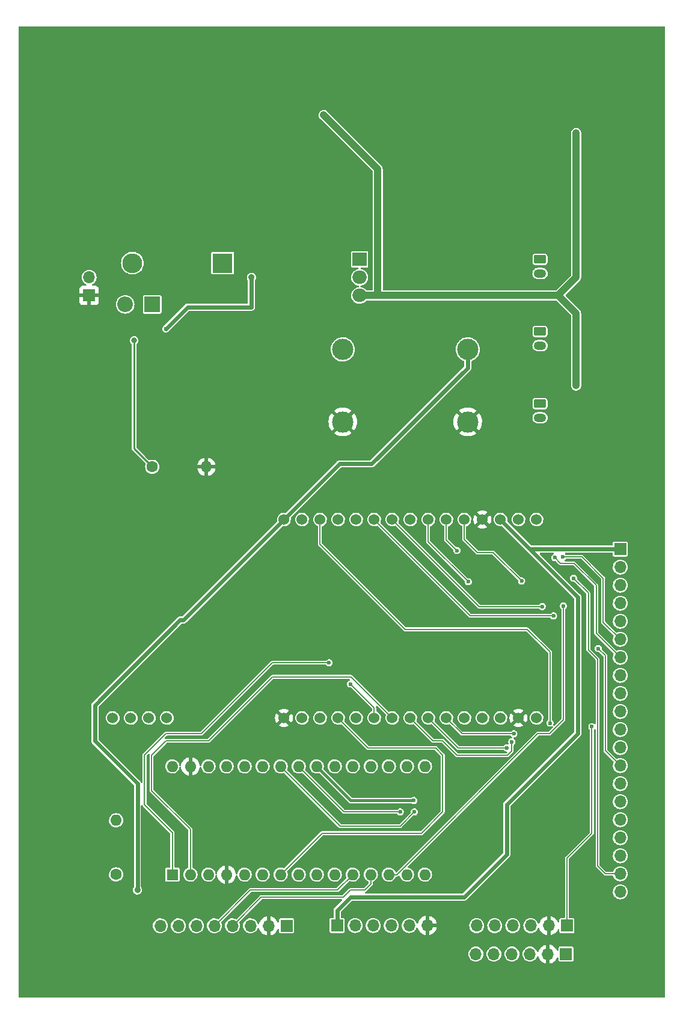
<source format=gbl>
G04 #@! TF.GenerationSoftware,KiCad,Pcbnew,(6.0.7)*
G04 #@! TF.CreationDate,2022-11-05T21:45:33+01:00*
G04 #@! TF.ProjectId,vogelhuisje_kicad,766f6765-6c68-4756-9973-6a655f6b6963,rev?*
G04 #@! TF.SameCoordinates,Original*
G04 #@! TF.FileFunction,Copper,L2,Bot*
G04 #@! TF.FilePolarity,Positive*
%FSLAX46Y46*%
G04 Gerber Fmt 4.6, Leading zero omitted, Abs format (unit mm)*
G04 Created by KiCad (PCBNEW (6.0.7)) date 2022-11-05 21:45:33*
%MOMM*%
%LPD*%
G01*
G04 APERTURE LIST*
G04 Aperture macros list*
%AMRoundRect*
0 Rectangle with rounded corners*
0 $1 Rounding radius*
0 $2 $3 $4 $5 $6 $7 $8 $9 X,Y pos of 4 corners*
0 Add a 4 corners polygon primitive as box body*
4,1,4,$2,$3,$4,$5,$6,$7,$8,$9,$2,$3,0*
0 Add four circle primitives for the rounded corners*
1,1,$1+$1,$2,$3*
1,1,$1+$1,$4,$5*
1,1,$1+$1,$6,$7*
1,1,$1+$1,$8,$9*
0 Add four rect primitives between the rounded corners*
20,1,$1+$1,$2,$3,$4,$5,0*
20,1,$1+$1,$4,$5,$6,$7,0*
20,1,$1+$1,$6,$7,$8,$9,0*
20,1,$1+$1,$8,$9,$2,$3,0*%
G04 Aperture macros list end*
G04 #@! TA.AperFunction,ComponentPad*
%ADD10RoundRect,0.250000X-0.625000X0.350000X-0.625000X-0.350000X0.625000X-0.350000X0.625000X0.350000X0*%
G04 #@! TD*
G04 #@! TA.AperFunction,ComponentPad*
%ADD11O,1.750000X1.200000*%
G04 #@! TD*
G04 #@! TA.AperFunction,ComponentPad*
%ADD12R,1.700000X1.700000*%
G04 #@! TD*
G04 #@! TA.AperFunction,ComponentPad*
%ADD13O,1.700000X1.700000*%
G04 #@! TD*
G04 #@! TA.AperFunction,ComponentPad*
%ADD14R,2.200000X2.200000*%
G04 #@! TD*
G04 #@! TA.AperFunction,ComponentPad*
%ADD15O,2.200000X2.200000*%
G04 #@! TD*
G04 #@! TA.AperFunction,ComponentPad*
%ADD16C,3.000000*%
G04 #@! TD*
G04 #@! TA.AperFunction,ComponentPad*
%ADD17C,1.600000*%
G04 #@! TD*
G04 #@! TA.AperFunction,ComponentPad*
%ADD18O,1.600000X1.600000*%
G04 #@! TD*
G04 #@! TA.AperFunction,ComponentPad*
%ADD19R,2.000000X1.905000*%
G04 #@! TD*
G04 #@! TA.AperFunction,ComponentPad*
%ADD20O,2.000000X1.905000*%
G04 #@! TD*
G04 #@! TA.AperFunction,ComponentPad*
%ADD21R,2.800000X2.800000*%
G04 #@! TD*
G04 #@! TA.AperFunction,ComponentPad*
%ADD22O,2.800000X2.800000*%
G04 #@! TD*
G04 #@! TA.AperFunction,ComponentPad*
%ADD23R,1.600000X1.600000*%
G04 #@! TD*
G04 #@! TA.AperFunction,ComponentPad*
%ADD24C,1.524000*%
G04 #@! TD*
G04 #@! TA.AperFunction,ViaPad*
%ADD25C,0.600000*%
G04 #@! TD*
G04 #@! TA.AperFunction,ViaPad*
%ADD26C,0.800000*%
G04 #@! TD*
G04 #@! TA.AperFunction,ViaPad*
%ADD27C,0.900000*%
G04 #@! TD*
G04 #@! TA.AperFunction,Conductor*
%ADD28C,0.400000*%
G04 #@! TD*
G04 #@! TA.AperFunction,Conductor*
%ADD29C,1.000000*%
G04 #@! TD*
G04 #@! TA.AperFunction,Conductor*
%ADD30C,0.600000*%
G04 #@! TD*
G04 #@! TA.AperFunction,Conductor*
%ADD31C,0.250000*%
G04 #@! TD*
G04 #@! TA.AperFunction,Conductor*
%ADD32C,0.150000*%
G04 #@! TD*
G04 #@! TA.AperFunction,Conductor*
%ADD33C,0.127000*%
G04 #@! TD*
G04 APERTURE END LIST*
D10*
X139700000Y-86360000D03*
D11*
X139700000Y-88360000D03*
D10*
X139700000Y-76200000D03*
D11*
X139700000Y-78200000D03*
D12*
X76200000Y-81280000D03*
D13*
X76200000Y-78740000D03*
D14*
X85090000Y-82550000D03*
D15*
X81280000Y-82550000D03*
D16*
X111920000Y-88885000D03*
X111920000Y-99085000D03*
X129520000Y-88885000D03*
X129520000Y-99085000D03*
D17*
X85090000Y-105410000D03*
D18*
X92710000Y-105410000D03*
D10*
X139700000Y-96520000D03*
D11*
X139700000Y-98520000D03*
D19*
X114300000Y-76200000D03*
D20*
X114300000Y-78740000D03*
X114300000Y-81280000D03*
D12*
X143350000Y-174025000D03*
D13*
X140810000Y-174025000D03*
X138270000Y-174025000D03*
X135730000Y-174025000D03*
X133190000Y-174025000D03*
X130650000Y-174025000D03*
D17*
X80000000Y-162810000D03*
D18*
X80000000Y-155190000D03*
D21*
X95000000Y-76730000D03*
D22*
X82300000Y-76730000D03*
D12*
X104000000Y-170050000D03*
D13*
X101460000Y-170050000D03*
X98920000Y-170050000D03*
X96380000Y-170050000D03*
X93840000Y-170050000D03*
X91300000Y-170050000D03*
X88760000Y-170050000D03*
X86220000Y-170050000D03*
D23*
X87925000Y-162835000D03*
D18*
X90465000Y-162835000D03*
X93005000Y-162835000D03*
X95545000Y-162835000D03*
X98085000Y-162835000D03*
X100625000Y-162835000D03*
X103165000Y-162835000D03*
X105705000Y-162835000D03*
X108245000Y-162835000D03*
X110785000Y-162835000D03*
X113325000Y-162835000D03*
X115865000Y-162835000D03*
X118405000Y-162835000D03*
X120945000Y-162835000D03*
X123485000Y-162835000D03*
X123485000Y-147595000D03*
X120945000Y-147595000D03*
X118405000Y-147595000D03*
X115865000Y-147595000D03*
X113325000Y-147595000D03*
X110785000Y-147595000D03*
X108245000Y-147595000D03*
X105705000Y-147595000D03*
X103165000Y-147595000D03*
X100625000Y-147595000D03*
X98085000Y-147595000D03*
X95545000Y-147595000D03*
X93005000Y-147595000D03*
X90465000Y-147595000D03*
X87925000Y-147595000D03*
D12*
X151000000Y-117000000D03*
D13*
X151000000Y-119540000D03*
X151000000Y-122080000D03*
X151000000Y-124620000D03*
X151000000Y-127160000D03*
X151000000Y-129700000D03*
X151000000Y-132240000D03*
X151000000Y-134780000D03*
X151000000Y-137320000D03*
X151000000Y-139860000D03*
X151000000Y-142400000D03*
X151000000Y-144940000D03*
X151000000Y-147480000D03*
X151000000Y-150020000D03*
X151000000Y-152560000D03*
X151000000Y-155100000D03*
X151000000Y-157640000D03*
X151000000Y-160180000D03*
X151000000Y-162720000D03*
X151000000Y-165260000D03*
D12*
X143475000Y-170025000D03*
D13*
X140935000Y-170025000D03*
X138395000Y-170025000D03*
X135855000Y-170025000D03*
X133315000Y-170025000D03*
X130775000Y-170025000D03*
D12*
X111125000Y-170000000D03*
D13*
X113665000Y-170000000D03*
X116205000Y-170000000D03*
X118745000Y-170000000D03*
X121285000Y-170000000D03*
X123825000Y-170000000D03*
D24*
X139200000Y-112840000D03*
X136660000Y-112840000D03*
X134120000Y-112840000D03*
X131580000Y-112840000D03*
X129040000Y-112840000D03*
X126500000Y-112840000D03*
X123960000Y-112840000D03*
X121420000Y-112840000D03*
X118880000Y-112840000D03*
X116340000Y-112840000D03*
X113800000Y-112840000D03*
X111260000Y-112840000D03*
X108720000Y-112840000D03*
X106180000Y-112840000D03*
X103640000Y-112840000D03*
X139200000Y-140780000D03*
X136660000Y-140780000D03*
X134120000Y-140780000D03*
X131580000Y-140780000D03*
X129040000Y-140780000D03*
X126500000Y-140780000D03*
X123960000Y-140780000D03*
X121420000Y-140780000D03*
X118880000Y-140780000D03*
X116340000Y-140780000D03*
X113800000Y-140780000D03*
X111260000Y-140780000D03*
X108720000Y-140780000D03*
X106180000Y-140780000D03*
X103640000Y-140780000D03*
X87140000Y-140780000D03*
X84600000Y-140780000D03*
X82060000Y-140780000D03*
X79520000Y-140780000D03*
D25*
X121920000Y-152400000D03*
X109220000Y-55880000D03*
X144780000Y-58420000D03*
X144780000Y-93980000D03*
D26*
X82550000Y-87630000D03*
D25*
X110000000Y-133000000D03*
X113000000Y-136000000D03*
X143000000Y-125000000D03*
X120000000Y-154000000D03*
X122000000Y-154000000D03*
D27*
X83000000Y-165000000D03*
D25*
X142900000Y-118100000D03*
X140000000Y-125100000D03*
X128000000Y-117200000D03*
X141800000Y-118200000D03*
X141600000Y-126400000D03*
X144400000Y-121100000D03*
X137100000Y-121500000D03*
X141100000Y-141500000D03*
X147900000Y-131000000D03*
X129600000Y-121600000D03*
X136000000Y-143000000D03*
X135730000Y-144140000D03*
X135000000Y-145000000D03*
X87000000Y-86000000D03*
D27*
X99060000Y-78740000D03*
D25*
X147000000Y-142000000D03*
D28*
X121920000Y-152400000D02*
X113050000Y-152400000D01*
X113050000Y-152400000D02*
X108245000Y-147595000D01*
X105595000Y-105410000D02*
X111920000Y-99085000D01*
X92710000Y-105410000D02*
X105595000Y-105410000D01*
D29*
X116840000Y-63500000D02*
X109220000Y-55880000D01*
X116840000Y-73660000D02*
X116840000Y-63500000D01*
X116840000Y-81280000D02*
X116840000Y-73660000D01*
X114300000Y-81280000D02*
X116840000Y-81280000D01*
X114300000Y-81280000D02*
X142240000Y-81280000D01*
D30*
X90060000Y-82940000D02*
X87000000Y-86000000D01*
X99060000Y-82940000D02*
X90060000Y-82940000D01*
D29*
X144780000Y-78740000D02*
X144780000Y-58420000D01*
X142240000Y-81280000D02*
X144780000Y-78740000D01*
X144780000Y-83820000D02*
X142240000Y-81280000D01*
X144780000Y-93980000D02*
X144780000Y-83820000D01*
D31*
X85090000Y-105410000D02*
X83820000Y-104140000D01*
X82550000Y-102870000D02*
X82550000Y-87630000D01*
X83820000Y-104140000D02*
X82550000Y-102870000D01*
D32*
X102000000Y-133000000D02*
X110000000Y-133000000D01*
X113000000Y-136000000D02*
X116340000Y-139340000D01*
X87000000Y-143000000D02*
X91000000Y-143000000D01*
X84000000Y-146000000D02*
X87000000Y-143000000D01*
X92000000Y-143000000D02*
X102000000Y-133000000D01*
X116340000Y-139340000D02*
X116340000Y-140780000D01*
X84000000Y-153000000D02*
X84000000Y-146000000D01*
X87925000Y-162835000D02*
X87925000Y-156925000D01*
X87925000Y-156925000D02*
X84000000Y-153000000D01*
X91000000Y-143000000D02*
X92000000Y-143000000D01*
X93000000Y-144000000D02*
X102000000Y-135000000D01*
X113100000Y-135000000D02*
X118880000Y-140780000D01*
X102000000Y-135000000D02*
X113100000Y-135000000D01*
X85000000Y-146000000D02*
X87000000Y-144000000D01*
X85000000Y-151000000D02*
X85000000Y-146000000D01*
X90465000Y-162835000D02*
X90465000Y-156465000D01*
X90465000Y-156465000D02*
X85000000Y-151000000D01*
X87000000Y-144000000D02*
X93000000Y-144000000D01*
X109000000Y-157000000D02*
X103165000Y-162835000D01*
X119000000Y-157000000D02*
X109000000Y-157000000D01*
X126000000Y-154000000D02*
X126000000Y-150000000D01*
X111260000Y-140780000D02*
X115480000Y-145000000D01*
X115480000Y-145000000D02*
X125000000Y-145000000D01*
X126000000Y-146000000D02*
X126000000Y-150000000D01*
X123000000Y-157000000D02*
X126000000Y-154000000D01*
X119000000Y-157000000D02*
X123000000Y-157000000D01*
X125000000Y-145000000D02*
X126000000Y-146000000D01*
X111160000Y-165000000D02*
X98890000Y-165000000D01*
X98890000Y-165000000D02*
X93840000Y-170050000D01*
X113325000Y-162835000D02*
X111160000Y-165000000D01*
X115000000Y-165000000D02*
X115865000Y-164135000D01*
X112000000Y-166000000D02*
X113000000Y-165000000D01*
X113000000Y-165000000D02*
X115000000Y-165000000D01*
X100430000Y-166000000D02*
X112000000Y-166000000D01*
X115865000Y-164135000D02*
X115865000Y-162835000D01*
X96380000Y-170050000D02*
X100430000Y-166000000D01*
D33*
X141000000Y-143000000D02*
X143000000Y-141000000D01*
X118405000Y-162835000D02*
X119536370Y-162835000D01*
X139371370Y-143000000D02*
X141000000Y-143000000D01*
X119536370Y-162835000D02*
X139371370Y-143000000D01*
X143000000Y-141000000D02*
X143000000Y-125000000D01*
X105705000Y-147595000D02*
X112110000Y-154000000D01*
X112110000Y-154000000D02*
X120000000Y-154000000D01*
X111570000Y-156000000D02*
X112000000Y-156000000D01*
X103165000Y-147595000D02*
X111570000Y-156000000D01*
X112000000Y-156000000D02*
X120000000Y-156000000D01*
X120000000Y-156000000D02*
X122000000Y-154000000D01*
D30*
X103640000Y-112840000D02*
X111480000Y-105000000D01*
X111480000Y-105000000D02*
X116000000Y-105000000D01*
X77000000Y-144000000D02*
X77000000Y-139000000D01*
X89000000Y-127000000D02*
X89480000Y-127000000D01*
X129520000Y-91480000D02*
X129520000Y-88885000D01*
X77000000Y-139000000D02*
X89000000Y-127000000D01*
X83000000Y-150000000D02*
X77000000Y-144000000D01*
X116000000Y-105000000D02*
X129520000Y-91480000D01*
X83000000Y-165000000D02*
X83000000Y-150000000D01*
X89480000Y-127000000D02*
X103640000Y-112840000D01*
D33*
X151000000Y-129700000D02*
X148600000Y-127300000D01*
X145600000Y-118100000D02*
X142900000Y-118100000D01*
X148600000Y-121100000D02*
X145600000Y-118100000D01*
X148600000Y-127300000D02*
X148600000Y-121100000D01*
X118880000Y-112840000D02*
X131140000Y-125100000D01*
X131140000Y-125100000D02*
X140000000Y-125100000D01*
X151000000Y-132240000D02*
X147600000Y-128840000D01*
X126500000Y-115700000D02*
X126500000Y-112840000D01*
X147600000Y-122100000D02*
X144500000Y-119000000D01*
X142600000Y-119000000D02*
X141800000Y-118200000D01*
X144500000Y-119000000D02*
X142600000Y-119000000D01*
X147600000Y-128840000D02*
X147600000Y-122100000D01*
X128000000Y-117200000D02*
X126500000Y-115700000D01*
X129900000Y-126400000D02*
X141600000Y-126400000D01*
X116340000Y-112840000D02*
X129900000Y-126400000D01*
X151000000Y-162720000D02*
X148920000Y-162720000D01*
X146500000Y-125100000D02*
X146500000Y-123200000D01*
X147800000Y-132500000D02*
X146500000Y-131200000D01*
X130900000Y-117500000D02*
X129040000Y-115640000D01*
X146500000Y-123200000D02*
X144400000Y-121100000D01*
X133100000Y-117500000D02*
X130900000Y-117500000D01*
X148920000Y-162720000D02*
X148400000Y-162200000D01*
X146500000Y-131200000D02*
X146500000Y-125100000D01*
X148400000Y-162200000D02*
X147800000Y-161600000D01*
X129040000Y-115640000D02*
X129040000Y-112840000D01*
X137100000Y-121500000D02*
X133100000Y-117500000D01*
X147800000Y-161600000D02*
X147800000Y-132500000D01*
X137900000Y-128300000D02*
X120700000Y-128300000D01*
X141100000Y-141500000D02*
X141100000Y-131500000D01*
X120700000Y-128300000D02*
X108720000Y-116320000D01*
X141100000Y-131500000D02*
X137900000Y-128300000D01*
X108720000Y-116320000D02*
X108720000Y-112840000D01*
X148900000Y-132000000D02*
X147900000Y-131000000D01*
X151000000Y-147480000D02*
X148900000Y-145380000D01*
X148900000Y-145380000D02*
X148900000Y-143900000D01*
X123960000Y-115960000D02*
X123960000Y-112840000D01*
X129600000Y-121600000D02*
X123960000Y-115960000D01*
X148900000Y-143900000D02*
X148900000Y-132000000D01*
X128720000Y-143000000D02*
X136000000Y-143000000D01*
X126500000Y-140780000D02*
X128720000Y-143000000D01*
X124640000Y-144000000D02*
X126000000Y-144000000D01*
X126000000Y-144000000D02*
X128000000Y-146000000D01*
X135100000Y-146040000D02*
X135730000Y-145410000D01*
X121420000Y-140780000D02*
X124640000Y-144000000D01*
X128000000Y-146000000D02*
X128040000Y-146040000D01*
X128040000Y-146040000D02*
X135100000Y-146040000D01*
X135730000Y-145410000D02*
X135730000Y-144140000D01*
X123960000Y-140780000D02*
X128180000Y-145000000D01*
X128180000Y-145000000D02*
X135000000Y-145000000D01*
D30*
X99060000Y-78740000D02*
X99060000Y-82940000D01*
D33*
X143475000Y-160525000D02*
X143475000Y-170025000D01*
X147000000Y-157000000D02*
X143475000Y-160525000D01*
X147000000Y-142000000D02*
X147000000Y-157000000D01*
D30*
X129000000Y-166000000D02*
X135000000Y-160000000D01*
X111125000Y-170000000D02*
X111125000Y-167875000D01*
X113000000Y-166000000D02*
X129000000Y-166000000D01*
X138280000Y-117000000D02*
X151000000Y-117000000D01*
X145000000Y-123720000D02*
X138280000Y-117000000D01*
X134120000Y-112840000D02*
X138280000Y-117000000D01*
X135000000Y-153000000D02*
X145000000Y-143000000D01*
X135000000Y-160000000D02*
X135000000Y-153000000D01*
X145000000Y-143000000D02*
X145000000Y-123720000D01*
X111125000Y-167875000D02*
X113000000Y-166000000D01*
G04 #@! TA.AperFunction,Conductor*
G36*
X157221621Y-43400502D02*
G01*
X157268114Y-43454158D01*
X157279500Y-43506500D01*
X157279500Y-180013500D01*
X157259498Y-180081621D01*
X157205842Y-180128114D01*
X157153500Y-180139500D01*
X66366500Y-180139500D01*
X66298379Y-180119498D01*
X66251886Y-180065842D01*
X66240500Y-180013500D01*
X66240500Y-174010262D01*
X129594520Y-174010262D01*
X129611759Y-174215553D01*
X129613458Y-174221478D01*
X129659395Y-174381678D01*
X129668544Y-174413586D01*
X129671359Y-174419063D01*
X129671360Y-174419066D01*
X129747321Y-174566870D01*
X129762712Y-174596818D01*
X129890677Y-174758270D01*
X129895370Y-174762264D01*
X129895371Y-174762265D01*
X129969541Y-174825388D01*
X130047564Y-174891791D01*
X130052942Y-174894797D01*
X130052944Y-174894798D01*
X130083387Y-174911812D01*
X130227398Y-174992297D01*
X130311280Y-175019552D01*
X130417471Y-175054056D01*
X130417475Y-175054057D01*
X130423329Y-175055959D01*
X130627894Y-175080351D01*
X130634029Y-175079879D01*
X130634031Y-175079879D01*
X130706625Y-175074293D01*
X130833300Y-175064546D01*
X130839230Y-175062890D01*
X130839232Y-175062890D01*
X131025797Y-175010800D01*
X131025796Y-175010800D01*
X131031725Y-175009145D01*
X131037214Y-175006372D01*
X131037220Y-175006370D01*
X131210116Y-174919033D01*
X131215610Y-174916258D01*
X131231345Y-174903965D01*
X131373101Y-174793213D01*
X131377951Y-174789424D01*
X131435992Y-174722183D01*
X131508540Y-174638134D01*
X131508540Y-174638133D01*
X131512564Y-174633472D01*
X131522673Y-174615678D01*
X131611276Y-174459707D01*
X131614323Y-174454344D01*
X131679351Y-174258863D01*
X131705171Y-174054474D01*
X131705583Y-174025000D01*
X131704138Y-174010262D01*
X132134520Y-174010262D01*
X132151759Y-174215553D01*
X132153458Y-174221478D01*
X132199395Y-174381678D01*
X132208544Y-174413586D01*
X132211359Y-174419063D01*
X132211360Y-174419066D01*
X132287321Y-174566870D01*
X132302712Y-174596818D01*
X132430677Y-174758270D01*
X132435370Y-174762264D01*
X132435371Y-174762265D01*
X132509541Y-174825388D01*
X132587564Y-174891791D01*
X132592942Y-174894797D01*
X132592944Y-174894798D01*
X132623387Y-174911812D01*
X132767398Y-174992297D01*
X132851280Y-175019552D01*
X132957471Y-175054056D01*
X132957475Y-175054057D01*
X132963329Y-175055959D01*
X133167894Y-175080351D01*
X133174029Y-175079879D01*
X133174031Y-175079879D01*
X133246625Y-175074293D01*
X133373300Y-175064546D01*
X133379230Y-175062890D01*
X133379232Y-175062890D01*
X133565797Y-175010800D01*
X133565796Y-175010800D01*
X133571725Y-175009145D01*
X133577214Y-175006372D01*
X133577220Y-175006370D01*
X133750116Y-174919033D01*
X133755610Y-174916258D01*
X133771345Y-174903965D01*
X133913101Y-174793213D01*
X133917951Y-174789424D01*
X133975992Y-174722183D01*
X134048540Y-174638134D01*
X134048540Y-174638133D01*
X134052564Y-174633472D01*
X134062673Y-174615678D01*
X134151276Y-174459707D01*
X134154323Y-174454344D01*
X134219351Y-174258863D01*
X134245171Y-174054474D01*
X134245583Y-174025000D01*
X134244138Y-174010262D01*
X134674520Y-174010262D01*
X134691759Y-174215553D01*
X134693458Y-174221478D01*
X134739395Y-174381678D01*
X134748544Y-174413586D01*
X134751359Y-174419063D01*
X134751360Y-174419066D01*
X134827321Y-174566870D01*
X134842712Y-174596818D01*
X134970677Y-174758270D01*
X134975370Y-174762264D01*
X134975371Y-174762265D01*
X135049541Y-174825388D01*
X135127564Y-174891791D01*
X135132942Y-174894797D01*
X135132944Y-174894798D01*
X135163387Y-174911812D01*
X135307398Y-174992297D01*
X135391280Y-175019552D01*
X135497471Y-175054056D01*
X135497475Y-175054057D01*
X135503329Y-175055959D01*
X135707894Y-175080351D01*
X135714029Y-175079879D01*
X135714031Y-175079879D01*
X135786625Y-175074293D01*
X135913300Y-175064546D01*
X135919230Y-175062890D01*
X135919232Y-175062890D01*
X136105797Y-175010800D01*
X136105796Y-175010800D01*
X136111725Y-175009145D01*
X136117214Y-175006372D01*
X136117220Y-175006370D01*
X136290116Y-174919033D01*
X136295610Y-174916258D01*
X136311345Y-174903965D01*
X136453101Y-174793213D01*
X136457951Y-174789424D01*
X136515992Y-174722183D01*
X136588540Y-174638134D01*
X136588540Y-174638133D01*
X136592564Y-174633472D01*
X136602673Y-174615678D01*
X136691276Y-174459707D01*
X136694323Y-174454344D01*
X136759351Y-174258863D01*
X136785171Y-174054474D01*
X136785583Y-174025000D01*
X136784138Y-174010262D01*
X137214520Y-174010262D01*
X137231759Y-174215553D01*
X137233458Y-174221478D01*
X137279395Y-174381678D01*
X137288544Y-174413586D01*
X137291359Y-174419063D01*
X137291360Y-174419066D01*
X137367321Y-174566870D01*
X137382712Y-174596818D01*
X137510677Y-174758270D01*
X137515370Y-174762264D01*
X137515371Y-174762265D01*
X137589541Y-174825388D01*
X137667564Y-174891791D01*
X137672942Y-174894797D01*
X137672944Y-174894798D01*
X137703387Y-174911812D01*
X137847398Y-174992297D01*
X137931280Y-175019552D01*
X138037471Y-175054056D01*
X138037475Y-175054057D01*
X138043329Y-175055959D01*
X138247894Y-175080351D01*
X138254029Y-175079879D01*
X138254031Y-175079879D01*
X138326625Y-175074293D01*
X138453300Y-175064546D01*
X138459230Y-175062890D01*
X138459232Y-175062890D01*
X138645797Y-175010800D01*
X138645796Y-175010800D01*
X138651725Y-175009145D01*
X138657214Y-175006372D01*
X138657220Y-175006370D01*
X138830116Y-174919033D01*
X138835610Y-174916258D01*
X138851345Y-174903965D01*
X138993101Y-174793213D01*
X138997951Y-174789424D01*
X139055992Y-174722183D01*
X139128540Y-174638134D01*
X139128540Y-174638133D01*
X139132564Y-174633472D01*
X139142673Y-174615678D01*
X139231276Y-174459707D01*
X139234323Y-174454344D01*
X139243271Y-174427444D01*
X139258496Y-174381678D01*
X139298978Y-174323354D01*
X139364566Y-174296175D01*
X139434437Y-174308770D01*
X139486406Y-174357141D01*
X139500971Y-174393751D01*
X139508564Y-174427444D01*
X139511645Y-174437275D01*
X139591770Y-174634603D01*
X139596413Y-174643794D01*
X139707694Y-174825388D01*
X139713777Y-174833699D01*
X139853213Y-174994667D01*
X139860580Y-175001883D01*
X140024434Y-175137916D01*
X140032881Y-175143831D01*
X140216756Y-175251279D01*
X140226042Y-175255729D01*
X140425001Y-175331703D01*
X140434899Y-175334579D01*
X140538250Y-175355606D01*
X140552299Y-175354410D01*
X140556000Y-175344065D01*
X140556000Y-175343517D01*
X141064000Y-175343517D01*
X141068064Y-175357359D01*
X141081478Y-175359393D01*
X141088184Y-175358534D01*
X141098262Y-175356392D01*
X141302255Y-175295191D01*
X141311842Y-175291433D01*
X141503095Y-175197739D01*
X141511945Y-175192464D01*
X141685328Y-175068792D01*
X141693200Y-175062139D01*
X141844052Y-174911812D01*
X141850730Y-174903965D01*
X141975003Y-174731020D01*
X141980313Y-174722183D01*
X142060543Y-174559851D01*
X142108657Y-174507644D01*
X142177358Y-174489737D01*
X142244834Y-174511816D01*
X142289663Y-174566870D01*
X142299500Y-174615678D01*
X142299500Y-174894748D01*
X142300707Y-174900816D01*
X142304331Y-174919033D01*
X142311133Y-174953231D01*
X142355448Y-175019552D01*
X142421769Y-175063867D01*
X142433938Y-175066288D01*
X142433939Y-175066288D01*
X142474184Y-175074293D01*
X142480252Y-175075500D01*
X144219748Y-175075500D01*
X144225816Y-175074293D01*
X144266061Y-175066288D01*
X144266062Y-175066288D01*
X144278231Y-175063867D01*
X144344552Y-175019552D01*
X144388867Y-174953231D01*
X144395670Y-174919033D01*
X144399293Y-174900816D01*
X144400500Y-174894748D01*
X144400500Y-173155252D01*
X144388867Y-173096769D01*
X144344552Y-173030448D01*
X144278231Y-172986133D01*
X144266062Y-172983712D01*
X144266061Y-172983712D01*
X144225816Y-172975707D01*
X144219748Y-172974500D01*
X142480252Y-172974500D01*
X142474184Y-172975707D01*
X142433939Y-172983712D01*
X142433938Y-172983712D01*
X142421769Y-172986133D01*
X142355448Y-173030448D01*
X142311133Y-173096769D01*
X142299500Y-173155252D01*
X142299500Y-173439016D01*
X142279498Y-173507137D01*
X142225842Y-173553630D01*
X142155568Y-173563734D01*
X142090988Y-173534240D01*
X142057950Y-173489258D01*
X142012972Y-173385814D01*
X142008105Y-173376739D01*
X141892426Y-173197926D01*
X141886136Y-173189757D01*
X141742806Y-173032240D01*
X141735273Y-173025215D01*
X141568139Y-172893222D01*
X141559552Y-172887517D01*
X141373117Y-172784599D01*
X141363705Y-172780369D01*
X141162959Y-172709280D01*
X141152988Y-172706646D01*
X141081837Y-172693972D01*
X141068540Y-172695432D01*
X141064000Y-172709989D01*
X141064000Y-175343517D01*
X140556000Y-175343517D01*
X140556000Y-172708102D01*
X140552082Y-172694758D01*
X140537806Y-172692771D01*
X140499324Y-172698660D01*
X140489288Y-172701051D01*
X140286868Y-172767212D01*
X140277359Y-172771209D01*
X140088463Y-172869542D01*
X140079738Y-172875036D01*
X139909433Y-173002905D01*
X139901726Y-173009748D01*
X139754590Y-173163717D01*
X139748104Y-173171727D01*
X139628098Y-173347649D01*
X139623000Y-173356623D01*
X139533338Y-173549783D01*
X139529775Y-173559470D01*
X139501012Y-173663185D01*
X139463533Y-173723483D01*
X139399405Y-173753946D01*
X139328986Y-173744903D01*
X139274636Y-173699224D01*
X139258973Y-173665933D01*
X139258143Y-173663185D01*
X139245935Y-173622749D01*
X139149218Y-173440849D01*
X139073206Y-173347649D01*
X139022906Y-173285975D01*
X139022903Y-173285972D01*
X139019011Y-173281200D01*
X139001786Y-173266950D01*
X138865025Y-173153811D01*
X138865021Y-173153809D01*
X138860275Y-173149882D01*
X138679055Y-173051897D01*
X138482254Y-172990977D01*
X138476129Y-172990333D01*
X138476128Y-172990333D01*
X138283498Y-172970087D01*
X138283496Y-172970087D01*
X138277369Y-172969443D01*
X138190529Y-172977346D01*
X138078342Y-172987555D01*
X138078339Y-172987556D01*
X138072203Y-172988114D01*
X137874572Y-173046280D01*
X137692002Y-173141726D01*
X137687201Y-173145586D01*
X137687198Y-173145588D01*
X137654688Y-173171727D01*
X137531447Y-173270815D01*
X137399024Y-173428630D01*
X137396056Y-173434028D01*
X137396053Y-173434033D01*
X137332420Y-173549783D01*
X137299776Y-173609162D01*
X137237484Y-173805532D01*
X137236798Y-173811649D01*
X137236797Y-173811653D01*
X137215207Y-174004137D01*
X137214520Y-174010262D01*
X136784138Y-174010262D01*
X136765480Y-173819970D01*
X136705935Y-173622749D01*
X136609218Y-173440849D01*
X136533206Y-173347649D01*
X136482906Y-173285975D01*
X136482903Y-173285972D01*
X136479011Y-173281200D01*
X136461786Y-173266950D01*
X136325025Y-173153811D01*
X136325021Y-173153809D01*
X136320275Y-173149882D01*
X136139055Y-173051897D01*
X135942254Y-172990977D01*
X135936129Y-172990333D01*
X135936128Y-172990333D01*
X135743498Y-172970087D01*
X135743496Y-172970087D01*
X135737369Y-172969443D01*
X135650529Y-172977346D01*
X135538342Y-172987555D01*
X135538339Y-172987556D01*
X135532203Y-172988114D01*
X135334572Y-173046280D01*
X135152002Y-173141726D01*
X135147201Y-173145586D01*
X135147198Y-173145588D01*
X135114688Y-173171727D01*
X134991447Y-173270815D01*
X134859024Y-173428630D01*
X134856056Y-173434028D01*
X134856053Y-173434033D01*
X134792420Y-173549783D01*
X134759776Y-173609162D01*
X134697484Y-173805532D01*
X134696798Y-173811649D01*
X134696797Y-173811653D01*
X134675207Y-174004137D01*
X134674520Y-174010262D01*
X134244138Y-174010262D01*
X134225480Y-173819970D01*
X134165935Y-173622749D01*
X134069218Y-173440849D01*
X133993206Y-173347649D01*
X133942906Y-173285975D01*
X133942903Y-173285972D01*
X133939011Y-173281200D01*
X133921786Y-173266950D01*
X133785025Y-173153811D01*
X133785021Y-173153809D01*
X133780275Y-173149882D01*
X133599055Y-173051897D01*
X133402254Y-172990977D01*
X133396129Y-172990333D01*
X133396128Y-172990333D01*
X133203498Y-172970087D01*
X133203496Y-172970087D01*
X133197369Y-172969443D01*
X133110529Y-172977346D01*
X132998342Y-172987555D01*
X132998339Y-172987556D01*
X132992203Y-172988114D01*
X132794572Y-173046280D01*
X132612002Y-173141726D01*
X132607201Y-173145586D01*
X132607198Y-173145588D01*
X132574688Y-173171727D01*
X132451447Y-173270815D01*
X132319024Y-173428630D01*
X132316056Y-173434028D01*
X132316053Y-173434033D01*
X132252420Y-173549783D01*
X132219776Y-173609162D01*
X132157484Y-173805532D01*
X132156798Y-173811649D01*
X132156797Y-173811653D01*
X132135207Y-174004137D01*
X132134520Y-174010262D01*
X131704138Y-174010262D01*
X131685480Y-173819970D01*
X131625935Y-173622749D01*
X131529218Y-173440849D01*
X131453206Y-173347649D01*
X131402906Y-173285975D01*
X131402903Y-173285972D01*
X131399011Y-173281200D01*
X131381786Y-173266950D01*
X131245025Y-173153811D01*
X131245021Y-173153809D01*
X131240275Y-173149882D01*
X131059055Y-173051897D01*
X130862254Y-172990977D01*
X130856129Y-172990333D01*
X130856128Y-172990333D01*
X130663498Y-172970087D01*
X130663496Y-172970087D01*
X130657369Y-172969443D01*
X130570529Y-172977346D01*
X130458342Y-172987555D01*
X130458339Y-172987556D01*
X130452203Y-172988114D01*
X130254572Y-173046280D01*
X130072002Y-173141726D01*
X130067201Y-173145586D01*
X130067198Y-173145588D01*
X130034688Y-173171727D01*
X129911447Y-173270815D01*
X129779024Y-173428630D01*
X129776056Y-173434028D01*
X129776053Y-173434033D01*
X129712420Y-173549783D01*
X129679776Y-173609162D01*
X129617484Y-173805532D01*
X129616798Y-173811649D01*
X129616797Y-173811653D01*
X129595207Y-174004137D01*
X129594520Y-174010262D01*
X66240500Y-174010262D01*
X66240500Y-170035262D01*
X85164520Y-170035262D01*
X85165036Y-170041406D01*
X85179660Y-170215553D01*
X85181759Y-170240553D01*
X85183458Y-170246478D01*
X85234216Y-170423491D01*
X85238544Y-170438586D01*
X85241359Y-170444063D01*
X85241360Y-170444066D01*
X85317049Y-170591341D01*
X85332712Y-170621818D01*
X85460677Y-170783270D01*
X85465370Y-170787264D01*
X85465371Y-170787265D01*
X85612486Y-170912469D01*
X85617564Y-170916791D01*
X85622942Y-170919797D01*
X85622944Y-170919798D01*
X85701224Y-170963547D01*
X85797398Y-171017297D01*
X85867326Y-171040018D01*
X85987471Y-171079056D01*
X85987475Y-171079057D01*
X85993329Y-171080959D01*
X86197894Y-171105351D01*
X86204029Y-171104879D01*
X86204031Y-171104879D01*
X86276625Y-171099293D01*
X86403300Y-171089546D01*
X86409230Y-171087890D01*
X86409232Y-171087890D01*
X86567173Y-171043792D01*
X86601725Y-171034145D01*
X86607214Y-171031372D01*
X86607220Y-171031370D01*
X86780116Y-170944033D01*
X86785610Y-170941258D01*
X86801345Y-170928965D01*
X86923280Y-170833699D01*
X86947951Y-170814424D01*
X86960067Y-170800388D01*
X87078540Y-170663134D01*
X87078540Y-170663133D01*
X87082564Y-170658472D01*
X87092673Y-170640678D01*
X87134902Y-170566341D01*
X87184323Y-170479344D01*
X87249351Y-170283863D01*
X87275171Y-170079474D01*
X87275390Y-170063806D01*
X87275534Y-170053522D01*
X87275534Y-170053518D01*
X87275583Y-170050000D01*
X87274138Y-170035262D01*
X87704520Y-170035262D01*
X87705036Y-170041406D01*
X87719660Y-170215553D01*
X87721759Y-170240553D01*
X87723458Y-170246478D01*
X87774216Y-170423491D01*
X87778544Y-170438586D01*
X87781359Y-170444063D01*
X87781360Y-170444066D01*
X87857049Y-170591341D01*
X87872712Y-170621818D01*
X88000677Y-170783270D01*
X88005370Y-170787264D01*
X88005371Y-170787265D01*
X88152486Y-170912469D01*
X88157564Y-170916791D01*
X88162942Y-170919797D01*
X88162944Y-170919798D01*
X88241224Y-170963547D01*
X88337398Y-171017297D01*
X88407326Y-171040018D01*
X88527471Y-171079056D01*
X88527475Y-171079057D01*
X88533329Y-171080959D01*
X88737894Y-171105351D01*
X88744029Y-171104879D01*
X88744031Y-171104879D01*
X88816625Y-171099293D01*
X88943300Y-171089546D01*
X88949230Y-171087890D01*
X88949232Y-171087890D01*
X89107173Y-171043792D01*
X89141725Y-171034145D01*
X89147214Y-171031372D01*
X89147220Y-171031370D01*
X89320116Y-170944033D01*
X89325610Y-170941258D01*
X89341345Y-170928965D01*
X89463280Y-170833699D01*
X89487951Y-170814424D01*
X89500067Y-170800388D01*
X89618540Y-170663134D01*
X89618540Y-170663133D01*
X89622564Y-170658472D01*
X89632673Y-170640678D01*
X89674902Y-170566341D01*
X89724323Y-170479344D01*
X89789351Y-170283863D01*
X89815171Y-170079474D01*
X89815390Y-170063806D01*
X89815534Y-170053522D01*
X89815534Y-170053518D01*
X89815583Y-170050000D01*
X89814138Y-170035262D01*
X90244520Y-170035262D01*
X90245036Y-170041406D01*
X90259660Y-170215553D01*
X90261759Y-170240553D01*
X90263458Y-170246478D01*
X90314216Y-170423491D01*
X90318544Y-170438586D01*
X90321359Y-170444063D01*
X90321360Y-170444066D01*
X90397049Y-170591341D01*
X90412712Y-170621818D01*
X90540677Y-170783270D01*
X90545370Y-170787264D01*
X90545371Y-170787265D01*
X90692486Y-170912469D01*
X90697564Y-170916791D01*
X90702942Y-170919797D01*
X90702944Y-170919798D01*
X90781224Y-170963547D01*
X90877398Y-171017297D01*
X90947326Y-171040018D01*
X91067471Y-171079056D01*
X91067475Y-171079057D01*
X91073329Y-171080959D01*
X91277894Y-171105351D01*
X91284029Y-171104879D01*
X91284031Y-171104879D01*
X91356625Y-171099293D01*
X91483300Y-171089546D01*
X91489230Y-171087890D01*
X91489232Y-171087890D01*
X91647173Y-171043792D01*
X91681725Y-171034145D01*
X91687214Y-171031372D01*
X91687220Y-171031370D01*
X91860116Y-170944033D01*
X91865610Y-170941258D01*
X91881345Y-170928965D01*
X92003280Y-170833699D01*
X92027951Y-170814424D01*
X92040067Y-170800388D01*
X92158540Y-170663134D01*
X92158540Y-170663133D01*
X92162564Y-170658472D01*
X92172673Y-170640678D01*
X92214902Y-170566341D01*
X92264323Y-170479344D01*
X92329351Y-170283863D01*
X92355171Y-170079474D01*
X92355390Y-170063806D01*
X92355534Y-170053522D01*
X92355534Y-170053518D01*
X92355583Y-170050000D01*
X92354138Y-170035262D01*
X92784520Y-170035262D01*
X92785036Y-170041406D01*
X92799660Y-170215553D01*
X92801759Y-170240553D01*
X92803458Y-170246478D01*
X92854216Y-170423491D01*
X92858544Y-170438586D01*
X92861359Y-170444063D01*
X92861360Y-170444066D01*
X92937049Y-170591341D01*
X92952712Y-170621818D01*
X93080677Y-170783270D01*
X93085370Y-170787264D01*
X93085371Y-170787265D01*
X93232486Y-170912469D01*
X93237564Y-170916791D01*
X93242942Y-170919797D01*
X93242944Y-170919798D01*
X93321224Y-170963547D01*
X93417398Y-171017297D01*
X93487326Y-171040018D01*
X93607471Y-171079056D01*
X93607475Y-171079057D01*
X93613329Y-171080959D01*
X93817894Y-171105351D01*
X93824029Y-171104879D01*
X93824031Y-171104879D01*
X93896625Y-171099293D01*
X94023300Y-171089546D01*
X94029230Y-171087890D01*
X94029232Y-171087890D01*
X94187173Y-171043792D01*
X94221725Y-171034145D01*
X94227214Y-171031372D01*
X94227220Y-171031370D01*
X94400116Y-170944033D01*
X94405610Y-170941258D01*
X94421345Y-170928965D01*
X94543280Y-170833699D01*
X94567951Y-170814424D01*
X94580067Y-170800388D01*
X94698540Y-170663134D01*
X94698540Y-170663133D01*
X94702564Y-170658472D01*
X94712673Y-170640678D01*
X94754902Y-170566341D01*
X94804323Y-170479344D01*
X94869351Y-170283863D01*
X94895171Y-170079474D01*
X94895390Y-170063806D01*
X94895534Y-170053522D01*
X94895534Y-170053518D01*
X94895583Y-170050000D01*
X94894138Y-170035262D01*
X95324520Y-170035262D01*
X95325036Y-170041406D01*
X95339660Y-170215553D01*
X95341759Y-170240553D01*
X95343458Y-170246478D01*
X95394216Y-170423491D01*
X95398544Y-170438586D01*
X95401359Y-170444063D01*
X95401360Y-170444066D01*
X95477049Y-170591341D01*
X95492712Y-170621818D01*
X95620677Y-170783270D01*
X95625370Y-170787264D01*
X95625371Y-170787265D01*
X95772486Y-170912469D01*
X95777564Y-170916791D01*
X95782942Y-170919797D01*
X95782944Y-170919798D01*
X95861224Y-170963547D01*
X95957398Y-171017297D01*
X96027326Y-171040018D01*
X96147471Y-171079056D01*
X96147475Y-171079057D01*
X96153329Y-171080959D01*
X96357894Y-171105351D01*
X96364029Y-171104879D01*
X96364031Y-171104879D01*
X96436625Y-171099293D01*
X96563300Y-171089546D01*
X96569230Y-171087890D01*
X96569232Y-171087890D01*
X96727173Y-171043792D01*
X96761725Y-171034145D01*
X96767214Y-171031372D01*
X96767220Y-171031370D01*
X96940116Y-170944033D01*
X96945610Y-170941258D01*
X96961345Y-170928965D01*
X97083280Y-170833699D01*
X97107951Y-170814424D01*
X97120067Y-170800388D01*
X97238540Y-170663134D01*
X97238540Y-170663133D01*
X97242564Y-170658472D01*
X97252673Y-170640678D01*
X97294902Y-170566341D01*
X97344323Y-170479344D01*
X97409351Y-170283863D01*
X97435171Y-170079474D01*
X97435390Y-170063806D01*
X97435534Y-170053522D01*
X97435534Y-170053518D01*
X97435583Y-170050000D01*
X97434138Y-170035262D01*
X97864520Y-170035262D01*
X97865036Y-170041406D01*
X97879660Y-170215553D01*
X97881759Y-170240553D01*
X97883458Y-170246478D01*
X97934216Y-170423491D01*
X97938544Y-170438586D01*
X97941359Y-170444063D01*
X97941360Y-170444066D01*
X98017049Y-170591341D01*
X98032712Y-170621818D01*
X98160677Y-170783270D01*
X98165370Y-170787264D01*
X98165371Y-170787265D01*
X98312486Y-170912469D01*
X98317564Y-170916791D01*
X98322942Y-170919797D01*
X98322944Y-170919798D01*
X98401224Y-170963547D01*
X98497398Y-171017297D01*
X98567326Y-171040018D01*
X98687471Y-171079056D01*
X98687475Y-171079057D01*
X98693329Y-171080959D01*
X98897894Y-171105351D01*
X98904029Y-171104879D01*
X98904031Y-171104879D01*
X98976625Y-171099293D01*
X99103300Y-171089546D01*
X99109230Y-171087890D01*
X99109232Y-171087890D01*
X99267173Y-171043792D01*
X99301725Y-171034145D01*
X99307214Y-171031372D01*
X99307220Y-171031370D01*
X99480116Y-170944033D01*
X99485610Y-170941258D01*
X99501345Y-170928965D01*
X99623280Y-170833699D01*
X99647951Y-170814424D01*
X99660067Y-170800388D01*
X99778540Y-170663134D01*
X99778540Y-170663133D01*
X99782564Y-170658472D01*
X99792673Y-170640678D01*
X99834902Y-170566341D01*
X99884323Y-170479344D01*
X99894586Y-170448491D01*
X99908496Y-170406678D01*
X99948978Y-170348354D01*
X100014566Y-170321175D01*
X100084437Y-170333770D01*
X100136406Y-170382141D01*
X100150971Y-170418751D01*
X100158564Y-170452444D01*
X100161645Y-170462275D01*
X100241770Y-170659603D01*
X100246413Y-170668794D01*
X100357694Y-170850388D01*
X100363777Y-170858699D01*
X100503213Y-171019667D01*
X100510580Y-171026883D01*
X100674434Y-171162916D01*
X100682881Y-171168831D01*
X100866756Y-171276279D01*
X100876042Y-171280729D01*
X101075001Y-171356703D01*
X101084899Y-171359579D01*
X101188250Y-171380606D01*
X101202299Y-171379410D01*
X101206000Y-171369065D01*
X101206000Y-171368517D01*
X101714000Y-171368517D01*
X101718064Y-171382359D01*
X101731478Y-171384393D01*
X101738184Y-171383534D01*
X101748262Y-171381392D01*
X101952255Y-171320191D01*
X101961842Y-171316433D01*
X102153095Y-171222739D01*
X102161945Y-171217464D01*
X102335328Y-171093792D01*
X102343200Y-171087139D01*
X102494052Y-170936812D01*
X102500730Y-170928965D01*
X102625003Y-170756020D01*
X102630313Y-170747183D01*
X102710543Y-170584851D01*
X102758657Y-170532644D01*
X102827358Y-170514737D01*
X102894834Y-170536816D01*
X102939663Y-170591870D01*
X102949500Y-170640678D01*
X102949500Y-170919748D01*
X102950707Y-170925816D01*
X102954331Y-170944033D01*
X102961133Y-170978231D01*
X102968026Y-170988547D01*
X102972115Y-170994667D01*
X103005448Y-171044552D01*
X103071769Y-171088867D01*
X103083938Y-171091288D01*
X103083939Y-171091288D01*
X103124184Y-171099293D01*
X103130252Y-171100500D01*
X104869748Y-171100500D01*
X104875816Y-171099293D01*
X104916061Y-171091288D01*
X104916062Y-171091288D01*
X104928231Y-171088867D01*
X104994552Y-171044552D01*
X105027885Y-170994667D01*
X105031974Y-170988547D01*
X105038867Y-170978231D01*
X105045670Y-170944033D01*
X105049293Y-170925816D01*
X105050500Y-170919748D01*
X105050500Y-169180252D01*
X105043876Y-169146951D01*
X105041288Y-169133939D01*
X105041288Y-169133938D01*
X105038867Y-169121769D01*
X104994552Y-169055448D01*
X104928231Y-169011133D01*
X104916062Y-169008712D01*
X104916061Y-169008712D01*
X104875816Y-169000707D01*
X104869748Y-168999500D01*
X103130252Y-168999500D01*
X103124184Y-169000707D01*
X103083939Y-169008712D01*
X103083938Y-169008712D01*
X103071769Y-169011133D01*
X103005448Y-169055448D01*
X102961133Y-169121769D01*
X102958712Y-169133938D01*
X102958712Y-169133939D01*
X102956124Y-169146951D01*
X102949500Y-169180252D01*
X102949500Y-169464016D01*
X102929498Y-169532137D01*
X102875842Y-169578630D01*
X102805568Y-169588734D01*
X102740988Y-169559240D01*
X102707950Y-169514258D01*
X102662972Y-169410814D01*
X102658105Y-169401739D01*
X102542426Y-169222926D01*
X102536136Y-169214757D01*
X102392806Y-169057240D01*
X102385273Y-169050215D01*
X102218139Y-168918222D01*
X102209552Y-168912517D01*
X102023117Y-168809599D01*
X102013705Y-168805369D01*
X101812959Y-168734280D01*
X101802988Y-168731646D01*
X101731837Y-168718972D01*
X101718540Y-168720432D01*
X101714000Y-168734989D01*
X101714000Y-171368517D01*
X101206000Y-171368517D01*
X101206000Y-168733102D01*
X101202082Y-168719758D01*
X101187806Y-168717771D01*
X101149324Y-168723660D01*
X101139288Y-168726051D01*
X100936868Y-168792212D01*
X100927359Y-168796209D01*
X100738463Y-168894542D01*
X100729738Y-168900036D01*
X100559433Y-169027905D01*
X100551726Y-169034748D01*
X100404590Y-169188717D01*
X100398104Y-169196727D01*
X100278098Y-169372649D01*
X100273000Y-169381623D01*
X100183338Y-169574783D01*
X100179775Y-169584470D01*
X100151012Y-169688185D01*
X100113533Y-169748483D01*
X100049405Y-169778946D01*
X99978986Y-169769903D01*
X99924636Y-169724224D01*
X99908973Y-169690933D01*
X99903928Y-169674224D01*
X99895935Y-169647749D01*
X99799218Y-169465849D01*
X99682427Y-169322649D01*
X99672906Y-169310975D01*
X99672903Y-169310972D01*
X99669011Y-169306200D01*
X99651786Y-169291950D01*
X99515025Y-169178811D01*
X99515021Y-169178809D01*
X99510275Y-169174882D01*
X99329055Y-169076897D01*
X99132254Y-169015977D01*
X99126129Y-169015333D01*
X99126128Y-169015333D01*
X98933498Y-168995087D01*
X98933496Y-168995087D01*
X98927369Y-168994443D01*
X98840529Y-169002346D01*
X98728342Y-169012555D01*
X98728339Y-169012556D01*
X98722203Y-169013114D01*
X98524572Y-169071280D01*
X98519107Y-169074137D01*
X98447729Y-169111453D01*
X98342002Y-169166726D01*
X98337201Y-169170586D01*
X98337198Y-169170588D01*
X98186254Y-169291950D01*
X98181447Y-169295815D01*
X98049024Y-169453630D01*
X98046056Y-169459028D01*
X98046053Y-169459033D01*
X97966487Y-169603765D01*
X97949776Y-169634162D01*
X97887484Y-169830532D01*
X97886798Y-169836649D01*
X97886797Y-169836653D01*
X97870815Y-169979137D01*
X97864520Y-170035262D01*
X97434138Y-170035262D01*
X97415480Y-169844970D01*
X97355935Y-169647749D01*
X97353046Y-169642315D01*
X97353042Y-169642306D01*
X97335810Y-169609899D01*
X97321490Y-169540362D01*
X97347037Y-169474121D01*
X97357966Y-169461650D01*
X100507211Y-166312405D01*
X100569523Y-166278379D01*
X100596306Y-166275500D01*
X111712497Y-166275500D01*
X111780618Y-166295502D01*
X111827111Y-166349158D01*
X111837215Y-166419432D01*
X111807721Y-166484012D01*
X111801592Y-166490595D01*
X110820720Y-167471466D01*
X110811376Y-167478932D01*
X110811708Y-167479322D01*
X110804872Y-167485140D01*
X110797280Y-167489930D01*
X110791338Y-167496658D01*
X110791337Y-167496659D01*
X110762244Y-167529601D01*
X110756897Y-167535289D01*
X110745680Y-167546506D01*
X110742991Y-167550094D01*
X110742990Y-167550095D01*
X110739550Y-167554684D01*
X110733168Y-167562523D01*
X110702377Y-167597388D01*
X110698563Y-167605511D01*
X110696492Y-167608664D01*
X110688673Y-167621676D01*
X110686856Y-167624995D01*
X110681474Y-167632176D01*
X110678325Y-167640577D01*
X110678324Y-167640578D01*
X110665144Y-167675736D01*
X110661217Y-167685053D01*
X110645263Y-167719034D01*
X110645262Y-167719037D01*
X110641447Y-167727163D01*
X110640065Y-167736037D01*
X110638961Y-167739650D01*
X110635115Y-167754307D01*
X110634301Y-167758010D01*
X110631148Y-167766420D01*
X110627698Y-167812843D01*
X110626548Y-167822856D01*
X110624500Y-167836009D01*
X110624500Y-167851204D01*
X110624154Y-167860541D01*
X110620524Y-167909392D01*
X110622397Y-167918168D01*
X110623008Y-167927125D01*
X110623002Y-167927125D01*
X110624500Y-167941318D01*
X110624500Y-168823500D01*
X110604498Y-168891621D01*
X110550842Y-168938114D01*
X110498500Y-168949500D01*
X110255252Y-168949500D01*
X110249184Y-168950707D01*
X110208939Y-168958712D01*
X110208938Y-168958712D01*
X110196769Y-168961133D01*
X110130448Y-169005448D01*
X110123557Y-169015761D01*
X110097039Y-169055448D01*
X110086133Y-169071769D01*
X110074500Y-169130252D01*
X110074500Y-170869748D01*
X110075707Y-170875816D01*
X110079331Y-170894033D01*
X110086133Y-170928231D01*
X110093026Y-170938547D01*
X110096692Y-170944033D01*
X110130448Y-170994552D01*
X110196769Y-171038867D01*
X110208938Y-171041288D01*
X110208939Y-171041288D01*
X110225349Y-171044552D01*
X110255252Y-171050500D01*
X111994748Y-171050500D01*
X112024651Y-171044552D01*
X112041061Y-171041288D01*
X112041062Y-171041288D01*
X112053231Y-171038867D01*
X112119552Y-170994552D01*
X112153308Y-170944033D01*
X112156974Y-170938547D01*
X112163867Y-170928231D01*
X112170670Y-170894033D01*
X112174293Y-170875816D01*
X112175500Y-170869748D01*
X112175500Y-169985262D01*
X112609520Y-169985262D01*
X112610036Y-169991406D01*
X112617726Y-170082978D01*
X112626759Y-170190553D01*
X112628458Y-170196478D01*
X112674395Y-170356678D01*
X112683544Y-170388586D01*
X112686359Y-170394063D01*
X112686360Y-170394066D01*
X112771562Y-170559851D01*
X112777712Y-170571818D01*
X112905677Y-170733270D01*
X112910370Y-170737264D01*
X112910371Y-170737265D01*
X113013916Y-170825388D01*
X113062564Y-170866791D01*
X113067942Y-170869797D01*
X113067944Y-170869798D01*
X113123444Y-170900816D01*
X113242398Y-170967297D01*
X113319340Y-170992297D01*
X113432471Y-171029056D01*
X113432475Y-171029057D01*
X113438329Y-171030959D01*
X113642894Y-171055351D01*
X113649029Y-171054879D01*
X113649031Y-171054879D01*
X113721625Y-171049293D01*
X113848300Y-171039546D01*
X113854230Y-171037890D01*
X113854232Y-171037890D01*
X114010708Y-170994201D01*
X114046725Y-170984145D01*
X114052214Y-170981372D01*
X114052220Y-170981370D01*
X114225116Y-170894033D01*
X114230610Y-170891258D01*
X114246345Y-170878965D01*
X114328954Y-170814424D01*
X114392951Y-170764424D01*
X114421785Y-170731020D01*
X114523540Y-170613134D01*
X114523540Y-170613133D01*
X114527564Y-170608472D01*
X114534185Y-170596818D01*
X114584842Y-170507644D01*
X114629323Y-170429344D01*
X114694351Y-170233863D01*
X114720171Y-170029474D01*
X114720583Y-170000000D01*
X114719138Y-169985262D01*
X115149520Y-169985262D01*
X115150036Y-169991406D01*
X115157726Y-170082978D01*
X115166759Y-170190553D01*
X115168458Y-170196478D01*
X115214395Y-170356678D01*
X115223544Y-170388586D01*
X115226359Y-170394063D01*
X115226360Y-170394066D01*
X115311562Y-170559851D01*
X115317712Y-170571818D01*
X115445677Y-170733270D01*
X115450370Y-170737264D01*
X115450371Y-170737265D01*
X115553916Y-170825388D01*
X115602564Y-170866791D01*
X115607942Y-170869797D01*
X115607944Y-170869798D01*
X115663444Y-170900816D01*
X115782398Y-170967297D01*
X115859340Y-170992297D01*
X115972471Y-171029056D01*
X115972475Y-171029057D01*
X115978329Y-171030959D01*
X116182894Y-171055351D01*
X116189029Y-171054879D01*
X116189031Y-171054879D01*
X116261625Y-171049293D01*
X116388300Y-171039546D01*
X116394230Y-171037890D01*
X116394232Y-171037890D01*
X116550708Y-170994201D01*
X116586725Y-170984145D01*
X116592214Y-170981372D01*
X116592220Y-170981370D01*
X116765116Y-170894033D01*
X116770610Y-170891258D01*
X116786345Y-170878965D01*
X116868954Y-170814424D01*
X116932951Y-170764424D01*
X116961785Y-170731020D01*
X117063540Y-170613134D01*
X117063540Y-170613133D01*
X117067564Y-170608472D01*
X117074185Y-170596818D01*
X117124842Y-170507644D01*
X117169323Y-170429344D01*
X117234351Y-170233863D01*
X117260171Y-170029474D01*
X117260583Y-170000000D01*
X117259138Y-169985262D01*
X117689520Y-169985262D01*
X117690036Y-169991406D01*
X117697726Y-170082978D01*
X117706759Y-170190553D01*
X117708458Y-170196478D01*
X117754395Y-170356678D01*
X117763544Y-170388586D01*
X117766359Y-170394063D01*
X117766360Y-170394066D01*
X117851562Y-170559851D01*
X117857712Y-170571818D01*
X117985677Y-170733270D01*
X117990370Y-170737264D01*
X117990371Y-170737265D01*
X118093916Y-170825388D01*
X118142564Y-170866791D01*
X118147942Y-170869797D01*
X118147944Y-170869798D01*
X118203444Y-170900816D01*
X118322398Y-170967297D01*
X118399340Y-170992297D01*
X118512471Y-171029056D01*
X118512475Y-171029057D01*
X118518329Y-171030959D01*
X118722894Y-171055351D01*
X118729029Y-171054879D01*
X118729031Y-171054879D01*
X118801625Y-171049293D01*
X118928300Y-171039546D01*
X118934230Y-171037890D01*
X118934232Y-171037890D01*
X119090708Y-170994201D01*
X119126725Y-170984145D01*
X119132214Y-170981372D01*
X119132220Y-170981370D01*
X119305116Y-170894033D01*
X119310610Y-170891258D01*
X119326345Y-170878965D01*
X119408954Y-170814424D01*
X119472951Y-170764424D01*
X119501785Y-170731020D01*
X119603540Y-170613134D01*
X119603540Y-170613133D01*
X119607564Y-170608472D01*
X119614185Y-170596818D01*
X119664842Y-170507644D01*
X119709323Y-170429344D01*
X119774351Y-170233863D01*
X119800171Y-170029474D01*
X119800583Y-170000000D01*
X119799138Y-169985262D01*
X120229520Y-169985262D01*
X120230036Y-169991406D01*
X120237726Y-170082978D01*
X120246759Y-170190553D01*
X120248458Y-170196478D01*
X120294395Y-170356678D01*
X120303544Y-170388586D01*
X120306359Y-170394063D01*
X120306360Y-170394066D01*
X120391562Y-170559851D01*
X120397712Y-170571818D01*
X120525677Y-170733270D01*
X120530370Y-170737264D01*
X120530371Y-170737265D01*
X120633916Y-170825388D01*
X120682564Y-170866791D01*
X120687942Y-170869797D01*
X120687944Y-170869798D01*
X120743444Y-170900816D01*
X120862398Y-170967297D01*
X120939340Y-170992297D01*
X121052471Y-171029056D01*
X121052475Y-171029057D01*
X121058329Y-171030959D01*
X121262894Y-171055351D01*
X121269029Y-171054879D01*
X121269031Y-171054879D01*
X121341625Y-171049293D01*
X121468300Y-171039546D01*
X121474230Y-171037890D01*
X121474232Y-171037890D01*
X121630708Y-170994201D01*
X121666725Y-170984145D01*
X121672214Y-170981372D01*
X121672220Y-170981370D01*
X121845116Y-170894033D01*
X121850610Y-170891258D01*
X121866345Y-170878965D01*
X121948954Y-170814424D01*
X122012951Y-170764424D01*
X122041785Y-170731020D01*
X122143540Y-170613134D01*
X122143540Y-170613133D01*
X122147564Y-170608472D01*
X122154185Y-170596818D01*
X122204842Y-170507644D01*
X122249323Y-170429344D01*
X122258271Y-170402444D01*
X122273496Y-170356678D01*
X122313978Y-170298354D01*
X122379566Y-170271175D01*
X122449437Y-170283770D01*
X122501406Y-170332141D01*
X122515971Y-170368751D01*
X122523564Y-170402444D01*
X122526645Y-170412275D01*
X122606770Y-170609603D01*
X122611413Y-170618794D01*
X122722694Y-170800388D01*
X122728777Y-170808699D01*
X122868213Y-170969667D01*
X122875580Y-170976883D01*
X123039434Y-171112916D01*
X123047881Y-171118831D01*
X123231756Y-171226279D01*
X123241042Y-171230729D01*
X123440001Y-171306703D01*
X123449899Y-171309579D01*
X123553250Y-171330606D01*
X123567299Y-171329410D01*
X123571000Y-171319065D01*
X123571000Y-171318517D01*
X124079000Y-171318517D01*
X124083064Y-171332359D01*
X124096478Y-171334393D01*
X124103184Y-171333534D01*
X124113262Y-171331392D01*
X124317255Y-171270191D01*
X124326842Y-171266433D01*
X124518095Y-171172739D01*
X124526945Y-171167464D01*
X124700328Y-171043792D01*
X124708200Y-171037139D01*
X124859052Y-170886812D01*
X124865730Y-170878965D01*
X124990003Y-170706020D01*
X124995313Y-170697183D01*
X125089670Y-170506267D01*
X125093469Y-170496672D01*
X125155377Y-170292910D01*
X125157555Y-170282837D01*
X125158986Y-170271962D01*
X125156775Y-170257778D01*
X125143617Y-170254000D01*
X124097115Y-170254000D01*
X124081876Y-170258475D01*
X124080671Y-170259865D01*
X124079000Y-170267548D01*
X124079000Y-171318517D01*
X123571000Y-171318517D01*
X123571000Y-170010262D01*
X129719520Y-170010262D01*
X129720036Y-170016406D01*
X129734660Y-170190553D01*
X129736759Y-170215553D01*
X129738458Y-170221478D01*
X129787947Y-170394066D01*
X129793544Y-170413586D01*
X129796359Y-170419063D01*
X129796360Y-170419066D01*
X129872049Y-170566341D01*
X129887712Y-170596818D01*
X130015677Y-170758270D01*
X130020370Y-170762264D01*
X130020371Y-170762265D01*
X130167486Y-170887469D01*
X130172564Y-170891791D01*
X130177942Y-170894797D01*
X130177944Y-170894798D01*
X130239079Y-170928965D01*
X130352398Y-170992297D01*
X130429340Y-171017297D01*
X130542471Y-171054056D01*
X130542475Y-171054057D01*
X130548329Y-171055959D01*
X130752894Y-171080351D01*
X130759029Y-171079879D01*
X130759031Y-171079879D01*
X130831625Y-171074293D01*
X130958300Y-171064546D01*
X130964230Y-171062890D01*
X130964232Y-171062890D01*
X131120708Y-171019201D01*
X131156725Y-171009145D01*
X131162214Y-171006372D01*
X131162220Y-171006370D01*
X131335116Y-170919033D01*
X131340610Y-170916258D01*
X131356345Y-170903965D01*
X131456919Y-170825388D01*
X131502951Y-170789424D01*
X131524531Y-170764424D01*
X131633540Y-170638134D01*
X131633540Y-170638133D01*
X131637564Y-170633472D01*
X131644185Y-170621818D01*
X131709044Y-170507644D01*
X131739323Y-170454344D01*
X131804351Y-170258863D01*
X131830171Y-170054474D01*
X131830440Y-170035262D01*
X131830534Y-170028522D01*
X131830534Y-170028518D01*
X131830583Y-170025000D01*
X131829138Y-170010262D01*
X132259520Y-170010262D01*
X132260036Y-170016406D01*
X132274660Y-170190553D01*
X132276759Y-170215553D01*
X132278458Y-170221478D01*
X132327947Y-170394066D01*
X132333544Y-170413586D01*
X132336359Y-170419063D01*
X132336360Y-170419066D01*
X132412049Y-170566341D01*
X132427712Y-170596818D01*
X132555677Y-170758270D01*
X132560370Y-170762264D01*
X132560371Y-170762265D01*
X132707486Y-170887469D01*
X132712564Y-170891791D01*
X132717942Y-170894797D01*
X132717944Y-170894798D01*
X132779079Y-170928965D01*
X132892398Y-170992297D01*
X132969340Y-171017297D01*
X133082471Y-171054056D01*
X133082475Y-171054057D01*
X133088329Y-171055959D01*
X133292894Y-171080351D01*
X133299029Y-171079879D01*
X133299031Y-171079879D01*
X133371625Y-171074293D01*
X133498300Y-171064546D01*
X133504230Y-171062890D01*
X133504232Y-171062890D01*
X133660708Y-171019201D01*
X133696725Y-171009145D01*
X133702214Y-171006372D01*
X133702220Y-171006370D01*
X133875116Y-170919033D01*
X133880610Y-170916258D01*
X133896345Y-170903965D01*
X133996919Y-170825388D01*
X134042951Y-170789424D01*
X134064531Y-170764424D01*
X134173540Y-170638134D01*
X134173540Y-170638133D01*
X134177564Y-170633472D01*
X134184185Y-170621818D01*
X134249044Y-170507644D01*
X134279323Y-170454344D01*
X134344351Y-170258863D01*
X134370171Y-170054474D01*
X134370440Y-170035262D01*
X134370534Y-170028522D01*
X134370534Y-170028518D01*
X134370583Y-170025000D01*
X134369138Y-170010262D01*
X134799520Y-170010262D01*
X134800036Y-170016406D01*
X134814660Y-170190553D01*
X134816759Y-170215553D01*
X134818458Y-170221478D01*
X134867947Y-170394066D01*
X134873544Y-170413586D01*
X134876359Y-170419063D01*
X134876360Y-170419066D01*
X134952049Y-170566341D01*
X134967712Y-170596818D01*
X135095677Y-170758270D01*
X135100370Y-170762264D01*
X135100371Y-170762265D01*
X135247486Y-170887469D01*
X135252564Y-170891791D01*
X135257942Y-170894797D01*
X135257944Y-170894798D01*
X135319079Y-170928965D01*
X135432398Y-170992297D01*
X135509340Y-171017297D01*
X135622471Y-171054056D01*
X135622475Y-171054057D01*
X135628329Y-171055959D01*
X135832894Y-171080351D01*
X135839029Y-171079879D01*
X135839031Y-171079879D01*
X135911625Y-171074293D01*
X136038300Y-171064546D01*
X136044230Y-171062890D01*
X136044232Y-171062890D01*
X136200708Y-171019201D01*
X136236725Y-171009145D01*
X136242214Y-171006372D01*
X136242220Y-171006370D01*
X136415116Y-170919033D01*
X136420610Y-170916258D01*
X136436345Y-170903965D01*
X136536919Y-170825388D01*
X136582951Y-170789424D01*
X136604531Y-170764424D01*
X136713540Y-170638134D01*
X136713540Y-170638133D01*
X136717564Y-170633472D01*
X136724185Y-170621818D01*
X136789044Y-170507644D01*
X136819323Y-170454344D01*
X136884351Y-170258863D01*
X136910171Y-170054474D01*
X136910440Y-170035262D01*
X136910534Y-170028522D01*
X136910534Y-170028518D01*
X136910583Y-170025000D01*
X136909138Y-170010262D01*
X137339520Y-170010262D01*
X137340036Y-170016406D01*
X137354660Y-170190553D01*
X137356759Y-170215553D01*
X137358458Y-170221478D01*
X137407947Y-170394066D01*
X137413544Y-170413586D01*
X137416359Y-170419063D01*
X137416360Y-170419066D01*
X137492049Y-170566341D01*
X137507712Y-170596818D01*
X137635677Y-170758270D01*
X137640370Y-170762264D01*
X137640371Y-170762265D01*
X137787486Y-170887469D01*
X137792564Y-170891791D01*
X137797942Y-170894797D01*
X137797944Y-170894798D01*
X137859079Y-170928965D01*
X137972398Y-170992297D01*
X138049340Y-171017297D01*
X138162471Y-171054056D01*
X138162475Y-171054057D01*
X138168329Y-171055959D01*
X138372894Y-171080351D01*
X138379029Y-171079879D01*
X138379031Y-171079879D01*
X138451625Y-171074293D01*
X138578300Y-171064546D01*
X138584230Y-171062890D01*
X138584232Y-171062890D01*
X138740708Y-171019201D01*
X138776725Y-171009145D01*
X138782214Y-171006372D01*
X138782220Y-171006370D01*
X138955116Y-170919033D01*
X138960610Y-170916258D01*
X138976345Y-170903965D01*
X139076919Y-170825388D01*
X139122951Y-170789424D01*
X139144531Y-170764424D01*
X139253540Y-170638134D01*
X139253540Y-170638133D01*
X139257564Y-170633472D01*
X139264185Y-170621818D01*
X139329044Y-170507644D01*
X139359323Y-170454344D01*
X139369586Y-170423491D01*
X139383496Y-170381678D01*
X139423978Y-170323354D01*
X139489566Y-170296175D01*
X139559437Y-170308770D01*
X139611406Y-170357141D01*
X139625971Y-170393751D01*
X139633564Y-170427444D01*
X139636645Y-170437275D01*
X139716770Y-170634603D01*
X139721413Y-170643794D01*
X139832694Y-170825388D01*
X139838777Y-170833699D01*
X139978213Y-170994667D01*
X139985580Y-171001883D01*
X140149434Y-171137916D01*
X140157881Y-171143831D01*
X140341756Y-171251279D01*
X140351042Y-171255729D01*
X140550001Y-171331703D01*
X140559899Y-171334579D01*
X140663250Y-171355606D01*
X140677299Y-171354410D01*
X140681000Y-171344065D01*
X140681000Y-171343517D01*
X141189000Y-171343517D01*
X141193064Y-171357359D01*
X141206478Y-171359393D01*
X141213184Y-171358534D01*
X141223262Y-171356392D01*
X141427255Y-171295191D01*
X141436842Y-171291433D01*
X141628095Y-171197739D01*
X141636945Y-171192464D01*
X141810328Y-171068792D01*
X141818200Y-171062139D01*
X141969052Y-170911812D01*
X141975730Y-170903965D01*
X142100003Y-170731020D01*
X142105313Y-170722183D01*
X142185543Y-170559851D01*
X142233657Y-170507644D01*
X142302358Y-170489737D01*
X142369834Y-170511816D01*
X142414663Y-170566870D01*
X142424500Y-170615678D01*
X142424500Y-170894748D01*
X142425707Y-170900816D01*
X142429331Y-170919033D01*
X142436133Y-170953231D01*
X142443026Y-170963547D01*
X142444706Y-170966061D01*
X142480448Y-171019552D01*
X142546769Y-171063867D01*
X142558938Y-171066288D01*
X142558939Y-171066288D01*
X142599184Y-171074293D01*
X142605252Y-171075500D01*
X144344748Y-171075500D01*
X144350816Y-171074293D01*
X144391061Y-171066288D01*
X144391062Y-171066288D01*
X144403231Y-171063867D01*
X144469552Y-171019552D01*
X144505294Y-170966061D01*
X144506974Y-170963547D01*
X144513867Y-170953231D01*
X144520670Y-170919033D01*
X144524293Y-170900816D01*
X144525500Y-170894748D01*
X144525500Y-169155252D01*
X144517837Y-169116726D01*
X144516288Y-169108939D01*
X144516288Y-169108938D01*
X144513867Y-169096769D01*
X144469552Y-169030448D01*
X144403231Y-168986133D01*
X144391062Y-168983712D01*
X144391061Y-168983712D01*
X144350816Y-168975707D01*
X144344748Y-168974500D01*
X143865000Y-168974500D01*
X143796879Y-168954498D01*
X143750386Y-168900842D01*
X143739000Y-168848500D01*
X143739000Y-165245262D01*
X149944520Y-165245262D01*
X149947301Y-165278379D01*
X149960653Y-165437377D01*
X149961759Y-165450553D01*
X149963458Y-165456478D01*
X150008376Y-165613125D01*
X150018544Y-165648586D01*
X150021359Y-165654063D01*
X150021360Y-165654066D01*
X150097067Y-165801376D01*
X150112712Y-165831818D01*
X150240677Y-165993270D01*
X150397564Y-166126791D01*
X150577398Y-166227297D01*
X150672238Y-166258113D01*
X150767471Y-166289056D01*
X150767475Y-166289057D01*
X150773329Y-166290959D01*
X150977894Y-166315351D01*
X150984029Y-166314879D01*
X150984031Y-166314879D01*
X151040039Y-166310569D01*
X151183300Y-166299546D01*
X151189230Y-166297890D01*
X151189232Y-166297890D01*
X151375797Y-166245800D01*
X151375796Y-166245800D01*
X151381725Y-166244145D01*
X151387214Y-166241372D01*
X151387220Y-166241370D01*
X151560116Y-166154033D01*
X151565610Y-166151258D01*
X151727951Y-166024424D01*
X151862564Y-165868472D01*
X151883387Y-165831818D01*
X151901056Y-165800714D01*
X151964323Y-165689344D01*
X152029351Y-165493863D01*
X152055171Y-165289474D01*
X152055583Y-165260000D01*
X152035480Y-165054970D01*
X151975935Y-164857749D01*
X151879218Y-164675849D01*
X151800806Y-164579707D01*
X151752906Y-164520975D01*
X151752903Y-164520972D01*
X151749011Y-164516200D01*
X151731786Y-164501950D01*
X151595025Y-164388811D01*
X151595021Y-164388809D01*
X151590275Y-164384882D01*
X151409055Y-164286897D01*
X151212254Y-164225977D01*
X151206129Y-164225333D01*
X151206128Y-164225333D01*
X151013498Y-164205087D01*
X151013496Y-164205087D01*
X151007369Y-164204443D01*
X150920529Y-164212346D01*
X150808342Y-164222555D01*
X150808339Y-164222556D01*
X150802203Y-164223114D01*
X150604572Y-164281280D01*
X150422002Y-164376726D01*
X150417201Y-164380586D01*
X150417198Y-164380588D01*
X150406971Y-164388811D01*
X150261447Y-164505815D01*
X150129024Y-164663630D01*
X150126056Y-164669028D01*
X150126053Y-164669033D01*
X150082983Y-164747378D01*
X150029776Y-164844162D01*
X149967484Y-165040532D01*
X149966798Y-165046649D01*
X149966797Y-165046653D01*
X149947596Y-165217835D01*
X149944520Y-165245262D01*
X143739000Y-165245262D01*
X143739000Y-160686542D01*
X143759002Y-160618421D01*
X143775905Y-160597447D01*
X147159517Y-157213836D01*
X147178604Y-157198170D01*
X147190333Y-157190333D01*
X147205060Y-157168293D01*
X147205063Y-157168290D01*
X147248683Y-157103008D01*
X147269172Y-157000000D01*
X147266421Y-156986168D01*
X147264000Y-156961588D01*
X147264000Y-142495523D01*
X147284002Y-142427402D01*
X147309516Y-142398578D01*
X147315341Y-142393742D01*
X147322991Y-142389045D01*
X147329014Y-142382391D01*
X147329516Y-142381974D01*
X147394705Y-142353851D01*
X147464750Y-142365436D01*
X147517412Y-142413051D01*
X147536000Y-142478919D01*
X147536000Y-161561588D01*
X147533579Y-161586168D01*
X147530828Y-161600000D01*
X147533249Y-161612171D01*
X147536000Y-161626002D01*
X147547249Y-161682555D01*
X147551317Y-161703008D01*
X147609667Y-161790333D01*
X147621399Y-161798172D01*
X147640486Y-161813838D01*
X148706162Y-162879514D01*
X148721828Y-162898601D01*
X148729667Y-162910333D01*
X148816992Y-162968683D01*
X148829161Y-162971103D01*
X148829162Y-162971104D01*
X148893991Y-162983999D01*
X148893996Y-162984000D01*
X148893999Y-162984000D01*
X148894007Y-162984001D01*
X148920000Y-162989171D01*
X148933826Y-162986421D01*
X148958406Y-162984000D01*
X149887872Y-162984000D01*
X149955993Y-163004002D01*
X150002486Y-163057658D01*
X150008991Y-163075269D01*
X150018544Y-163108586D01*
X150021359Y-163114063D01*
X150021360Y-163114066D01*
X150109897Y-163286341D01*
X150112712Y-163291818D01*
X150240677Y-163453270D01*
X150245370Y-163457264D01*
X150245371Y-163457265D01*
X150374109Y-163566829D01*
X150397564Y-163586791D01*
X150577398Y-163687297D01*
X150672238Y-163718113D01*
X150767471Y-163749056D01*
X150767475Y-163749057D01*
X150773329Y-163750959D01*
X150977894Y-163775351D01*
X150984029Y-163774879D01*
X150984031Y-163774879D01*
X151053610Y-163769525D01*
X151183300Y-163759546D01*
X151189230Y-163757890D01*
X151189232Y-163757890D01*
X151375797Y-163705800D01*
X151375796Y-163705800D01*
X151381725Y-163704145D01*
X151387214Y-163701372D01*
X151387220Y-163701370D01*
X151519952Y-163634322D01*
X151565610Y-163611258D01*
X151727951Y-163484424D01*
X151813187Y-163385677D01*
X151858540Y-163333134D01*
X151858540Y-163333133D01*
X151862564Y-163328472D01*
X151883387Y-163291818D01*
X151907556Y-163249272D01*
X151964323Y-163149344D01*
X152029351Y-162953863D01*
X152055171Y-162749474D01*
X152055583Y-162720000D01*
X152035480Y-162514970D01*
X151975935Y-162317749D01*
X151879218Y-162135849D01*
X151780861Y-162015252D01*
X151752906Y-161980975D01*
X151752903Y-161980972D01*
X151749011Y-161976200D01*
X151725523Y-161956769D01*
X151595025Y-161848811D01*
X151595021Y-161848809D01*
X151590275Y-161844882D01*
X151409055Y-161746897D01*
X151212254Y-161685977D01*
X151206129Y-161685333D01*
X151206128Y-161685333D01*
X151013498Y-161665087D01*
X151013496Y-161665087D01*
X151007369Y-161664443D01*
X150920529Y-161672346D01*
X150808342Y-161682555D01*
X150808339Y-161682556D01*
X150802203Y-161683114D01*
X150604572Y-161741280D01*
X150599107Y-161744137D01*
X150513287Y-161789003D01*
X150422002Y-161836726D01*
X150417201Y-161840586D01*
X150417198Y-161840588D01*
X150272698Y-161956769D01*
X150261447Y-161965815D01*
X150129024Y-162123630D01*
X150126056Y-162129028D01*
X150126053Y-162129033D01*
X150063941Y-162242016D01*
X150029776Y-162304162D01*
X150027915Y-162310029D01*
X150027914Y-162310031D01*
X150009494Y-162368099D01*
X149969831Y-162426983D01*
X149904628Y-162455075D01*
X149889392Y-162456000D01*
X149081542Y-162456000D01*
X149013421Y-162435998D01*
X148992447Y-162419095D01*
X148100905Y-161527553D01*
X148066879Y-161465241D01*
X148064000Y-161438458D01*
X148064000Y-160165262D01*
X149944520Y-160165262D01*
X149945036Y-160171406D01*
X149960597Y-160356710D01*
X149961759Y-160370553D01*
X149963458Y-160376478D01*
X150002556Y-160512828D01*
X150018544Y-160568586D01*
X150021359Y-160574063D01*
X150021360Y-160574066D01*
X150052343Y-160634352D01*
X150112712Y-160751818D01*
X150240677Y-160913270D01*
X150397564Y-161046791D01*
X150577398Y-161147297D01*
X150672238Y-161178113D01*
X150767471Y-161209056D01*
X150767475Y-161209057D01*
X150773329Y-161210959D01*
X150977894Y-161235351D01*
X150984029Y-161234879D01*
X150984031Y-161234879D01*
X151040039Y-161230569D01*
X151183300Y-161219546D01*
X151189230Y-161217890D01*
X151189232Y-161217890D01*
X151375797Y-161165800D01*
X151375796Y-161165800D01*
X151381725Y-161164145D01*
X151387214Y-161161372D01*
X151387220Y-161161370D01*
X151560116Y-161074033D01*
X151565610Y-161071258D01*
X151727951Y-160944424D01*
X151862564Y-160788472D01*
X151883387Y-160751818D01*
X151950116Y-160634352D01*
X151964323Y-160609344D01*
X152029351Y-160413863D01*
X152055171Y-160209474D01*
X152055583Y-160180000D01*
X152035480Y-159974970D01*
X151975935Y-159777749D01*
X151879218Y-159595849D01*
X151805859Y-159505902D01*
X151752906Y-159440975D01*
X151752903Y-159440972D01*
X151749011Y-159436200D01*
X151731786Y-159421950D01*
X151595025Y-159308811D01*
X151595021Y-159308809D01*
X151590275Y-159304882D01*
X151409055Y-159206897D01*
X151212254Y-159145977D01*
X151206129Y-159145333D01*
X151206128Y-159145333D01*
X151013498Y-159125087D01*
X151013496Y-159125087D01*
X151007369Y-159124443D01*
X150920529Y-159132346D01*
X150808342Y-159142555D01*
X150808339Y-159142556D01*
X150802203Y-159143114D01*
X150604572Y-159201280D01*
X150422002Y-159296726D01*
X150417201Y-159300586D01*
X150417198Y-159300588D01*
X150406971Y-159308811D01*
X150261447Y-159425815D01*
X150129024Y-159583630D01*
X150126056Y-159589028D01*
X150126053Y-159589033D01*
X150119315Y-159601290D01*
X150029776Y-159764162D01*
X149967484Y-159960532D01*
X149966798Y-159966649D01*
X149966797Y-159966653D01*
X149945563Y-160155963D01*
X149944520Y-160165262D01*
X148064000Y-160165262D01*
X148064000Y-157625262D01*
X149944520Y-157625262D01*
X149961759Y-157830553D01*
X150018544Y-158028586D01*
X150021359Y-158034063D01*
X150021360Y-158034066D01*
X150042247Y-158074707D01*
X150112712Y-158211818D01*
X150240677Y-158373270D01*
X150397564Y-158506791D01*
X150577398Y-158607297D01*
X150672238Y-158638113D01*
X150767471Y-158669056D01*
X150767475Y-158669057D01*
X150773329Y-158670959D01*
X150977894Y-158695351D01*
X150984029Y-158694879D01*
X150984031Y-158694879D01*
X151040039Y-158690569D01*
X151183300Y-158679546D01*
X151189230Y-158677890D01*
X151189232Y-158677890D01*
X151375797Y-158625800D01*
X151375796Y-158625800D01*
X151381725Y-158624145D01*
X151387214Y-158621372D01*
X151387220Y-158621370D01*
X151560116Y-158534033D01*
X151565610Y-158531258D01*
X151727951Y-158404424D01*
X151862564Y-158248472D01*
X151883387Y-158211818D01*
X151961276Y-158074707D01*
X151964323Y-158069344D01*
X152029351Y-157873863D01*
X152055171Y-157669474D01*
X152055583Y-157640000D01*
X152035480Y-157434970D01*
X151975935Y-157237749D01*
X151879218Y-157055849D01*
X151784702Y-156939961D01*
X151752906Y-156900975D01*
X151752903Y-156900972D01*
X151749011Y-156896200D01*
X151668600Y-156829678D01*
X151595025Y-156768811D01*
X151595021Y-156768809D01*
X151590275Y-156764882D01*
X151409055Y-156666897D01*
X151212254Y-156605977D01*
X151206129Y-156605333D01*
X151206128Y-156605333D01*
X151013498Y-156585087D01*
X151013496Y-156585087D01*
X151007369Y-156584443D01*
X150920529Y-156592346D01*
X150808342Y-156602555D01*
X150808339Y-156602556D01*
X150802203Y-156603114D01*
X150604572Y-156661280D01*
X150422002Y-156756726D01*
X150417201Y-156760586D01*
X150417198Y-156760588D01*
X150266254Y-156881950D01*
X150261447Y-156885815D01*
X150129024Y-157043630D01*
X150126056Y-157049028D01*
X150126053Y-157049033D01*
X150040277Y-157205060D01*
X150029776Y-157224162D01*
X149967484Y-157420532D01*
X149966798Y-157426649D01*
X149966797Y-157426653D01*
X149945207Y-157619137D01*
X149944520Y-157625262D01*
X148064000Y-157625262D01*
X148064000Y-155085262D01*
X149944520Y-155085262D01*
X149961759Y-155290553D01*
X149963458Y-155296478D01*
X149995039Y-155406613D01*
X150018544Y-155488586D01*
X150021359Y-155494063D01*
X150021360Y-155494066D01*
X150042247Y-155534707D01*
X150112712Y-155671818D01*
X150240677Y-155833270D01*
X150245370Y-155837264D01*
X150245371Y-155837265D01*
X150340282Y-155918040D01*
X150397564Y-155966791D01*
X150577398Y-156067297D01*
X150672238Y-156098113D01*
X150767471Y-156129056D01*
X150767475Y-156129057D01*
X150773329Y-156130959D01*
X150977894Y-156155351D01*
X150984029Y-156154879D01*
X150984031Y-156154879D01*
X151040039Y-156150569D01*
X151183300Y-156139546D01*
X151189230Y-156137890D01*
X151189232Y-156137890D01*
X151375797Y-156085800D01*
X151375796Y-156085800D01*
X151381725Y-156084145D01*
X151387214Y-156081372D01*
X151387220Y-156081370D01*
X151519952Y-156014322D01*
X151565610Y-155991258D01*
X151727951Y-155864424D01*
X151862564Y-155708472D01*
X151883387Y-155671818D01*
X151921758Y-155604272D01*
X151964323Y-155529344D01*
X152029351Y-155333863D01*
X152055171Y-155129474D01*
X152055583Y-155100000D01*
X152035480Y-154894970D01*
X151975935Y-154697749D01*
X151879218Y-154515849D01*
X151760325Y-154370072D01*
X151752906Y-154360975D01*
X151752903Y-154360972D01*
X151749011Y-154356200D01*
X151731786Y-154341950D01*
X151595025Y-154228811D01*
X151595021Y-154228809D01*
X151590275Y-154224882D01*
X151409055Y-154126897D01*
X151212254Y-154065977D01*
X151206129Y-154065333D01*
X151206128Y-154065333D01*
X151013498Y-154045087D01*
X151013496Y-154045087D01*
X151007369Y-154044443D01*
X150920529Y-154052346D01*
X150808342Y-154062555D01*
X150808339Y-154062556D01*
X150802203Y-154063114D01*
X150604572Y-154121280D01*
X150422002Y-154216726D01*
X150417201Y-154220586D01*
X150417198Y-154220588D01*
X150307329Y-154308925D01*
X150261447Y-154345815D01*
X150129024Y-154503630D01*
X150126056Y-154509028D01*
X150126053Y-154509033D01*
X150063941Y-154622016D01*
X150029776Y-154684162D01*
X149967484Y-154880532D01*
X149966798Y-154886649D01*
X149966797Y-154886653D01*
X149956217Y-154980978D01*
X149944520Y-155085262D01*
X148064000Y-155085262D01*
X148064000Y-152545262D01*
X149944520Y-152545262D01*
X149945036Y-152551406D01*
X149959281Y-152721039D01*
X149961759Y-152750553D01*
X149963458Y-152756478D01*
X150005120Y-152901770D01*
X150018544Y-152948586D01*
X150021359Y-152954063D01*
X150021360Y-152954066D01*
X150100212Y-153107495D01*
X150112712Y-153131818D01*
X150240677Y-153293270D01*
X150397564Y-153426791D01*
X150577398Y-153527297D01*
X150634563Y-153545871D01*
X150767471Y-153589056D01*
X150767475Y-153589057D01*
X150773329Y-153590959D01*
X150977894Y-153615351D01*
X150984029Y-153614879D01*
X150984031Y-153614879D01*
X151040039Y-153610569D01*
X151183300Y-153599546D01*
X151189230Y-153597890D01*
X151189232Y-153597890D01*
X151375797Y-153545800D01*
X151375796Y-153545800D01*
X151381725Y-153544145D01*
X151387214Y-153541372D01*
X151387220Y-153541370D01*
X151560116Y-153454033D01*
X151565610Y-153451258D01*
X151727951Y-153324424D01*
X151862564Y-153168472D01*
X151873362Y-153149465D01*
X151908780Y-153087117D01*
X151964323Y-152989344D01*
X152029351Y-152793863D01*
X152055171Y-152589474D01*
X152055583Y-152560000D01*
X152035480Y-152354970D01*
X151975935Y-152157749D01*
X151879218Y-151975849D01*
X151805859Y-151885902D01*
X151752906Y-151820975D01*
X151752903Y-151820972D01*
X151749011Y-151816200D01*
X151731786Y-151801950D01*
X151595025Y-151688811D01*
X151595021Y-151688809D01*
X151590275Y-151684882D01*
X151409055Y-151586897D01*
X151212254Y-151525977D01*
X151206129Y-151525333D01*
X151206128Y-151525333D01*
X151013498Y-151505087D01*
X151013496Y-151505087D01*
X151007369Y-151504443D01*
X150920529Y-151512346D01*
X150808342Y-151522555D01*
X150808339Y-151522556D01*
X150802203Y-151523114D01*
X150604572Y-151581280D01*
X150422002Y-151676726D01*
X150417201Y-151680586D01*
X150417198Y-151680588D01*
X150406971Y-151688811D01*
X150261447Y-151805815D01*
X150129024Y-151963630D01*
X150126056Y-151969028D01*
X150126053Y-151969033D01*
X150094866Y-152025763D01*
X150029776Y-152144162D01*
X149967484Y-152340532D01*
X149966798Y-152346649D01*
X149966797Y-152346653D01*
X149959973Y-152407493D01*
X149944520Y-152545262D01*
X148064000Y-152545262D01*
X148064000Y-150005262D01*
X149944520Y-150005262D01*
X149961759Y-150210553D01*
X150018544Y-150408586D01*
X150021359Y-150414063D01*
X150021360Y-150414066D01*
X150042247Y-150454707D01*
X150112712Y-150591818D01*
X150240677Y-150753270D01*
X150397564Y-150886791D01*
X150577398Y-150987297D01*
X150653952Y-151012171D01*
X150767471Y-151049056D01*
X150767475Y-151049057D01*
X150773329Y-151050959D01*
X150977894Y-151075351D01*
X150984029Y-151074879D01*
X150984031Y-151074879D01*
X151040039Y-151070569D01*
X151183300Y-151059546D01*
X151189230Y-151057890D01*
X151189232Y-151057890D01*
X151375797Y-151005800D01*
X151375796Y-151005800D01*
X151381725Y-151004145D01*
X151387214Y-151001372D01*
X151387220Y-151001370D01*
X151519952Y-150934322D01*
X151565610Y-150911258D01*
X151598088Y-150885884D01*
X151723101Y-150788213D01*
X151727951Y-150784424D01*
X151862564Y-150628472D01*
X151883387Y-150591818D01*
X151961276Y-150454707D01*
X151964323Y-150449344D01*
X152029351Y-150253863D01*
X152055171Y-150049474D01*
X152055583Y-150020000D01*
X152035480Y-149814970D01*
X151975935Y-149617749D01*
X151879218Y-149435849D01*
X151805859Y-149345902D01*
X151752906Y-149280975D01*
X151752903Y-149280972D01*
X151749011Y-149276200D01*
X151731786Y-149261950D01*
X151595025Y-149148811D01*
X151595021Y-149148809D01*
X151590275Y-149144882D01*
X151409055Y-149046897D01*
X151212254Y-148985977D01*
X151206129Y-148985333D01*
X151206128Y-148985333D01*
X151013498Y-148965087D01*
X151013496Y-148965087D01*
X151007369Y-148964443D01*
X150920529Y-148972346D01*
X150808342Y-148982555D01*
X150808339Y-148982556D01*
X150802203Y-148983114D01*
X150604572Y-149041280D01*
X150422002Y-149136726D01*
X150417201Y-149140586D01*
X150417198Y-149140588D01*
X150406971Y-149148811D01*
X150261447Y-149265815D01*
X150129024Y-149423630D01*
X150126056Y-149429028D01*
X150126053Y-149429033D01*
X150119315Y-149441290D01*
X150029776Y-149604162D01*
X149967484Y-149800532D01*
X149966798Y-149806649D01*
X149966797Y-149806653D01*
X149946922Y-149983844D01*
X149944520Y-150005262D01*
X148064000Y-150005262D01*
X148064000Y-132538412D01*
X148066421Y-132513832D01*
X148066751Y-132512173D01*
X148066751Y-132512171D01*
X148069172Y-132500000D01*
X148048683Y-132396992D01*
X148005063Y-132331710D01*
X148005060Y-132331707D01*
X147990333Y-132309667D01*
X147978604Y-132301830D01*
X147959517Y-132286164D01*
X147380700Y-131707347D01*
X146800905Y-131127553D01*
X146766880Y-131065241D01*
X146764000Y-131038458D01*
X146764000Y-130993823D01*
X147394391Y-130993823D01*
X147395555Y-131002725D01*
X147395555Y-131002728D01*
X147403685Y-131064901D01*
X147412980Y-131135979D01*
X147470720Y-131267203D01*
X147476497Y-131274076D01*
X147476498Y-131274077D01*
X147556130Y-131368811D01*
X147562970Y-131376948D01*
X147682313Y-131456390D01*
X147819157Y-131499142D01*
X147828129Y-131499306D01*
X147828132Y-131499307D01*
X147890828Y-131500456D01*
X147962499Y-131501770D01*
X147963039Y-131501623D01*
X148028929Y-131512370D01*
X148063528Y-131536880D01*
X148336314Y-131809667D01*
X148599096Y-132072449D01*
X148633121Y-132134761D01*
X148636000Y-132161544D01*
X148636000Y-145341588D01*
X148633579Y-145366168D01*
X148630828Y-145380000D01*
X148647548Y-145464060D01*
X148651317Y-145483008D01*
X148709667Y-145570333D01*
X148721399Y-145578172D01*
X148740486Y-145593838D01*
X150027100Y-146880452D01*
X150061126Y-146942764D01*
X150056061Y-147013579D01*
X150048420Y-147030247D01*
X150032745Y-147058760D01*
X150032742Y-147058766D01*
X150029776Y-147064162D01*
X149967484Y-147260532D01*
X149966798Y-147266649D01*
X149966797Y-147266653D01*
X149946980Y-147443331D01*
X149944520Y-147465262D01*
X149945036Y-147471406D01*
X149959051Y-147638301D01*
X149961759Y-147670553D01*
X149963458Y-147676478D01*
X150006996Y-147828312D01*
X150018544Y-147868586D01*
X150021359Y-147874063D01*
X150021360Y-147874066D01*
X150109897Y-148046341D01*
X150112712Y-148051818D01*
X150240677Y-148213270D01*
X150245370Y-148217264D01*
X150245371Y-148217265D01*
X150374109Y-148326829D01*
X150397564Y-148346791D01*
X150577398Y-148447297D01*
X150672238Y-148478113D01*
X150767471Y-148509056D01*
X150767475Y-148509057D01*
X150773329Y-148510959D01*
X150977894Y-148535351D01*
X150984029Y-148534879D01*
X150984031Y-148534879D01*
X151053636Y-148529523D01*
X151183300Y-148519546D01*
X151189230Y-148517890D01*
X151189232Y-148517890D01*
X151375797Y-148465800D01*
X151375796Y-148465800D01*
X151381725Y-148464145D01*
X151387214Y-148461372D01*
X151387220Y-148461370D01*
X151560116Y-148374033D01*
X151565610Y-148371258D01*
X151727951Y-148244424D01*
X151862564Y-148088472D01*
X151883387Y-148051818D01*
X151907556Y-148009272D01*
X151964323Y-147909344D01*
X152029351Y-147713863D01*
X152055171Y-147509474D01*
X152055583Y-147480000D01*
X152035480Y-147274970D01*
X151975935Y-147077749D01*
X151879218Y-146895849D01*
X151769674Y-146761535D01*
X151752906Y-146740975D01*
X151752903Y-146740972D01*
X151749011Y-146736200D01*
X151663817Y-146665721D01*
X151595025Y-146608811D01*
X151595021Y-146608809D01*
X151590275Y-146604882D01*
X151452660Y-146530474D01*
X151414474Y-146509827D01*
X151409055Y-146506897D01*
X151212254Y-146445977D01*
X151206129Y-146445333D01*
X151206128Y-146445333D01*
X151013498Y-146425087D01*
X151013496Y-146425087D01*
X151007369Y-146424443D01*
X150920529Y-146432346D01*
X150808342Y-146442555D01*
X150808339Y-146442556D01*
X150802203Y-146443114D01*
X150604572Y-146501280D01*
X150548728Y-146530475D01*
X150479096Y-146544309D01*
X150413035Y-146518300D01*
X150401260Y-146507908D01*
X149200905Y-145307553D01*
X149166879Y-145245241D01*
X149164000Y-145218458D01*
X149164000Y-144925262D01*
X149944520Y-144925262D01*
X149961759Y-145130553D01*
X149963458Y-145136478D01*
X150010533Y-145300647D01*
X150018544Y-145328586D01*
X150021359Y-145334063D01*
X150021360Y-145334066D01*
X150107067Y-145500834D01*
X150112712Y-145511818D01*
X150240677Y-145673270D01*
X150245370Y-145677264D01*
X150245371Y-145677265D01*
X150362828Y-145777228D01*
X150397564Y-145806791D01*
X150577398Y-145907297D01*
X150668790Y-145936992D01*
X150767471Y-145969056D01*
X150767475Y-145969057D01*
X150773329Y-145970959D01*
X150977894Y-145995351D01*
X150984029Y-145994879D01*
X150984031Y-145994879D01*
X151040039Y-145990569D01*
X151183300Y-145979546D01*
X151189230Y-145977890D01*
X151189232Y-145977890D01*
X151375797Y-145925800D01*
X151375796Y-145925800D01*
X151381725Y-145924145D01*
X151387214Y-145921372D01*
X151387220Y-145921370D01*
X151560116Y-145834033D01*
X151565610Y-145831258D01*
X151574418Y-145824377D01*
X151723101Y-145708213D01*
X151727951Y-145704424D01*
X151778232Y-145646173D01*
X151858540Y-145553134D01*
X151858540Y-145553133D01*
X151862564Y-145548472D01*
X151882711Y-145513008D01*
X151957176Y-145381925D01*
X151964323Y-145369344D01*
X152029351Y-145173863D01*
X152055171Y-144969474D01*
X152055583Y-144940000D01*
X152035480Y-144734970D01*
X151975935Y-144537749D01*
X151879218Y-144355849D01*
X151786192Y-144241788D01*
X151752906Y-144200975D01*
X151752903Y-144200972D01*
X151749011Y-144196200D01*
X151739476Y-144188312D01*
X151595025Y-144068811D01*
X151595021Y-144068809D01*
X151590275Y-144064882D01*
X151409055Y-143966897D01*
X151212254Y-143905977D01*
X151206129Y-143905333D01*
X151206128Y-143905333D01*
X151013498Y-143885087D01*
X151013496Y-143885087D01*
X151007369Y-143884443D01*
X150920529Y-143892346D01*
X150808342Y-143902555D01*
X150808339Y-143902556D01*
X150802203Y-143903114D01*
X150604572Y-143961280D01*
X150599107Y-143964137D01*
X150545499Y-143992163D01*
X150422002Y-144056726D01*
X150417201Y-144060586D01*
X150417198Y-144060588D01*
X150270411Y-144178608D01*
X150261447Y-144185815D01*
X150129024Y-144343630D01*
X150126056Y-144349028D01*
X150126053Y-144349033D01*
X150055838Y-144476755D01*
X150029776Y-144524162D01*
X149967484Y-144720532D01*
X149966798Y-144726649D01*
X149966797Y-144726653D01*
X149960406Y-144783630D01*
X149944520Y-144925262D01*
X149164000Y-144925262D01*
X149164000Y-142385262D01*
X149944520Y-142385262D01*
X149945036Y-142391406D01*
X149957597Y-142540985D01*
X149961759Y-142590553D01*
X149963458Y-142596478D01*
X150016703Y-142782165D01*
X150018544Y-142788586D01*
X150021359Y-142794063D01*
X150021360Y-142794066D01*
X150109897Y-142966341D01*
X150112712Y-142971818D01*
X150240677Y-143133270D01*
X150245370Y-143137264D01*
X150245371Y-143137265D01*
X150389015Y-143259515D01*
X150397564Y-143266791D01*
X150402942Y-143269797D01*
X150402944Y-143269798D01*
X150479309Y-143312477D01*
X150577398Y-143367297D01*
X150658279Y-143393577D01*
X150767471Y-143429056D01*
X150767475Y-143429057D01*
X150773329Y-143430959D01*
X150977894Y-143455351D01*
X150984029Y-143454879D01*
X150984031Y-143454879D01*
X151040039Y-143450569D01*
X151183300Y-143439546D01*
X151189230Y-143437890D01*
X151189232Y-143437890D01*
X151375797Y-143385800D01*
X151375796Y-143385800D01*
X151381725Y-143384145D01*
X151387214Y-143381372D01*
X151387220Y-143381370D01*
X151519952Y-143314322D01*
X151565610Y-143291258D01*
X151574898Y-143284002D01*
X151695288Y-143189943D01*
X151727951Y-143164424D01*
X151732190Y-143159514D01*
X151858540Y-143013134D01*
X151858540Y-143013133D01*
X151862564Y-143008472D01*
X151883387Y-142971818D01*
X151905051Y-142933682D01*
X151964323Y-142829344D01*
X152029351Y-142633863D01*
X152055171Y-142429474D01*
X152055583Y-142400000D01*
X152035480Y-142194970D01*
X151975935Y-141997749D01*
X151879218Y-141815849D01*
X151797505Y-141715659D01*
X151752906Y-141660975D01*
X151752903Y-141660972D01*
X151749011Y-141656200D01*
X151735329Y-141644881D01*
X151595025Y-141528811D01*
X151595021Y-141528809D01*
X151590275Y-141524882D01*
X151409055Y-141426897D01*
X151212254Y-141365977D01*
X151206129Y-141365333D01*
X151206128Y-141365333D01*
X151013498Y-141345087D01*
X151013496Y-141345087D01*
X151007369Y-141344443D01*
X150922538Y-141352163D01*
X150808342Y-141362555D01*
X150808339Y-141362556D01*
X150802203Y-141363114D01*
X150604572Y-141421280D01*
X150422002Y-141516726D01*
X150417201Y-141520586D01*
X150417198Y-141520588D01*
X150266254Y-141641950D01*
X150261447Y-141645815D01*
X150129024Y-141803630D01*
X150126056Y-141809028D01*
X150126053Y-141809033D01*
X150065888Y-141918474D01*
X150029776Y-141984162D01*
X149967484Y-142180532D01*
X149966798Y-142186649D01*
X149966797Y-142186653D01*
X149958684Y-142258983D01*
X149944520Y-142385262D01*
X149164000Y-142385262D01*
X149164000Y-139845262D01*
X149944520Y-139845262D01*
X149947869Y-139885149D01*
X149955683Y-139978191D01*
X149961759Y-140050553D01*
X149963458Y-140056478D01*
X149986854Y-140138068D01*
X150018544Y-140248586D01*
X150021359Y-140254063D01*
X150021360Y-140254066D01*
X150104373Y-140415592D01*
X150112712Y-140431818D01*
X150240677Y-140593270D01*
X150397564Y-140726791D01*
X150577398Y-140827297D01*
X150672238Y-140858113D01*
X150767471Y-140889056D01*
X150767475Y-140889057D01*
X150773329Y-140890959D01*
X150977894Y-140915351D01*
X150984029Y-140914879D01*
X150984031Y-140914879D01*
X151040039Y-140910569D01*
X151183300Y-140899546D01*
X151189230Y-140897890D01*
X151189232Y-140897890D01*
X151375797Y-140845800D01*
X151375796Y-140845800D01*
X151381725Y-140844145D01*
X151387214Y-140841372D01*
X151387220Y-140841370D01*
X151560116Y-140754033D01*
X151565610Y-140751258D01*
X151727951Y-140624424D01*
X151750520Y-140598278D01*
X151858540Y-140473134D01*
X151858540Y-140473133D01*
X151862564Y-140468472D01*
X151883387Y-140431818D01*
X151902032Y-140398996D01*
X151964323Y-140289344D01*
X152029351Y-140093863D01*
X152055171Y-139889474D01*
X152055583Y-139860000D01*
X152035480Y-139654970D01*
X151975935Y-139457749D01*
X151879218Y-139275849D01*
X151788304Y-139164378D01*
X151752906Y-139120975D01*
X151752903Y-139120972D01*
X151749011Y-139116200D01*
X151717059Y-139089767D01*
X151595025Y-138988811D01*
X151595021Y-138988809D01*
X151590275Y-138984882D01*
X151409055Y-138886897D01*
X151212254Y-138825977D01*
X151206129Y-138825333D01*
X151206128Y-138825333D01*
X151013498Y-138805087D01*
X151013496Y-138805087D01*
X151007369Y-138804443D01*
X150945724Y-138810053D01*
X150808342Y-138822555D01*
X150808339Y-138822556D01*
X150802203Y-138823114D01*
X150604572Y-138881280D01*
X150422002Y-138976726D01*
X150417201Y-138980586D01*
X150417198Y-138980588D01*
X150281407Y-139089767D01*
X150261447Y-139105815D01*
X150129024Y-139263630D01*
X150126056Y-139269028D01*
X150126053Y-139269033D01*
X150072123Y-139367132D01*
X150029776Y-139444162D01*
X149967484Y-139640532D01*
X149966798Y-139646649D01*
X149966797Y-139646653D01*
X149946013Y-139831953D01*
X149944520Y-139845262D01*
X149164000Y-139845262D01*
X149164000Y-137305262D01*
X149944520Y-137305262D01*
X149961759Y-137510553D01*
X150018544Y-137708586D01*
X150021359Y-137714063D01*
X150021360Y-137714066D01*
X150042247Y-137754707D01*
X150112712Y-137891818D01*
X150240677Y-138053270D01*
X150397564Y-138186791D01*
X150577398Y-138287297D01*
X150672238Y-138318113D01*
X150767471Y-138349056D01*
X150767475Y-138349057D01*
X150773329Y-138350959D01*
X150977894Y-138375351D01*
X150984029Y-138374879D01*
X150984031Y-138374879D01*
X151040039Y-138370569D01*
X151183300Y-138359546D01*
X151189230Y-138357890D01*
X151189232Y-138357890D01*
X151375797Y-138305800D01*
X151375796Y-138305800D01*
X151381725Y-138304145D01*
X151387214Y-138301372D01*
X151387220Y-138301370D01*
X151560116Y-138214033D01*
X151565610Y-138211258D01*
X151727951Y-138084424D01*
X151862564Y-137928472D01*
X151883387Y-137891818D01*
X151961276Y-137754707D01*
X151964323Y-137749344D01*
X152029351Y-137553863D01*
X152055171Y-137349474D01*
X152055583Y-137320000D01*
X152035480Y-137114970D01*
X151975935Y-136917749D01*
X151879218Y-136735849D01*
X151805859Y-136645902D01*
X151752906Y-136580975D01*
X151752903Y-136580972D01*
X151749011Y-136576200D01*
X151659035Y-136501765D01*
X151595025Y-136448811D01*
X151595021Y-136448809D01*
X151590275Y-136444882D01*
X151409055Y-136346897D01*
X151212254Y-136285977D01*
X151206129Y-136285333D01*
X151206128Y-136285333D01*
X151013498Y-136265087D01*
X151013496Y-136265087D01*
X151007369Y-136264443D01*
X150920529Y-136272346D01*
X150808342Y-136282555D01*
X150808339Y-136282556D01*
X150802203Y-136283114D01*
X150604572Y-136341280D01*
X150422002Y-136436726D01*
X150417201Y-136440586D01*
X150417198Y-136440588D01*
X150341109Y-136501765D01*
X150261447Y-136565815D01*
X150129024Y-136723630D01*
X150126056Y-136729028D01*
X150126053Y-136729033D01*
X150119315Y-136741290D01*
X150029776Y-136904162D01*
X149967484Y-137100532D01*
X149966798Y-137106649D01*
X149966797Y-137106653D01*
X149945207Y-137299137D01*
X149944520Y-137305262D01*
X149164000Y-137305262D01*
X149164000Y-134765262D01*
X149944520Y-134765262D01*
X149961759Y-134970553D01*
X150018544Y-135168586D01*
X150021359Y-135174063D01*
X150021360Y-135174066D01*
X150109897Y-135346341D01*
X150112712Y-135351818D01*
X150240677Y-135513270D01*
X150245370Y-135517264D01*
X150245371Y-135517265D01*
X150270238Y-135538428D01*
X150397564Y-135646791D01*
X150577398Y-135747297D01*
X150672238Y-135778113D01*
X150767471Y-135809056D01*
X150767475Y-135809057D01*
X150773329Y-135810959D01*
X150977894Y-135835351D01*
X150984029Y-135834879D01*
X150984031Y-135834879D01*
X151040039Y-135830569D01*
X151183300Y-135819546D01*
X151189230Y-135817890D01*
X151189232Y-135817890D01*
X151375797Y-135765800D01*
X151375796Y-135765800D01*
X151381725Y-135764145D01*
X151387214Y-135761372D01*
X151387220Y-135761370D01*
X151560116Y-135674033D01*
X151565610Y-135671258D01*
X151727951Y-135544424D01*
X151862564Y-135388472D01*
X151883387Y-135351818D01*
X151915378Y-135295502D01*
X151964323Y-135209344D01*
X152029351Y-135013863D01*
X152055171Y-134809474D01*
X152055583Y-134780000D01*
X152035480Y-134574970D01*
X151975935Y-134377749D01*
X151879218Y-134195849D01*
X151805859Y-134105902D01*
X151752906Y-134040975D01*
X151752903Y-134040972D01*
X151749011Y-134036200D01*
X151731786Y-134021950D01*
X151595025Y-133908811D01*
X151595021Y-133908809D01*
X151590275Y-133904882D01*
X151409055Y-133806897D01*
X151212254Y-133745977D01*
X151206129Y-133745333D01*
X151206128Y-133745333D01*
X151013498Y-133725087D01*
X151013496Y-133725087D01*
X151007369Y-133724443D01*
X150920529Y-133732346D01*
X150808342Y-133742555D01*
X150808339Y-133742556D01*
X150802203Y-133743114D01*
X150604572Y-133801280D01*
X150422002Y-133896726D01*
X150417201Y-133900586D01*
X150417198Y-133900588D01*
X150406971Y-133908811D01*
X150261447Y-134025815D01*
X150129024Y-134183630D01*
X150126056Y-134189028D01*
X150126053Y-134189033D01*
X150119315Y-134201290D01*
X150029776Y-134364162D01*
X149967484Y-134560532D01*
X149966798Y-134566649D01*
X149966797Y-134566653D01*
X149949426Y-134721524D01*
X149944520Y-134765262D01*
X149164000Y-134765262D01*
X149164000Y-132038412D01*
X149166421Y-132013832D01*
X149166751Y-132012173D01*
X149166751Y-132012171D01*
X149169172Y-132000000D01*
X149148683Y-131896993D01*
X149148683Y-131896992D01*
X149131315Y-131871000D01*
X149105063Y-131831710D01*
X149105060Y-131831707D01*
X149090333Y-131809667D01*
X149078604Y-131801830D01*
X149059517Y-131786164D01*
X148434182Y-131160829D01*
X148400156Y-131098517D01*
X148399023Y-131050830D01*
X148404689Y-131017150D01*
X148405496Y-131012354D01*
X148405647Y-131000000D01*
X148385323Y-130858082D01*
X148325984Y-130727572D01*
X148275688Y-130669201D01*
X148238260Y-130625763D01*
X148238257Y-130625760D01*
X148232400Y-130618963D01*
X148112095Y-130540985D01*
X147974739Y-130499907D01*
X147965763Y-130499852D01*
X147965762Y-130499852D01*
X147905555Y-130499484D01*
X147831376Y-130499031D01*
X147693529Y-130538428D01*
X147572280Y-130614930D01*
X147477377Y-130722388D01*
X147416447Y-130852163D01*
X147394391Y-130993823D01*
X146764000Y-130993823D01*
X146764000Y-123238406D01*
X146766421Y-123213826D01*
X146766750Y-123212172D01*
X146769171Y-123200000D01*
X146764000Y-123174002D01*
X146764000Y-123173998D01*
X146748683Y-123096992D01*
X146690333Y-123009667D01*
X146678601Y-123001828D01*
X146659514Y-122986162D01*
X144934182Y-121260830D01*
X144900156Y-121198518D01*
X144899023Y-121150832D01*
X144904689Y-121117152D01*
X144904689Y-121117149D01*
X144905496Y-121112354D01*
X144905647Y-121100000D01*
X144897420Y-121042555D01*
X144886596Y-120966968D01*
X144886595Y-120966965D01*
X144885323Y-120958082D01*
X144873333Y-120931710D01*
X144863310Y-120909667D01*
X144825984Y-120827572D01*
X144807598Y-120806234D01*
X144738260Y-120725763D01*
X144738257Y-120725760D01*
X144732400Y-120718963D01*
X144612095Y-120640985D01*
X144474739Y-120599907D01*
X144465763Y-120599852D01*
X144465762Y-120599852D01*
X144405555Y-120599484D01*
X144331376Y-120599031D01*
X144193529Y-120638428D01*
X144072280Y-120714930D01*
X143977377Y-120822388D01*
X143916447Y-120952163D01*
X143914142Y-120966968D01*
X143899184Y-121063040D01*
X143894391Y-121093823D01*
X143895555Y-121102725D01*
X143895555Y-121102728D01*
X143900558Y-121140985D01*
X143912980Y-121235979D01*
X143941850Y-121301591D01*
X143955350Y-121332271D01*
X143970720Y-121367203D01*
X143976497Y-121374076D01*
X143976498Y-121374077D01*
X144054581Y-121466968D01*
X144062970Y-121476948D01*
X144182313Y-121556390D01*
X144319157Y-121599142D01*
X144328129Y-121599306D01*
X144328132Y-121599307D01*
X144388397Y-121600411D01*
X144462499Y-121601770D01*
X144463040Y-121601623D01*
X144528931Y-121612371D01*
X144563528Y-121636880D01*
X146199095Y-123272447D01*
X146233121Y-123334759D01*
X146236000Y-123361542D01*
X146236000Y-131161588D01*
X146233579Y-131186168D01*
X146230828Y-131200000D01*
X146251317Y-131303008D01*
X146255767Y-131309667D01*
X146309667Y-131390333D01*
X146321399Y-131398172D01*
X146340486Y-131413838D01*
X147499095Y-132572448D01*
X147533121Y-132634760D01*
X147536000Y-132661543D01*
X147536000Y-141521141D01*
X147515998Y-141589262D01*
X147462342Y-141635755D01*
X147392068Y-141645859D01*
X147332636Y-141618598D01*
X147332400Y-141618963D01*
X147329904Y-141617345D01*
X147329903Y-141617345D01*
X147212095Y-141540985D01*
X147074739Y-141499907D01*
X147065763Y-141499852D01*
X147065762Y-141499852D01*
X147005555Y-141499484D01*
X146931376Y-141499031D01*
X146793529Y-141538428D01*
X146672280Y-141614930D01*
X146577377Y-141722388D01*
X146516447Y-141852163D01*
X146494391Y-141993823D01*
X146495555Y-142002725D01*
X146495555Y-142002728D01*
X146495867Y-142005112D01*
X146512980Y-142135979D01*
X146570720Y-142267203D01*
X146662970Y-142376948D01*
X146670447Y-142381925D01*
X146670449Y-142381927D01*
X146679820Y-142388165D01*
X146725442Y-142442563D01*
X146736000Y-142493051D01*
X146736000Y-156838457D01*
X146715998Y-156906578D01*
X146699095Y-156927552D01*
X143315486Y-160311162D01*
X143296399Y-160326828D01*
X143284667Y-160334667D01*
X143269938Y-160356710D01*
X143226317Y-160421992D01*
X143205828Y-160525000D01*
X143208249Y-160537171D01*
X143208249Y-160537173D01*
X143208579Y-160538832D01*
X143211000Y-160563412D01*
X143211000Y-168848500D01*
X143190998Y-168916621D01*
X143137342Y-168963114D01*
X143085000Y-168974500D01*
X142605252Y-168974500D01*
X142599184Y-168975707D01*
X142558939Y-168983712D01*
X142558938Y-168983712D01*
X142546769Y-168986133D01*
X142480448Y-169030448D01*
X142436133Y-169096769D01*
X142433712Y-169108938D01*
X142433712Y-169108939D01*
X142432163Y-169116726D01*
X142424500Y-169155252D01*
X142424500Y-169439016D01*
X142404498Y-169507137D01*
X142350842Y-169553630D01*
X142280568Y-169563734D01*
X142215988Y-169534240D01*
X142182950Y-169489258D01*
X142137972Y-169385814D01*
X142133105Y-169376739D01*
X142017426Y-169197926D01*
X142011136Y-169189757D01*
X141867806Y-169032240D01*
X141860273Y-169025215D01*
X141693139Y-168893222D01*
X141684552Y-168887517D01*
X141498117Y-168784599D01*
X141488705Y-168780369D01*
X141287959Y-168709280D01*
X141277988Y-168706646D01*
X141206837Y-168693972D01*
X141193540Y-168695432D01*
X141189000Y-168709989D01*
X141189000Y-171343517D01*
X140681000Y-171343517D01*
X140681000Y-168708102D01*
X140677082Y-168694758D01*
X140662806Y-168692771D01*
X140624324Y-168698660D01*
X140614288Y-168701051D01*
X140411868Y-168767212D01*
X140402359Y-168771209D01*
X140213463Y-168869542D01*
X140204738Y-168875036D01*
X140034433Y-169002905D01*
X140026726Y-169009748D01*
X139879590Y-169163717D01*
X139873104Y-169171727D01*
X139753098Y-169347649D01*
X139748000Y-169356623D01*
X139658338Y-169549783D01*
X139654775Y-169559470D01*
X139626012Y-169663185D01*
X139588533Y-169723483D01*
X139524405Y-169753946D01*
X139453986Y-169744903D01*
X139399636Y-169699224D01*
X139383973Y-169665933D01*
X139380263Y-169653645D01*
X139370935Y-169622749D01*
X139274218Y-169440849D01*
X139164401Y-169306200D01*
X139147906Y-169285975D01*
X139147903Y-169285972D01*
X139144011Y-169281200D01*
X139126786Y-169266950D01*
X138990025Y-169153811D01*
X138990021Y-169153809D01*
X138985275Y-169149882D01*
X138813937Y-169057240D01*
X138809474Y-169054827D01*
X138804055Y-169051897D01*
X138607254Y-168990977D01*
X138601129Y-168990333D01*
X138601128Y-168990333D01*
X138408498Y-168970087D01*
X138408496Y-168970087D01*
X138402369Y-168969443D01*
X138315529Y-168977346D01*
X138203342Y-168987555D01*
X138203339Y-168987556D01*
X138197203Y-168988114D01*
X137999572Y-169046280D01*
X137994107Y-169049137D01*
X137922729Y-169086453D01*
X137817002Y-169141726D01*
X137812201Y-169145586D01*
X137812198Y-169145588D01*
X137661254Y-169266950D01*
X137656447Y-169270815D01*
X137524024Y-169428630D01*
X137521056Y-169434028D01*
X137521053Y-169434033D01*
X137465838Y-169534470D01*
X137424776Y-169609162D01*
X137362484Y-169805532D01*
X137361798Y-169811649D01*
X137361797Y-169811653D01*
X137358993Y-169836653D01*
X137339520Y-170010262D01*
X136909138Y-170010262D01*
X136890480Y-169819970D01*
X136830935Y-169622749D01*
X136734218Y-169440849D01*
X136624401Y-169306200D01*
X136607906Y-169285975D01*
X136607903Y-169285972D01*
X136604011Y-169281200D01*
X136586786Y-169266950D01*
X136450025Y-169153811D01*
X136450021Y-169153809D01*
X136445275Y-169149882D01*
X136273937Y-169057240D01*
X136269474Y-169054827D01*
X136264055Y-169051897D01*
X136067254Y-168990977D01*
X136061129Y-168990333D01*
X136061128Y-168990333D01*
X135868498Y-168970087D01*
X135868496Y-168970087D01*
X135862369Y-168969443D01*
X135775529Y-168977346D01*
X135663342Y-168987555D01*
X135663339Y-168987556D01*
X135657203Y-168988114D01*
X135459572Y-169046280D01*
X135454107Y-169049137D01*
X135382729Y-169086453D01*
X135277002Y-169141726D01*
X135272201Y-169145586D01*
X135272198Y-169145588D01*
X135121254Y-169266950D01*
X135116447Y-169270815D01*
X134984024Y-169428630D01*
X134981056Y-169434028D01*
X134981053Y-169434033D01*
X134925838Y-169534470D01*
X134884776Y-169609162D01*
X134822484Y-169805532D01*
X134821798Y-169811649D01*
X134821797Y-169811653D01*
X134818993Y-169836653D01*
X134799520Y-170010262D01*
X134369138Y-170010262D01*
X134350480Y-169819970D01*
X134290935Y-169622749D01*
X134194218Y-169440849D01*
X134084401Y-169306200D01*
X134067906Y-169285975D01*
X134067903Y-169285972D01*
X134064011Y-169281200D01*
X134046786Y-169266950D01*
X133910025Y-169153811D01*
X133910021Y-169153809D01*
X133905275Y-169149882D01*
X133733937Y-169057240D01*
X133729474Y-169054827D01*
X133724055Y-169051897D01*
X133527254Y-168990977D01*
X133521129Y-168990333D01*
X133521128Y-168990333D01*
X133328498Y-168970087D01*
X133328496Y-168970087D01*
X133322369Y-168969443D01*
X133235529Y-168977346D01*
X133123342Y-168987555D01*
X133123339Y-168987556D01*
X133117203Y-168988114D01*
X132919572Y-169046280D01*
X132914107Y-169049137D01*
X132842729Y-169086453D01*
X132737002Y-169141726D01*
X132732201Y-169145586D01*
X132732198Y-169145588D01*
X132581254Y-169266950D01*
X132576447Y-169270815D01*
X132444024Y-169428630D01*
X132441056Y-169434028D01*
X132441053Y-169434033D01*
X132385838Y-169534470D01*
X132344776Y-169609162D01*
X132282484Y-169805532D01*
X132281798Y-169811649D01*
X132281797Y-169811653D01*
X132278993Y-169836653D01*
X132259520Y-170010262D01*
X131829138Y-170010262D01*
X131810480Y-169819970D01*
X131750935Y-169622749D01*
X131654218Y-169440849D01*
X131544401Y-169306200D01*
X131527906Y-169285975D01*
X131527903Y-169285972D01*
X131524011Y-169281200D01*
X131506786Y-169266950D01*
X131370025Y-169153811D01*
X131370021Y-169153809D01*
X131365275Y-169149882D01*
X131193937Y-169057240D01*
X131189474Y-169054827D01*
X131184055Y-169051897D01*
X130987254Y-168990977D01*
X130981129Y-168990333D01*
X130981128Y-168990333D01*
X130788498Y-168970087D01*
X130788496Y-168970087D01*
X130782369Y-168969443D01*
X130695529Y-168977346D01*
X130583342Y-168987555D01*
X130583339Y-168987556D01*
X130577203Y-168988114D01*
X130379572Y-169046280D01*
X130374107Y-169049137D01*
X130302729Y-169086453D01*
X130197002Y-169141726D01*
X130192201Y-169145586D01*
X130192198Y-169145588D01*
X130041254Y-169266950D01*
X130036447Y-169270815D01*
X129904024Y-169428630D01*
X129901056Y-169434028D01*
X129901053Y-169434033D01*
X129845838Y-169534470D01*
X129804776Y-169609162D01*
X129742484Y-169805532D01*
X129741798Y-169811649D01*
X129741797Y-169811653D01*
X129738993Y-169836653D01*
X129719520Y-170010262D01*
X123571000Y-170010262D01*
X123571000Y-169727885D01*
X124079000Y-169727885D01*
X124083475Y-169743124D01*
X124084865Y-169744329D01*
X124092548Y-169746000D01*
X125143344Y-169746000D01*
X125156875Y-169742027D01*
X125158180Y-169732947D01*
X125116214Y-169565875D01*
X125112894Y-169556124D01*
X125027972Y-169360814D01*
X125023105Y-169351739D01*
X124907426Y-169172926D01*
X124901136Y-169164757D01*
X124757806Y-169007240D01*
X124750273Y-169000215D01*
X124583139Y-168868222D01*
X124574552Y-168862517D01*
X124388117Y-168759599D01*
X124378705Y-168755369D01*
X124177959Y-168684280D01*
X124167988Y-168681646D01*
X124096837Y-168668972D01*
X124083540Y-168670432D01*
X124079000Y-168684989D01*
X124079000Y-169727885D01*
X123571000Y-169727885D01*
X123571000Y-168683102D01*
X123567082Y-168669758D01*
X123552806Y-168667771D01*
X123514324Y-168673660D01*
X123504288Y-168676051D01*
X123301868Y-168742212D01*
X123292359Y-168746209D01*
X123103463Y-168844542D01*
X123094738Y-168850036D01*
X122924433Y-168977905D01*
X122916726Y-168984748D01*
X122769590Y-169138717D01*
X122763104Y-169146727D01*
X122643098Y-169322649D01*
X122638000Y-169331623D01*
X122548338Y-169524783D01*
X122544775Y-169534470D01*
X122516012Y-169638185D01*
X122478533Y-169698483D01*
X122414405Y-169728946D01*
X122343986Y-169719903D01*
X122289636Y-169674224D01*
X122273973Y-169640933D01*
X122270263Y-169628645D01*
X122260935Y-169597749D01*
X122164218Y-169415849D01*
X122071586Y-169302271D01*
X122037906Y-169260975D01*
X122037903Y-169260972D01*
X122034011Y-169256200D01*
X121993790Y-169222926D01*
X121880025Y-169128811D01*
X121880021Y-169128809D01*
X121875275Y-169124882D01*
X121703937Y-169032240D01*
X121699474Y-169029827D01*
X121694055Y-169026897D01*
X121497254Y-168965977D01*
X121491129Y-168965333D01*
X121491128Y-168965333D01*
X121298498Y-168945087D01*
X121298496Y-168945087D01*
X121292369Y-168944443D01*
X121205529Y-168952346D01*
X121093342Y-168962555D01*
X121093339Y-168962556D01*
X121087203Y-168963114D01*
X120889572Y-169021280D01*
X120884107Y-169024137D01*
X120825403Y-169054827D01*
X120707002Y-169116726D01*
X120702201Y-169120586D01*
X120702198Y-169120588D01*
X120574915Y-169222926D01*
X120546447Y-169245815D01*
X120414024Y-169403630D01*
X120411056Y-169409028D01*
X120411053Y-169409033D01*
X120353206Y-169514258D01*
X120314776Y-169584162D01*
X120312913Y-169590035D01*
X120262651Y-169748483D01*
X120252484Y-169780532D01*
X120251798Y-169786649D01*
X120251797Y-169786653D01*
X120246189Y-169836653D01*
X120229520Y-169985262D01*
X119799138Y-169985262D01*
X119780480Y-169794970D01*
X119720935Y-169597749D01*
X119624218Y-169415849D01*
X119531586Y-169302271D01*
X119497906Y-169260975D01*
X119497903Y-169260972D01*
X119494011Y-169256200D01*
X119453790Y-169222926D01*
X119340025Y-169128811D01*
X119340021Y-169128809D01*
X119335275Y-169124882D01*
X119163937Y-169032240D01*
X119159474Y-169029827D01*
X119154055Y-169026897D01*
X118957254Y-168965977D01*
X118951129Y-168965333D01*
X118951128Y-168965333D01*
X118758498Y-168945087D01*
X118758496Y-168945087D01*
X118752369Y-168944443D01*
X118665529Y-168952346D01*
X118553342Y-168962555D01*
X118553339Y-168962556D01*
X118547203Y-168963114D01*
X118349572Y-169021280D01*
X118344107Y-169024137D01*
X118285403Y-169054827D01*
X118167002Y-169116726D01*
X118162201Y-169120586D01*
X118162198Y-169120588D01*
X118034915Y-169222926D01*
X118006447Y-169245815D01*
X117874024Y-169403630D01*
X117871056Y-169409028D01*
X117871053Y-169409033D01*
X117813206Y-169514258D01*
X117774776Y-169584162D01*
X117772913Y-169590035D01*
X117722651Y-169748483D01*
X117712484Y-169780532D01*
X117711798Y-169786649D01*
X117711797Y-169786653D01*
X117706189Y-169836653D01*
X117689520Y-169985262D01*
X117259138Y-169985262D01*
X117240480Y-169794970D01*
X117180935Y-169597749D01*
X117084218Y-169415849D01*
X116991586Y-169302271D01*
X116957906Y-169260975D01*
X116957903Y-169260972D01*
X116954011Y-169256200D01*
X116913790Y-169222926D01*
X116800025Y-169128811D01*
X116800021Y-169128809D01*
X116795275Y-169124882D01*
X116623937Y-169032240D01*
X116619474Y-169029827D01*
X116614055Y-169026897D01*
X116417254Y-168965977D01*
X116411129Y-168965333D01*
X116411128Y-168965333D01*
X116218498Y-168945087D01*
X116218496Y-168945087D01*
X116212369Y-168944443D01*
X116125529Y-168952346D01*
X116013342Y-168962555D01*
X116013339Y-168962556D01*
X116007203Y-168963114D01*
X115809572Y-169021280D01*
X115804107Y-169024137D01*
X115745403Y-169054827D01*
X115627002Y-169116726D01*
X115622201Y-169120586D01*
X115622198Y-169120588D01*
X115494915Y-169222926D01*
X115466447Y-169245815D01*
X115334024Y-169403630D01*
X115331056Y-169409028D01*
X115331053Y-169409033D01*
X115273206Y-169514258D01*
X115234776Y-169584162D01*
X115232913Y-169590035D01*
X115182651Y-169748483D01*
X115172484Y-169780532D01*
X115171798Y-169786649D01*
X115171797Y-169786653D01*
X115166189Y-169836653D01*
X115149520Y-169985262D01*
X114719138Y-169985262D01*
X114700480Y-169794970D01*
X114640935Y-169597749D01*
X114544218Y-169415849D01*
X114451586Y-169302271D01*
X114417906Y-169260975D01*
X114417903Y-169260972D01*
X114414011Y-169256200D01*
X114373790Y-169222926D01*
X114260025Y-169128811D01*
X114260021Y-169128809D01*
X114255275Y-169124882D01*
X114083937Y-169032240D01*
X114079474Y-169029827D01*
X114074055Y-169026897D01*
X113877254Y-168965977D01*
X113871129Y-168965333D01*
X113871128Y-168965333D01*
X113678498Y-168945087D01*
X113678496Y-168945087D01*
X113672369Y-168944443D01*
X113585529Y-168952346D01*
X113473342Y-168962555D01*
X113473339Y-168962556D01*
X113467203Y-168963114D01*
X113269572Y-169021280D01*
X113264107Y-169024137D01*
X113205403Y-169054827D01*
X113087002Y-169116726D01*
X113082201Y-169120586D01*
X113082198Y-169120588D01*
X112954915Y-169222926D01*
X112926447Y-169245815D01*
X112794024Y-169403630D01*
X112791056Y-169409028D01*
X112791053Y-169409033D01*
X112733206Y-169514258D01*
X112694776Y-169584162D01*
X112692913Y-169590035D01*
X112642651Y-169748483D01*
X112632484Y-169780532D01*
X112631798Y-169786649D01*
X112631797Y-169786653D01*
X112626189Y-169836653D01*
X112609520Y-169985262D01*
X112175500Y-169985262D01*
X112175500Y-169130252D01*
X112163867Y-169071769D01*
X112152962Y-169055448D01*
X112126443Y-169015761D01*
X112119552Y-169005448D01*
X112053231Y-168961133D01*
X112041062Y-168958712D01*
X112041061Y-168958712D01*
X112000816Y-168950707D01*
X111994748Y-168949500D01*
X111751500Y-168949500D01*
X111683379Y-168929498D01*
X111636886Y-168875842D01*
X111625500Y-168823500D01*
X111625500Y-168134504D01*
X111645502Y-168066383D01*
X111662405Y-168045409D01*
X113170409Y-166537405D01*
X113232721Y-166503379D01*
X113259504Y-166500500D01*
X128929819Y-166500500D01*
X128941704Y-166501828D01*
X128941745Y-166501318D01*
X128950691Y-166502038D01*
X128959447Y-166504019D01*
X129012263Y-166500742D01*
X129020067Y-166500500D01*
X129035940Y-166500500D01*
X129046052Y-166499052D01*
X129056106Y-166498022D01*
X129084097Y-166496285D01*
X129102538Y-166495141D01*
X129110982Y-166492093D01*
X129114694Y-166491324D01*
X129129399Y-166487657D01*
X129133027Y-166486596D01*
X129141918Y-166485323D01*
X129184282Y-166466061D01*
X129193637Y-166462254D01*
X129228943Y-166449509D01*
X129228947Y-166449507D01*
X129237387Y-166446460D01*
X129244635Y-166441165D01*
X129247975Y-166439389D01*
X129261089Y-166431726D01*
X129264261Y-166429697D01*
X129272428Y-166425984D01*
X129279223Y-166420129D01*
X129279226Y-166420127D01*
X129307675Y-166395613D01*
X129315596Y-166389324D01*
X129322402Y-166384352D01*
X129326336Y-166381478D01*
X129337079Y-166370735D01*
X129343926Y-166364377D01*
X129374237Y-166338259D01*
X129381037Y-166332400D01*
X129385920Y-166324866D01*
X129391819Y-166318104D01*
X129391824Y-166318108D01*
X129400800Y-166307014D01*
X135304280Y-160403534D01*
X135313624Y-160396068D01*
X135313292Y-160395678D01*
X135320128Y-160389860D01*
X135327720Y-160385070D01*
X135352767Y-160356710D01*
X135362755Y-160345400D01*
X135368102Y-160339712D01*
X135379320Y-160328494D01*
X135382010Y-160324905D01*
X135385450Y-160320316D01*
X135391832Y-160312477D01*
X135416682Y-160284339D01*
X135422623Y-160277612D01*
X135426437Y-160269489D01*
X135428508Y-160266336D01*
X135436327Y-160253324D01*
X135438143Y-160250006D01*
X135443526Y-160242824D01*
X135459858Y-160199259D01*
X135463783Y-160189944D01*
X135472487Y-160171406D01*
X135483553Y-160147837D01*
X135484935Y-160138964D01*
X135486042Y-160135342D01*
X135489891Y-160120672D01*
X135490702Y-160116983D01*
X135493852Y-160108581D01*
X135494517Y-160099636D01*
X135494519Y-160099626D01*
X135497302Y-160062172D01*
X135498452Y-160052145D01*
X135500500Y-160038991D01*
X135500500Y-160023797D01*
X135500846Y-160014460D01*
X135503811Y-159974557D01*
X135504476Y-159965609D01*
X135502603Y-159956833D01*
X135501992Y-159947876D01*
X135501998Y-159947876D01*
X135500500Y-159933683D01*
X135500500Y-153259504D01*
X135520502Y-153191383D01*
X135537405Y-153170409D01*
X145304280Y-143403534D01*
X145313624Y-143396068D01*
X145313292Y-143395678D01*
X145320128Y-143389860D01*
X145327720Y-143385070D01*
X145343417Y-143367297D01*
X145362755Y-143345400D01*
X145368102Y-143339712D01*
X145379321Y-143328493D01*
X145385450Y-143320316D01*
X145391832Y-143312477D01*
X145416684Y-143284337D01*
X145416685Y-143284336D01*
X145422623Y-143277612D01*
X145426434Y-143269494D01*
X145428506Y-143266341D01*
X145436329Y-143253320D01*
X145438141Y-143250011D01*
X145443527Y-143242824D01*
X145459857Y-143199263D01*
X145463784Y-143189943D01*
X145473986Y-143168213D01*
X145483553Y-143147837D01*
X145484934Y-143138965D01*
X145486042Y-143135342D01*
X145489888Y-143120683D01*
X145490701Y-143116986D01*
X145493852Y-143108580D01*
X145497302Y-143062157D01*
X145498453Y-143052139D01*
X145500500Y-143038991D01*
X145500500Y-143023796D01*
X145500846Y-143014459D01*
X145503811Y-142974556D01*
X145504476Y-142965608D01*
X145502603Y-142956832D01*
X145501992Y-142947875D01*
X145501998Y-142947875D01*
X145500500Y-142933682D01*
X145500500Y-123790180D01*
X145501828Y-123778295D01*
X145501318Y-123778254D01*
X145502038Y-123769308D01*
X145504019Y-123760552D01*
X145500742Y-123707735D01*
X145500500Y-123699932D01*
X145500500Y-123684060D01*
X145499052Y-123673948D01*
X145498022Y-123663894D01*
X145495697Y-123626425D01*
X145495141Y-123617462D01*
X145492093Y-123609018D01*
X145491324Y-123605306D01*
X145487657Y-123590601D01*
X145486596Y-123586973D01*
X145485323Y-123578082D01*
X145466061Y-123535718D01*
X145462254Y-123526363D01*
X145449509Y-123491057D01*
X145449507Y-123491053D01*
X145446460Y-123482613D01*
X145441165Y-123475365D01*
X145439389Y-123472025D01*
X145431726Y-123458911D01*
X145429697Y-123455739D01*
X145425984Y-123447572D01*
X145420129Y-123440777D01*
X145420127Y-123440774D01*
X145395613Y-123412325D01*
X145389324Y-123404404D01*
X145384352Y-123397598D01*
X145381478Y-123393664D01*
X145370735Y-123382921D01*
X145364377Y-123376074D01*
X145338259Y-123345763D01*
X145332400Y-123338963D01*
X145324866Y-123334080D01*
X145318104Y-123328181D01*
X145318108Y-123328176D01*
X145307014Y-123319200D01*
X139703409Y-117715595D01*
X139669383Y-117653283D01*
X139674448Y-117582468D01*
X139716995Y-117525632D01*
X139783515Y-117500821D01*
X139792504Y-117500500D01*
X141538290Y-117500500D01*
X141606411Y-117520502D01*
X141652904Y-117574158D01*
X141663008Y-117644432D01*
X141633514Y-117709012D01*
X141594131Y-117738256D01*
X141593529Y-117738428D01*
X141472280Y-117814930D01*
X141377377Y-117922388D01*
X141316447Y-118052163D01*
X141294391Y-118193823D01*
X141295555Y-118202725D01*
X141295555Y-118202728D01*
X141303686Y-118264901D01*
X141312980Y-118335979D01*
X141370720Y-118467203D01*
X141376497Y-118474076D01*
X141376498Y-118474077D01*
X141452201Y-118564137D01*
X141462970Y-118576948D01*
X141582313Y-118656390D01*
X141719157Y-118699142D01*
X141728129Y-118699306D01*
X141728132Y-118699307D01*
X141788397Y-118700411D01*
X141862499Y-118701770D01*
X141863040Y-118701623D01*
X141928931Y-118712371D01*
X141963528Y-118736880D01*
X142386162Y-119159514D01*
X142401828Y-119178601D01*
X142409667Y-119190333D01*
X142431710Y-119205062D01*
X142496992Y-119248683D01*
X142509161Y-119251103D01*
X142509162Y-119251104D01*
X142587828Y-119266751D01*
X142600000Y-119269172D01*
X142612171Y-119266751D01*
X142612173Y-119266751D01*
X142613832Y-119266421D01*
X142638412Y-119264000D01*
X144338458Y-119264000D01*
X144406579Y-119284002D01*
X144427553Y-119300905D01*
X147299095Y-122172447D01*
X147333121Y-122234759D01*
X147336000Y-122261542D01*
X147336000Y-128801588D01*
X147333579Y-128826168D01*
X147330828Y-128840000D01*
X147336000Y-128866002D01*
X147351317Y-128943008D01*
X147409667Y-129030333D01*
X147421399Y-129038172D01*
X147440486Y-129053838D01*
X150027100Y-131640452D01*
X150061126Y-131702764D01*
X150056061Y-131773579D01*
X150048420Y-131790247D01*
X150032745Y-131818760D01*
X150032742Y-131818766D01*
X150029776Y-131824162D01*
X149967484Y-132020532D01*
X149966798Y-132026649D01*
X149966797Y-132026653D01*
X149957521Y-132109353D01*
X149944520Y-132225262D01*
X149945036Y-132231406D01*
X149953459Y-132331707D01*
X149961759Y-132430553D01*
X149963458Y-132436478D01*
X150016558Y-132621659D01*
X150018544Y-132628586D01*
X150021359Y-132634063D01*
X150021360Y-132634066D01*
X150109897Y-132806341D01*
X150112712Y-132811818D01*
X150240677Y-132973270D01*
X150245370Y-132977264D01*
X150245371Y-132977265D01*
X150286601Y-133012354D01*
X150397564Y-133106791D01*
X150577398Y-133207297D01*
X150672238Y-133238112D01*
X150767471Y-133269056D01*
X150767475Y-133269057D01*
X150773329Y-133270959D01*
X150977894Y-133295351D01*
X150984029Y-133294879D01*
X150984031Y-133294879D01*
X151040039Y-133290569D01*
X151183300Y-133279546D01*
X151189230Y-133277890D01*
X151189232Y-133277890D01*
X151375797Y-133225800D01*
X151375796Y-133225800D01*
X151381725Y-133224145D01*
X151387214Y-133221372D01*
X151387220Y-133221370D01*
X151560116Y-133134033D01*
X151565610Y-133131258D01*
X151727951Y-133004424D01*
X151862564Y-132848472D01*
X151882111Y-132814064D01*
X151934365Y-132722079D01*
X151964323Y-132669344D01*
X152029351Y-132473863D01*
X152055171Y-132269474D01*
X152055583Y-132240000D01*
X152035480Y-132034970D01*
X151975935Y-131837749D01*
X151879218Y-131655849D01*
X151805859Y-131565902D01*
X151752906Y-131500975D01*
X151752903Y-131500972D01*
X151749011Y-131496200D01*
X151738891Y-131487828D01*
X151595025Y-131368811D01*
X151595021Y-131368809D01*
X151590275Y-131364882D01*
X151444685Y-131286162D01*
X151414474Y-131269827D01*
X151409055Y-131266897D01*
X151212254Y-131205977D01*
X151206129Y-131205333D01*
X151206128Y-131205333D01*
X151013498Y-131185087D01*
X151013496Y-131185087D01*
X151007369Y-131184443D01*
X150920529Y-131192346D01*
X150808342Y-131202555D01*
X150808339Y-131202556D01*
X150802203Y-131203114D01*
X150604572Y-131261280D01*
X150548728Y-131290475D01*
X150479096Y-131304309D01*
X150413035Y-131278300D01*
X150401260Y-131267908D01*
X147900905Y-128767553D01*
X147866879Y-128705241D01*
X147864000Y-128678458D01*
X147864000Y-122138406D01*
X147866421Y-122113826D01*
X147866750Y-122112172D01*
X147869171Y-122100000D01*
X147864000Y-122074002D01*
X147864000Y-122073998D01*
X147848683Y-121996992D01*
X147790333Y-121909667D01*
X147778601Y-121901828D01*
X147759514Y-121886162D01*
X144713838Y-118840486D01*
X144698172Y-118821399D01*
X144690333Y-118809667D01*
X144603008Y-118751317D01*
X144590839Y-118748897D01*
X144590838Y-118748896D01*
X144526002Y-118736000D01*
X144500000Y-118730828D01*
X144487829Y-118733249D01*
X144487827Y-118733249D01*
X144486168Y-118733579D01*
X144461588Y-118736000D01*
X143266803Y-118736000D01*
X143198682Y-118715998D01*
X143152189Y-118662342D01*
X143142085Y-118592068D01*
X143171579Y-118527488D01*
X143200874Y-118502625D01*
X143203919Y-118500755D01*
X143222991Y-118489045D01*
X143298662Y-118405445D01*
X143359204Y-118368364D01*
X143392077Y-118364000D01*
X145438458Y-118364000D01*
X145506579Y-118384002D01*
X145527553Y-118400905D01*
X148299095Y-121172448D01*
X148333121Y-121234760D01*
X148336000Y-121261543D01*
X148336000Y-127261588D01*
X148333579Y-127286168D01*
X148330828Y-127300000D01*
X148333249Y-127312171D01*
X148336000Y-127326002D01*
X148347035Y-127381478D01*
X148351317Y-127403008D01*
X148409667Y-127490333D01*
X148421399Y-127498172D01*
X148440486Y-127513838D01*
X150027100Y-129100453D01*
X150061126Y-129162765D01*
X150056061Y-129233581D01*
X150048419Y-129250249D01*
X150032746Y-129278757D01*
X150032741Y-129278769D01*
X150029776Y-129284162D01*
X149967484Y-129480532D01*
X149966798Y-129486649D01*
X149966797Y-129486653D01*
X149945207Y-129679137D01*
X149944520Y-129685262D01*
X149961759Y-129890553D01*
X150018544Y-130088586D01*
X150021359Y-130094063D01*
X150021360Y-130094066D01*
X150042247Y-130134707D01*
X150112712Y-130271818D01*
X150240677Y-130433270D01*
X150245370Y-130437264D01*
X150245371Y-130437265D01*
X150369865Y-130543217D01*
X150397564Y-130566791D01*
X150577398Y-130667297D01*
X150672238Y-130698113D01*
X150767471Y-130729056D01*
X150767475Y-130729057D01*
X150773329Y-130730959D01*
X150977894Y-130755351D01*
X150984029Y-130754879D01*
X150984031Y-130754879D01*
X151040039Y-130750569D01*
X151183300Y-130739546D01*
X151189230Y-130737890D01*
X151189232Y-130737890D01*
X151375797Y-130685800D01*
X151375796Y-130685800D01*
X151381725Y-130684145D01*
X151387214Y-130681372D01*
X151387220Y-130681370D01*
X151560116Y-130594033D01*
X151565610Y-130591258D01*
X151727951Y-130464424D01*
X151862564Y-130308472D01*
X151883387Y-130271818D01*
X151961276Y-130134707D01*
X151964323Y-130129344D01*
X152029351Y-129933863D01*
X152055171Y-129729474D01*
X152055583Y-129700000D01*
X152035480Y-129494970D01*
X151975935Y-129297749D01*
X151879218Y-129115849D01*
X151801059Y-129020017D01*
X151752906Y-128960975D01*
X151752903Y-128960972D01*
X151749011Y-128956200D01*
X151718354Y-128930838D01*
X151595025Y-128828811D01*
X151595021Y-128828809D01*
X151590275Y-128824882D01*
X151452660Y-128750474D01*
X151414474Y-128729827D01*
X151409055Y-128726897D01*
X151212254Y-128665977D01*
X151206129Y-128665333D01*
X151206128Y-128665333D01*
X151013498Y-128645087D01*
X151013496Y-128645087D01*
X151007369Y-128644443D01*
X150920529Y-128652346D01*
X150808342Y-128662555D01*
X150808339Y-128662556D01*
X150802203Y-128663114D01*
X150604572Y-128721280D01*
X150548728Y-128750475D01*
X150479096Y-128764309D01*
X150413035Y-128738300D01*
X150401260Y-128727908D01*
X148900905Y-127227553D01*
X148866879Y-127165241D01*
X148864731Y-127145262D01*
X149944520Y-127145262D01*
X149945036Y-127151406D01*
X149960727Y-127338259D01*
X149961759Y-127350553D01*
X149963458Y-127356478D01*
X150006064Y-127505062D01*
X150018544Y-127548586D01*
X150021359Y-127554063D01*
X150021360Y-127554066D01*
X150042247Y-127594707D01*
X150112712Y-127731818D01*
X150240677Y-127893270D01*
X150397564Y-128026791D01*
X150402942Y-128029797D01*
X150402944Y-128029798D01*
X150434563Y-128047469D01*
X150577398Y-128127297D01*
X150672238Y-128158113D01*
X150767471Y-128189056D01*
X150767475Y-128189057D01*
X150773329Y-128190959D01*
X150977894Y-128215351D01*
X150984029Y-128214879D01*
X150984031Y-128214879D01*
X151040039Y-128210569D01*
X151183300Y-128199546D01*
X151189230Y-128197890D01*
X151189232Y-128197890D01*
X151375797Y-128145800D01*
X151375796Y-128145800D01*
X151381725Y-128144145D01*
X151387214Y-128141372D01*
X151387220Y-128141370D01*
X151560116Y-128054033D01*
X151565610Y-128051258D01*
X151585140Y-128036000D01*
X151723101Y-127928213D01*
X151727951Y-127924424D01*
X151862564Y-127768472D01*
X151883387Y-127731818D01*
X151961276Y-127594707D01*
X151964323Y-127589344D01*
X152029351Y-127393863D01*
X152055171Y-127189474D01*
X152055583Y-127160000D01*
X152035480Y-126954970D01*
X151975935Y-126757749D01*
X151879218Y-126575849D01*
X151786850Y-126462595D01*
X151752906Y-126420975D01*
X151752903Y-126420972D01*
X151749011Y-126416200D01*
X151723607Y-126395184D01*
X151595025Y-126288811D01*
X151595021Y-126288809D01*
X151590275Y-126284882D01*
X151409055Y-126186897D01*
X151212254Y-126125977D01*
X151206129Y-126125333D01*
X151206128Y-126125333D01*
X151013498Y-126105087D01*
X151013496Y-126105087D01*
X151007369Y-126104443D01*
X150920529Y-126112346D01*
X150808342Y-126122555D01*
X150808339Y-126122556D01*
X150802203Y-126123114D01*
X150604572Y-126181280D01*
X150422002Y-126276726D01*
X150417201Y-126280586D01*
X150417198Y-126280588D01*
X150406971Y-126288811D01*
X150261447Y-126405815D01*
X150129024Y-126563630D01*
X150126056Y-126569028D01*
X150126053Y-126569033D01*
X150064009Y-126681892D01*
X150029776Y-126744162D01*
X149967484Y-126940532D01*
X149966798Y-126946649D01*
X149966797Y-126946653D01*
X149945283Y-127138458D01*
X149944520Y-127145262D01*
X148864731Y-127145262D01*
X148864000Y-127138458D01*
X148864000Y-124605262D01*
X149944520Y-124605262D01*
X149945332Y-124614930D01*
X149954220Y-124720769D01*
X149961759Y-124810553D01*
X149963458Y-124816478D01*
X150014311Y-124993823D01*
X150018544Y-125008586D01*
X150021359Y-125014063D01*
X150021360Y-125014066D01*
X150079438Y-125127074D01*
X150112712Y-125191818D01*
X150240677Y-125353270D01*
X150245370Y-125357264D01*
X150245371Y-125357265D01*
X150306072Y-125408925D01*
X150397564Y-125486791D01*
X150402942Y-125489797D01*
X150402944Y-125489798D01*
X150413188Y-125495523D01*
X150577398Y-125587297D01*
X150672238Y-125618113D01*
X150767471Y-125649056D01*
X150767475Y-125649057D01*
X150773329Y-125650959D01*
X150977894Y-125675351D01*
X150984029Y-125674879D01*
X150984031Y-125674879D01*
X151040039Y-125670569D01*
X151183300Y-125659546D01*
X151189230Y-125657890D01*
X151189232Y-125657890D01*
X151375797Y-125605800D01*
X151375796Y-125605800D01*
X151381725Y-125604145D01*
X151387214Y-125601372D01*
X151387220Y-125601370D01*
X151560116Y-125514033D01*
X151565610Y-125511258D01*
X151594042Y-125489045D01*
X151696591Y-125408925D01*
X151727951Y-125384424D01*
X151736365Y-125374677D01*
X151858540Y-125233134D01*
X151858540Y-125233133D01*
X151862564Y-125228472D01*
X151883387Y-125191818D01*
X151961276Y-125054707D01*
X151964323Y-125049344D01*
X152029351Y-124853863D01*
X152055171Y-124649474D01*
X152055390Y-124633806D01*
X152055534Y-124623522D01*
X152055534Y-124623518D01*
X152055583Y-124620000D01*
X152035480Y-124414970D01*
X151975935Y-124217749D01*
X151879218Y-124035849D01*
X151760600Y-123890409D01*
X151752906Y-123880975D01*
X151752903Y-123880972D01*
X151749011Y-123876200D01*
X151645031Y-123790180D01*
X151595025Y-123748811D01*
X151595021Y-123748809D01*
X151590275Y-123744882D01*
X151409055Y-123646897D01*
X151212254Y-123585977D01*
X151206129Y-123585333D01*
X151206128Y-123585333D01*
X151013498Y-123565087D01*
X151013496Y-123565087D01*
X151007369Y-123564443D01*
X150920529Y-123572346D01*
X150808342Y-123582555D01*
X150808339Y-123582556D01*
X150802203Y-123583114D01*
X150604572Y-123641280D01*
X150599107Y-123644137D01*
X150531223Y-123679626D01*
X150422002Y-123736726D01*
X150417201Y-123740586D01*
X150417198Y-123740588D01*
X150406971Y-123748811D01*
X150261447Y-123865815D01*
X150129024Y-124023630D01*
X150126056Y-124029028D01*
X150126053Y-124029033D01*
X150119315Y-124041290D01*
X150029776Y-124204162D01*
X149967484Y-124400532D01*
X149966798Y-124406649D01*
X149966797Y-124406653D01*
X149951730Y-124540985D01*
X149944520Y-124605262D01*
X148864000Y-124605262D01*
X148864000Y-122065262D01*
X149944520Y-122065262D01*
X149961759Y-122270553D01*
X150018544Y-122468586D01*
X150021359Y-122474063D01*
X150021360Y-122474066D01*
X150042247Y-122514707D01*
X150112712Y-122651818D01*
X150240677Y-122813270D01*
X150397564Y-122946791D01*
X150577398Y-123047297D01*
X150672238Y-123078112D01*
X150767471Y-123109056D01*
X150767475Y-123109057D01*
X150773329Y-123110959D01*
X150977894Y-123135351D01*
X150984029Y-123134879D01*
X150984031Y-123134879D01*
X151040039Y-123130569D01*
X151183300Y-123119546D01*
X151189230Y-123117890D01*
X151189232Y-123117890D01*
X151375797Y-123065800D01*
X151375796Y-123065800D01*
X151381725Y-123064145D01*
X151387214Y-123061372D01*
X151387220Y-123061370D01*
X151560116Y-122974033D01*
X151565610Y-122971258D01*
X151727951Y-122844424D01*
X151862564Y-122688472D01*
X151883387Y-122651818D01*
X151961276Y-122514707D01*
X151964323Y-122509344D01*
X152029351Y-122313863D01*
X152055171Y-122109474D01*
X152055583Y-122080000D01*
X152035480Y-121874970D01*
X151975935Y-121677749D01*
X151879218Y-121495849D01*
X151802506Y-121401791D01*
X151752906Y-121340975D01*
X151752903Y-121340972D01*
X151749011Y-121336200D01*
X151731786Y-121321950D01*
X151595025Y-121208811D01*
X151595021Y-121208809D01*
X151590275Y-121204882D01*
X151409055Y-121106897D01*
X151212254Y-121045977D01*
X151206129Y-121045333D01*
X151206128Y-121045333D01*
X151013498Y-121025087D01*
X151013496Y-121025087D01*
X151007369Y-121024443D01*
X150920529Y-121032346D01*
X150808342Y-121042555D01*
X150808339Y-121042556D01*
X150802203Y-121043114D01*
X150604572Y-121101280D01*
X150599107Y-121104137D01*
X150533546Y-121138412D01*
X150422002Y-121196726D01*
X150417201Y-121200586D01*
X150417198Y-121200588D01*
X150267723Y-121320769D01*
X150261447Y-121325815D01*
X150129024Y-121483630D01*
X150126056Y-121489028D01*
X150126053Y-121489033D01*
X150050165Y-121627074D01*
X150029776Y-121664162D01*
X149967484Y-121860532D01*
X149966798Y-121866649D01*
X149966797Y-121866653D01*
X149946073Y-122051413D01*
X149944520Y-122065262D01*
X148864000Y-122065262D01*
X148864000Y-121138412D01*
X148866421Y-121113832D01*
X148866751Y-121112173D01*
X148866751Y-121112171D01*
X148869172Y-121100000D01*
X148866179Y-121084950D01*
X148857746Y-121042555D01*
X148848683Y-120996992D01*
X148805063Y-120931710D01*
X148805060Y-120931707D01*
X148790333Y-120909667D01*
X148778604Y-120901830D01*
X148759517Y-120886164D01*
X147398615Y-119525262D01*
X149944520Y-119525262D01*
X149961759Y-119730553D01*
X150018544Y-119928586D01*
X150021359Y-119934063D01*
X150021360Y-119934066D01*
X150042247Y-119974707D01*
X150112712Y-120111818D01*
X150240677Y-120273270D01*
X150397564Y-120406791D01*
X150577398Y-120507297D01*
X150672238Y-120538112D01*
X150767471Y-120569056D01*
X150767475Y-120569057D01*
X150773329Y-120570959D01*
X150977894Y-120595351D01*
X150984029Y-120594879D01*
X150984031Y-120594879D01*
X151040039Y-120590569D01*
X151183300Y-120579546D01*
X151189230Y-120577890D01*
X151189232Y-120577890D01*
X151375797Y-120525800D01*
X151375796Y-120525800D01*
X151381725Y-120524145D01*
X151387214Y-120521372D01*
X151387220Y-120521370D01*
X151560116Y-120434033D01*
X151565610Y-120431258D01*
X151727951Y-120304424D01*
X151862564Y-120148472D01*
X151883387Y-120111818D01*
X151961276Y-119974707D01*
X151964323Y-119969344D01*
X152029351Y-119773863D01*
X152055171Y-119569474D01*
X152055583Y-119540000D01*
X152035480Y-119334970D01*
X151975935Y-119137749D01*
X151879218Y-118955849D01*
X151785130Y-118840486D01*
X151752906Y-118800975D01*
X151752903Y-118800972D01*
X151749011Y-118796200D01*
X151731786Y-118781950D01*
X151595025Y-118668811D01*
X151595021Y-118668809D01*
X151590275Y-118664882D01*
X151409055Y-118566897D01*
X151212254Y-118505977D01*
X151206129Y-118505333D01*
X151206128Y-118505333D01*
X151013498Y-118485087D01*
X151013496Y-118485087D01*
X151007369Y-118484443D01*
X150920529Y-118492346D01*
X150808342Y-118502555D01*
X150808339Y-118502556D01*
X150802203Y-118503114D01*
X150604572Y-118561280D01*
X150599107Y-118564137D01*
X150574602Y-118576948D01*
X150422002Y-118656726D01*
X150417201Y-118660586D01*
X150417198Y-118660588D01*
X150322310Y-118736880D01*
X150261447Y-118785815D01*
X150129024Y-118943630D01*
X150126056Y-118949028D01*
X150126053Y-118949033D01*
X150119315Y-118961290D01*
X150029776Y-119124162D01*
X149967484Y-119320532D01*
X149966798Y-119326649D01*
X149966797Y-119326653D01*
X149945207Y-119519137D01*
X149944520Y-119525262D01*
X147398615Y-119525262D01*
X145813838Y-117940486D01*
X145798172Y-117921399D01*
X145790333Y-117909667D01*
X145703008Y-117851317D01*
X145690839Y-117848897D01*
X145690838Y-117848896D01*
X145626002Y-117836000D01*
X145600000Y-117830828D01*
X145587829Y-117833249D01*
X145587827Y-117833249D01*
X145586168Y-117833579D01*
X145561588Y-117836000D01*
X143391000Y-117836000D01*
X143322879Y-117815998D01*
X143295547Y-117792248D01*
X143238260Y-117725763D01*
X143238257Y-117725760D01*
X143232400Y-117718963D01*
X143231255Y-117718221D01*
X143195130Y-117661597D01*
X143195365Y-117590601D01*
X143233947Y-117531002D01*
X143298625Y-117501724D01*
X143316143Y-117500500D01*
X149823500Y-117500500D01*
X149891621Y-117520502D01*
X149938114Y-117574158D01*
X149949500Y-117626500D01*
X149949500Y-117869748D01*
X149961133Y-117928231D01*
X150005448Y-117994552D01*
X150071769Y-118038867D01*
X150083938Y-118041288D01*
X150083939Y-118041288D01*
X150097755Y-118044036D01*
X150130252Y-118050500D01*
X151869748Y-118050500D01*
X151902245Y-118044036D01*
X151916061Y-118041288D01*
X151916062Y-118041288D01*
X151928231Y-118038867D01*
X151994552Y-117994552D01*
X152038867Y-117928231D01*
X152050500Y-117869748D01*
X152050500Y-116130252D01*
X152038867Y-116071769D01*
X151994552Y-116005448D01*
X151928231Y-115961133D01*
X151916062Y-115958712D01*
X151916061Y-115958712D01*
X151875816Y-115950707D01*
X151869748Y-115949500D01*
X150130252Y-115949500D01*
X150124184Y-115950707D01*
X150083939Y-115958712D01*
X150083938Y-115958712D01*
X150071769Y-115961133D01*
X150005448Y-116005448D01*
X149961133Y-116071769D01*
X149949500Y-116130252D01*
X149949500Y-116373500D01*
X149929498Y-116441621D01*
X149875842Y-116488114D01*
X149823500Y-116499500D01*
X138539503Y-116499500D01*
X138471382Y-116479498D01*
X138450408Y-116462595D01*
X135104411Y-113116597D01*
X135070385Y-113054285D01*
X135068499Y-113011714D01*
X135086780Y-112867005D01*
X135087157Y-112840000D01*
X135085833Y-112826496D01*
X135692937Y-112826496D01*
X135708732Y-113014590D01*
X135760760Y-113196034D01*
X135847040Y-113363917D01*
X135850865Y-113368743D01*
X135850867Y-113368746D01*
X135960456Y-113507014D01*
X135960460Y-113507019D01*
X135964285Y-113511844D01*
X136108030Y-113634180D01*
X136113408Y-113637186D01*
X136113410Y-113637187D01*
X136190415Y-113680223D01*
X136272800Y-113726267D01*
X136452317Y-113784595D01*
X136639745Y-113806945D01*
X136645880Y-113806473D01*
X136645882Y-113806473D01*
X136821803Y-113792937D01*
X136821807Y-113792936D01*
X136827945Y-113792464D01*
X136833877Y-113790808D01*
X136833881Y-113790807D01*
X137003804Y-113743363D01*
X137003808Y-113743362D01*
X137009748Y-113741703D01*
X137089297Y-113701520D01*
X137172728Y-113659377D01*
X137172730Y-113659376D01*
X137178229Y-113656598D01*
X137326970Y-113540388D01*
X137330996Y-113535724D01*
X137330999Y-113535721D01*
X137446278Y-113402169D01*
X137446279Y-113402167D01*
X137450307Y-113397501D01*
X137543542Y-113233378D01*
X137603123Y-113054272D01*
X137626780Y-112867005D01*
X137627157Y-112840000D01*
X137625833Y-112826496D01*
X138232937Y-112826496D01*
X138248732Y-113014590D01*
X138300760Y-113196034D01*
X138387040Y-113363917D01*
X138390865Y-113368743D01*
X138390867Y-113368746D01*
X138500456Y-113507014D01*
X138500460Y-113507019D01*
X138504285Y-113511844D01*
X138648030Y-113634180D01*
X138653408Y-113637186D01*
X138653410Y-113637187D01*
X138730415Y-113680223D01*
X138812800Y-113726267D01*
X138992317Y-113784595D01*
X139179745Y-113806945D01*
X139185880Y-113806473D01*
X139185882Y-113806473D01*
X139361803Y-113792937D01*
X139361807Y-113792936D01*
X139367945Y-113792464D01*
X139373877Y-113790808D01*
X139373881Y-113790807D01*
X139543804Y-113743363D01*
X139543808Y-113743362D01*
X139549748Y-113741703D01*
X139629297Y-113701520D01*
X139712728Y-113659377D01*
X139712730Y-113659376D01*
X139718229Y-113656598D01*
X139866970Y-113540388D01*
X139870996Y-113535724D01*
X139870999Y-113535721D01*
X139986278Y-113402169D01*
X139986279Y-113402167D01*
X139990307Y-113397501D01*
X140083542Y-113233378D01*
X140143123Y-113054272D01*
X140166780Y-112867005D01*
X140167157Y-112840000D01*
X140148738Y-112652145D01*
X140094181Y-112471445D01*
X140005566Y-112304783D01*
X139886266Y-112158508D01*
X139879521Y-112152928D01*
X139745577Y-112042120D01*
X139745574Y-112042118D01*
X139740827Y-112038191D01*
X139574788Y-111948414D01*
X139394474Y-111892597D01*
X139388356Y-111891954D01*
X139388351Y-111891953D01*
X139212881Y-111873511D01*
X139212879Y-111873511D01*
X139206752Y-111872867D01*
X139091125Y-111883390D01*
X139024914Y-111889415D01*
X139024913Y-111889415D01*
X139018773Y-111889974D01*
X138837697Y-111943268D01*
X138670420Y-112030718D01*
X138523316Y-112148993D01*
X138401986Y-112293588D01*
X138311052Y-112458996D01*
X138253978Y-112638917D01*
X138253292Y-112645036D01*
X138253291Y-112645039D01*
X138233624Y-112820371D01*
X138232937Y-112826496D01*
X137625833Y-112826496D01*
X137608738Y-112652145D01*
X137554181Y-112471445D01*
X137465566Y-112304783D01*
X137346266Y-112158508D01*
X137339521Y-112152928D01*
X137205577Y-112042120D01*
X137205574Y-112042118D01*
X137200827Y-112038191D01*
X137034788Y-111948414D01*
X136854474Y-111892597D01*
X136848356Y-111891954D01*
X136848351Y-111891953D01*
X136672881Y-111873511D01*
X136672879Y-111873511D01*
X136666752Y-111872867D01*
X136551125Y-111883390D01*
X136484914Y-111889415D01*
X136484913Y-111889415D01*
X136478773Y-111889974D01*
X136297697Y-111943268D01*
X136130420Y-112030718D01*
X135983316Y-112148993D01*
X135861986Y-112293588D01*
X135771052Y-112458996D01*
X135713978Y-112638917D01*
X135713292Y-112645036D01*
X135713291Y-112645039D01*
X135693624Y-112820371D01*
X135692937Y-112826496D01*
X135085833Y-112826496D01*
X135068738Y-112652145D01*
X135014181Y-112471445D01*
X134925566Y-112304783D01*
X134806266Y-112158508D01*
X134799521Y-112152928D01*
X134665577Y-112042120D01*
X134665574Y-112042118D01*
X134660827Y-112038191D01*
X134494788Y-111948414D01*
X134314474Y-111892597D01*
X134308356Y-111891954D01*
X134308351Y-111891953D01*
X134132881Y-111873511D01*
X134132879Y-111873511D01*
X134126752Y-111872867D01*
X134011125Y-111883390D01*
X133944914Y-111889415D01*
X133944913Y-111889415D01*
X133938773Y-111889974D01*
X133757697Y-111943268D01*
X133590420Y-112030718D01*
X133443316Y-112148993D01*
X133321986Y-112293588D01*
X133231052Y-112458996D01*
X133173978Y-112638917D01*
X133173292Y-112645036D01*
X133173291Y-112645039D01*
X133153624Y-112820371D01*
X133152937Y-112826496D01*
X133168732Y-113014590D01*
X133220760Y-113196034D01*
X133307040Y-113363917D01*
X133310865Y-113368743D01*
X133310867Y-113368746D01*
X133420456Y-113507014D01*
X133420460Y-113507019D01*
X133424285Y-113511844D01*
X133568030Y-113634180D01*
X133573408Y-113637186D01*
X133573410Y-113637187D01*
X133650415Y-113680223D01*
X133732800Y-113726267D01*
X133912317Y-113784595D01*
X134099745Y-113806945D01*
X134105880Y-113806473D01*
X134105882Y-113806473D01*
X134281800Y-113792937D01*
X134281802Y-113792937D01*
X134287945Y-113792464D01*
X134289571Y-113792010D01*
X134358589Y-113799702D01*
X134399013Y-113826827D01*
X137876466Y-117304280D01*
X137883932Y-117313624D01*
X137884322Y-117313292D01*
X137890140Y-117320128D01*
X137894930Y-117327720D01*
X137901658Y-117333662D01*
X137901659Y-117333663D01*
X137909385Y-117340486D01*
X137933535Y-117361814D01*
X137934600Y-117362755D01*
X137940288Y-117368102D01*
X144462595Y-123890409D01*
X144496621Y-123952721D01*
X144499500Y-123979504D01*
X144499500Y-142740496D01*
X144479498Y-142808617D01*
X144462595Y-142829591D01*
X134695720Y-152596466D01*
X134686376Y-152603932D01*
X134686708Y-152604322D01*
X134679872Y-152610140D01*
X134672280Y-152614930D01*
X134666338Y-152621658D01*
X134666337Y-152621659D01*
X134637245Y-152654600D01*
X134631898Y-152660288D01*
X134620680Y-152671506D01*
X134617991Y-152675094D01*
X134617990Y-152675095D01*
X134614550Y-152679684D01*
X134608168Y-152687523D01*
X134583318Y-152715661D01*
X134577377Y-152722388D01*
X134573563Y-152730511D01*
X134571492Y-152733664D01*
X134563673Y-152746676D01*
X134561856Y-152749995D01*
X134556474Y-152757176D01*
X134542721Y-152793863D01*
X134540144Y-152800736D01*
X134536217Y-152810053D01*
X134520263Y-152844034D01*
X134520262Y-152844037D01*
X134516447Y-152852163D01*
X134515065Y-152861037D01*
X134513961Y-152864650D01*
X134510115Y-152879307D01*
X134509301Y-152883010D01*
X134506148Y-152891420D01*
X134502698Y-152937843D01*
X134501548Y-152947856D01*
X134499500Y-152961009D01*
X134499500Y-152976204D01*
X134499154Y-152985541D01*
X134495524Y-153034392D01*
X134497397Y-153043168D01*
X134498008Y-153052125D01*
X134498002Y-153052125D01*
X134499500Y-153066318D01*
X134499500Y-159740497D01*
X134479498Y-159808618D01*
X134462595Y-159829592D01*
X128829591Y-165462595D01*
X128767279Y-165496621D01*
X128740496Y-165499500D01*
X115155238Y-165499500D01*
X115087117Y-165479498D01*
X115040624Y-165425842D01*
X115030520Y-165355568D01*
X115060014Y-165290988D01*
X115102198Y-165260569D01*
X115107495Y-165259515D01*
X115149465Y-165231471D01*
X115149465Y-165231472D01*
X115149468Y-165231469D01*
X115175622Y-165213994D01*
X115178189Y-165217835D01*
X115178190Y-165217834D01*
X115175623Y-165213993D01*
X115188311Y-165205515D01*
X115198624Y-165198624D01*
X115207104Y-165185934D01*
X115222771Y-165166845D01*
X116031844Y-164357772D01*
X116050936Y-164342102D01*
X116053307Y-164340518D01*
X116053308Y-164340517D01*
X116063624Y-164333624D01*
X116124515Y-164242495D01*
X116140500Y-164162133D01*
X116140500Y-164162132D01*
X116145897Y-164135000D01*
X116142921Y-164120037D01*
X116140500Y-164095457D01*
X116140500Y-163892086D01*
X116160502Y-163823965D01*
X116214158Y-163777472D01*
X116220941Y-163774611D01*
X116222615Y-163773962D01*
X116228556Y-163772303D01*
X116234642Y-163769229D01*
X116351986Y-163709954D01*
X116403689Y-163683837D01*
X116433515Y-163660535D01*
X116553453Y-163566829D01*
X116558303Y-163563040D01*
X116579883Y-163538040D01*
X116682485Y-163419173D01*
X116682485Y-163419172D01*
X116686509Y-163414511D01*
X116783425Y-163243909D01*
X116845358Y-163057732D01*
X116869949Y-162863071D01*
X116870341Y-162835000D01*
X116851194Y-162639728D01*
X116849413Y-162633829D01*
X116849412Y-162633824D01*
X116796265Y-162457793D01*
X116794484Y-162451894D01*
X116702370Y-162278653D01*
X116578361Y-162126602D01*
X116427180Y-162001535D01*
X116254585Y-161908213D01*
X116141172Y-161873106D01*
X116073039Y-161852015D01*
X116073036Y-161852014D01*
X116067152Y-161850193D01*
X116061027Y-161849549D01*
X116061026Y-161849549D01*
X115878147Y-161830327D01*
X115878146Y-161830327D01*
X115872019Y-161829683D01*
X115752194Y-161840588D01*
X115682759Y-161846907D01*
X115682758Y-161846907D01*
X115676618Y-161847466D01*
X115670704Y-161849207D01*
X115670702Y-161849207D01*
X115555161Y-161883213D01*
X115488393Y-161902864D01*
X115482930Y-161905720D01*
X115482928Y-161905721D01*
X115319972Y-161990912D01*
X115319968Y-161990915D01*
X115314512Y-161993767D01*
X115309712Y-161997627D01*
X115309711Y-161997627D01*
X115295337Y-162009184D01*
X115161600Y-162116711D01*
X115035480Y-162267016D01*
X115032516Y-162272408D01*
X115032513Y-162272412D01*
X114990106Y-162349550D01*
X114940956Y-162438954D01*
X114939095Y-162444821D01*
X114939094Y-162444823D01*
X114931215Y-162469661D01*
X114881628Y-162625978D01*
X114859757Y-162820963D01*
X114876175Y-163016483D01*
X114930258Y-163205091D01*
X114940116Y-163224272D01*
X115017123Y-163374113D01*
X115017126Y-163374117D01*
X115019944Y-163379601D01*
X115141818Y-163533369D01*
X115146511Y-163537363D01*
X115146512Y-163537364D01*
X115277169Y-163648561D01*
X115291238Y-163660535D01*
X115296616Y-163663541D01*
X115296618Y-163663542D01*
X115337897Y-163686612D01*
X115462513Y-163756257D01*
X115468371Y-163758160D01*
X115468377Y-163758163D01*
X115502436Y-163769229D01*
X115561042Y-163809302D01*
X115588679Y-163874699D01*
X115589500Y-163889062D01*
X115589500Y-163968694D01*
X115569498Y-164036815D01*
X115552595Y-164057789D01*
X114922789Y-164687595D01*
X114860477Y-164721621D01*
X114833694Y-164724500D01*
X113039542Y-164724500D01*
X113014962Y-164722079D01*
X113012172Y-164721524D01*
X113000000Y-164719103D01*
X112987828Y-164721524D01*
X112985038Y-164722079D01*
X112892506Y-164740484D01*
X112824378Y-164786006D01*
X112824377Y-164786007D01*
X112801376Y-164801376D01*
X112794485Y-164811689D01*
X112792898Y-164814064D01*
X112777228Y-164833156D01*
X111922789Y-165687595D01*
X111860477Y-165721621D01*
X111833694Y-165724500D01*
X100469543Y-165724500D01*
X100444961Y-165722079D01*
X100442171Y-165721524D01*
X100430000Y-165719103D01*
X100417829Y-165721524D01*
X100402868Y-165724500D01*
X100402867Y-165724500D01*
X100322505Y-165740485D01*
X100280535Y-165768529D01*
X100280535Y-165768528D01*
X100280532Y-165768531D01*
X100254378Y-165786006D01*
X100251811Y-165782165D01*
X100251810Y-165782166D01*
X100254377Y-165786007D01*
X100231376Y-165801376D01*
X100224485Y-165811689D01*
X100222898Y-165814064D01*
X100207228Y-165833156D01*
X96968681Y-169071703D01*
X96906369Y-169105729D01*
X96835554Y-169100664D01*
X96819656Y-169093443D01*
X96794476Y-169079828D01*
X96794474Y-169079827D01*
X96789055Y-169076897D01*
X96592254Y-169015977D01*
X96586129Y-169015333D01*
X96586128Y-169015333D01*
X96393498Y-168995087D01*
X96393496Y-168995087D01*
X96387369Y-168994443D01*
X96300529Y-169002346D01*
X96188342Y-169012555D01*
X96188339Y-169012556D01*
X96182203Y-169013114D01*
X95984572Y-169071280D01*
X95979107Y-169074137D01*
X95907729Y-169111453D01*
X95802002Y-169166726D01*
X95797201Y-169170586D01*
X95797198Y-169170588D01*
X95646254Y-169291950D01*
X95641447Y-169295815D01*
X95509024Y-169453630D01*
X95506056Y-169459028D01*
X95506053Y-169459033D01*
X95426487Y-169603765D01*
X95409776Y-169634162D01*
X95347484Y-169830532D01*
X95346798Y-169836649D01*
X95346797Y-169836653D01*
X95330815Y-169979137D01*
X95324520Y-170035262D01*
X94894138Y-170035262D01*
X94875480Y-169844970D01*
X94815935Y-169647749D01*
X94813046Y-169642315D01*
X94813042Y-169642306D01*
X94795810Y-169609899D01*
X94781490Y-169540362D01*
X94807037Y-169474121D01*
X94817966Y-169461650D01*
X98967211Y-165312405D01*
X99029523Y-165278379D01*
X99056306Y-165275500D01*
X111120457Y-165275500D01*
X111145039Y-165277921D01*
X111160000Y-165280897D01*
X111187132Y-165275500D01*
X111187133Y-165275500D01*
X111267495Y-165259515D01*
X111309465Y-165231471D01*
X111309465Y-165231472D01*
X111309468Y-165231469D01*
X111335622Y-165213994D01*
X111338189Y-165217835D01*
X111338190Y-165217834D01*
X111335623Y-165213993D01*
X111348311Y-165205515D01*
X111358624Y-165198624D01*
X111367104Y-165185934D01*
X111382771Y-165166845D01*
X112772308Y-163777308D01*
X112834620Y-163743282D01*
X112911844Y-163750940D01*
X112917134Y-163753251D01*
X112922513Y-163756257D01*
X113109118Y-163816889D01*
X113303946Y-163840121D01*
X113310081Y-163839649D01*
X113310083Y-163839649D01*
X113493434Y-163825541D01*
X113493438Y-163825540D01*
X113499576Y-163825068D01*
X113688556Y-163772303D01*
X113863689Y-163683837D01*
X113893515Y-163660535D01*
X114013453Y-163566829D01*
X114018303Y-163563040D01*
X114039883Y-163538040D01*
X114142485Y-163419173D01*
X114142485Y-163419172D01*
X114146509Y-163414511D01*
X114243425Y-163243909D01*
X114305358Y-163057732D01*
X114329949Y-162863071D01*
X114330341Y-162835000D01*
X114311194Y-162639728D01*
X114309413Y-162633829D01*
X114309412Y-162633824D01*
X114256265Y-162457793D01*
X114254484Y-162451894D01*
X114162370Y-162278653D01*
X114038361Y-162126602D01*
X113887180Y-162001535D01*
X113714585Y-161908213D01*
X113601172Y-161873106D01*
X113533039Y-161852015D01*
X113533036Y-161852014D01*
X113527152Y-161850193D01*
X113521027Y-161849549D01*
X113521026Y-161849549D01*
X113338147Y-161830327D01*
X113338146Y-161830327D01*
X113332019Y-161829683D01*
X113212194Y-161840588D01*
X113142759Y-161846907D01*
X113142758Y-161846907D01*
X113136618Y-161847466D01*
X113130704Y-161849207D01*
X113130702Y-161849207D01*
X113015161Y-161883213D01*
X112948393Y-161902864D01*
X112942930Y-161905720D01*
X112942928Y-161905721D01*
X112779972Y-161990912D01*
X112779968Y-161990915D01*
X112774512Y-161993767D01*
X112769712Y-161997627D01*
X112769711Y-161997627D01*
X112755337Y-162009184D01*
X112621600Y-162116711D01*
X112495480Y-162267016D01*
X112492516Y-162272408D01*
X112492513Y-162272412D01*
X112450106Y-162349550D01*
X112400956Y-162438954D01*
X112399095Y-162444821D01*
X112399094Y-162444823D01*
X112391215Y-162469661D01*
X112341628Y-162625978D01*
X112319757Y-162820963D01*
X112336175Y-163016483D01*
X112390258Y-163205091D01*
X112407679Y-163238988D01*
X112421026Y-163308719D01*
X112394555Y-163374596D01*
X112384707Y-163385677D01*
X111082789Y-164687595D01*
X111020477Y-164721621D01*
X110993694Y-164724500D01*
X98929537Y-164724500D01*
X98904957Y-164722079D01*
X98902172Y-164721525D01*
X98890000Y-164719104D01*
X98877828Y-164721525D01*
X98862876Y-164724499D01*
X98862868Y-164724500D01*
X98862865Y-164724500D01*
X98862860Y-164724501D01*
X98811215Y-164734774D01*
X98789825Y-164739029D01*
X98782505Y-164740485D01*
X98714378Y-164786006D01*
X98714377Y-164786007D01*
X98691376Y-164801376D01*
X98684485Y-164811689D01*
X98682898Y-164814064D01*
X98667228Y-164833156D01*
X94428681Y-169071703D01*
X94366369Y-169105729D01*
X94295554Y-169100664D01*
X94279656Y-169093443D01*
X94254476Y-169079828D01*
X94254474Y-169079827D01*
X94249055Y-169076897D01*
X94052254Y-169015977D01*
X94046129Y-169015333D01*
X94046128Y-169015333D01*
X93853498Y-168995087D01*
X93853496Y-168995087D01*
X93847369Y-168994443D01*
X93760529Y-169002346D01*
X93648342Y-169012555D01*
X93648339Y-169012556D01*
X93642203Y-169013114D01*
X93444572Y-169071280D01*
X93439107Y-169074137D01*
X93367729Y-169111453D01*
X93262002Y-169166726D01*
X93257201Y-169170586D01*
X93257198Y-169170588D01*
X93106254Y-169291950D01*
X93101447Y-169295815D01*
X92969024Y-169453630D01*
X92966056Y-169459028D01*
X92966053Y-169459033D01*
X92886487Y-169603765D01*
X92869776Y-169634162D01*
X92807484Y-169830532D01*
X92806798Y-169836649D01*
X92806797Y-169836653D01*
X92790815Y-169979137D01*
X92784520Y-170035262D01*
X92354138Y-170035262D01*
X92335480Y-169844970D01*
X92275935Y-169647749D01*
X92179218Y-169465849D01*
X92062427Y-169322649D01*
X92052906Y-169310975D01*
X92052903Y-169310972D01*
X92049011Y-169306200D01*
X92031786Y-169291950D01*
X91895025Y-169178811D01*
X91895021Y-169178809D01*
X91890275Y-169174882D01*
X91709055Y-169076897D01*
X91512254Y-169015977D01*
X91506129Y-169015333D01*
X91506128Y-169015333D01*
X91313498Y-168995087D01*
X91313496Y-168995087D01*
X91307369Y-168994443D01*
X91220529Y-169002346D01*
X91108342Y-169012555D01*
X91108339Y-169012556D01*
X91102203Y-169013114D01*
X90904572Y-169071280D01*
X90899107Y-169074137D01*
X90827729Y-169111453D01*
X90722002Y-169166726D01*
X90717201Y-169170586D01*
X90717198Y-169170588D01*
X90566254Y-169291950D01*
X90561447Y-169295815D01*
X90429024Y-169453630D01*
X90426056Y-169459028D01*
X90426053Y-169459033D01*
X90346487Y-169603765D01*
X90329776Y-169634162D01*
X90267484Y-169830532D01*
X90266798Y-169836649D01*
X90266797Y-169836653D01*
X90250815Y-169979137D01*
X90244520Y-170035262D01*
X89814138Y-170035262D01*
X89795480Y-169844970D01*
X89735935Y-169647749D01*
X89639218Y-169465849D01*
X89522427Y-169322649D01*
X89512906Y-169310975D01*
X89512903Y-169310972D01*
X89509011Y-169306200D01*
X89491786Y-169291950D01*
X89355025Y-169178811D01*
X89355021Y-169178809D01*
X89350275Y-169174882D01*
X89169055Y-169076897D01*
X88972254Y-169015977D01*
X88966129Y-169015333D01*
X88966128Y-169015333D01*
X88773498Y-168995087D01*
X88773496Y-168995087D01*
X88767369Y-168994443D01*
X88680529Y-169002346D01*
X88568342Y-169012555D01*
X88568339Y-169012556D01*
X88562203Y-169013114D01*
X88364572Y-169071280D01*
X88359107Y-169074137D01*
X88287729Y-169111453D01*
X88182002Y-169166726D01*
X88177201Y-169170586D01*
X88177198Y-169170588D01*
X88026254Y-169291950D01*
X88021447Y-169295815D01*
X87889024Y-169453630D01*
X87886056Y-169459028D01*
X87886053Y-169459033D01*
X87806487Y-169603765D01*
X87789776Y-169634162D01*
X87727484Y-169830532D01*
X87726798Y-169836649D01*
X87726797Y-169836653D01*
X87710815Y-169979137D01*
X87704520Y-170035262D01*
X87274138Y-170035262D01*
X87255480Y-169844970D01*
X87195935Y-169647749D01*
X87099218Y-169465849D01*
X86982427Y-169322649D01*
X86972906Y-169310975D01*
X86972903Y-169310972D01*
X86969011Y-169306200D01*
X86951786Y-169291950D01*
X86815025Y-169178811D01*
X86815021Y-169178809D01*
X86810275Y-169174882D01*
X86629055Y-169076897D01*
X86432254Y-169015977D01*
X86426129Y-169015333D01*
X86426128Y-169015333D01*
X86233498Y-168995087D01*
X86233496Y-168995087D01*
X86227369Y-168994443D01*
X86140529Y-169002346D01*
X86028342Y-169012555D01*
X86028339Y-169012556D01*
X86022203Y-169013114D01*
X85824572Y-169071280D01*
X85819107Y-169074137D01*
X85747729Y-169111453D01*
X85642002Y-169166726D01*
X85637201Y-169170586D01*
X85637198Y-169170588D01*
X85486254Y-169291950D01*
X85481447Y-169295815D01*
X85349024Y-169453630D01*
X85346056Y-169459028D01*
X85346053Y-169459033D01*
X85266487Y-169603765D01*
X85249776Y-169634162D01*
X85187484Y-169830532D01*
X85186798Y-169836649D01*
X85186797Y-169836653D01*
X85170815Y-169979137D01*
X85164520Y-170035262D01*
X66240500Y-170035262D01*
X66240500Y-162795963D01*
X78994757Y-162795963D01*
X79011175Y-162991483D01*
X79065258Y-163180091D01*
X79068076Y-163185574D01*
X79152123Y-163349113D01*
X79152126Y-163349117D01*
X79154944Y-163354601D01*
X79276818Y-163508369D01*
X79281511Y-163512363D01*
X79281512Y-163512364D01*
X79397713Y-163611258D01*
X79426238Y-163635535D01*
X79431616Y-163638541D01*
X79431618Y-163638542D01*
X79467932Y-163658837D01*
X79597513Y-163731257D01*
X79784118Y-163791889D01*
X79978946Y-163815121D01*
X79985081Y-163814649D01*
X79985083Y-163814649D01*
X80168434Y-163800541D01*
X80168438Y-163800540D01*
X80174576Y-163800068D01*
X80363556Y-163747303D01*
X80538689Y-163658837D01*
X80568515Y-163635535D01*
X80636015Y-163582798D01*
X80693303Y-163538040D01*
X80723084Y-163503539D01*
X80817485Y-163394173D01*
X80817485Y-163394172D01*
X80821509Y-163389511D01*
X80830257Y-163374113D01*
X80860595Y-163320707D01*
X80918425Y-163218909D01*
X80980358Y-163032732D01*
X81004949Y-162838071D01*
X81005188Y-162820963D01*
X81005292Y-162813523D01*
X81005292Y-162813519D01*
X81005341Y-162810000D01*
X80986194Y-162614728D01*
X80984413Y-162608829D01*
X80984412Y-162608824D01*
X80931265Y-162432793D01*
X80929484Y-162426894D01*
X80837370Y-162253653D01*
X80713361Y-162101602D01*
X80562180Y-161976535D01*
X80389585Y-161883213D01*
X80272299Y-161846907D01*
X80208039Y-161827015D01*
X80208036Y-161827014D01*
X80202152Y-161825193D01*
X80196027Y-161824549D01*
X80196026Y-161824549D01*
X80013147Y-161805327D01*
X80013146Y-161805327D01*
X80007019Y-161804683D01*
X79899171Y-161814498D01*
X79817759Y-161821907D01*
X79817758Y-161821907D01*
X79811618Y-161822466D01*
X79805704Y-161824207D01*
X79805702Y-161824207D01*
X79735455Y-161844882D01*
X79623393Y-161877864D01*
X79617928Y-161880721D01*
X79454972Y-161965912D01*
X79454968Y-161965915D01*
X79449512Y-161968767D01*
X79444712Y-161972627D01*
X79444711Y-161972627D01*
X79434328Y-161980975D01*
X79296600Y-162091711D01*
X79170480Y-162242016D01*
X79167516Y-162247408D01*
X79167513Y-162247412D01*
X79104336Y-162362331D01*
X79075956Y-162413954D01*
X79074095Y-162419821D01*
X79074094Y-162419823D01*
X79047491Y-162503687D01*
X79016628Y-162600978D01*
X78994757Y-162795963D01*
X66240500Y-162795963D01*
X66240500Y-155175963D01*
X78994757Y-155175963D01*
X79011175Y-155371483D01*
X79065258Y-155560091D01*
X79068076Y-155565574D01*
X79152123Y-155729113D01*
X79152126Y-155729117D01*
X79154944Y-155734601D01*
X79276818Y-155888369D01*
X79281511Y-155892363D01*
X79281512Y-155892364D01*
X79397713Y-155991258D01*
X79426238Y-156015535D01*
X79431616Y-156018541D01*
X79431618Y-156018542D01*
X79467932Y-156038837D01*
X79597513Y-156111257D01*
X79784118Y-156171889D01*
X79978946Y-156195121D01*
X79985081Y-156194649D01*
X79985083Y-156194649D01*
X80168434Y-156180541D01*
X80168438Y-156180540D01*
X80174576Y-156180068D01*
X80363556Y-156127303D01*
X80538689Y-156038837D01*
X80568515Y-156015535D01*
X80688453Y-155921829D01*
X80693303Y-155918040D01*
X80723084Y-155883539D01*
X80817485Y-155774173D01*
X80817485Y-155774172D01*
X80821509Y-155769511D01*
X80918425Y-155598909D01*
X80980358Y-155412732D01*
X81004949Y-155218071D01*
X81005341Y-155190000D01*
X80986194Y-154994728D01*
X80984413Y-154988829D01*
X80984412Y-154988824D01*
X80931265Y-154812793D01*
X80929484Y-154806894D01*
X80837370Y-154633653D01*
X80713361Y-154481602D01*
X80562180Y-154356535D01*
X80389585Y-154263213D01*
X80256289Y-154221951D01*
X80208039Y-154207015D01*
X80208036Y-154207014D01*
X80202152Y-154205193D01*
X80196027Y-154204549D01*
X80196026Y-154204549D01*
X80013147Y-154185327D01*
X80013146Y-154185327D01*
X80007019Y-154184683D01*
X79884383Y-154195844D01*
X79817759Y-154201907D01*
X79817758Y-154201907D01*
X79811618Y-154202466D01*
X79805704Y-154204207D01*
X79805702Y-154204207D01*
X79735455Y-154224882D01*
X79623393Y-154257864D01*
X79617928Y-154260721D01*
X79454972Y-154345912D01*
X79454968Y-154345915D01*
X79449512Y-154348767D01*
X79444712Y-154352627D01*
X79444711Y-154352627D01*
X79434328Y-154360975D01*
X79296600Y-154471711D01*
X79170480Y-154622016D01*
X79167516Y-154627408D01*
X79167513Y-154627412D01*
X79139282Y-154678765D01*
X79075956Y-154793954D01*
X79016628Y-154980978D01*
X78994757Y-155175963D01*
X66240500Y-155175963D01*
X66240500Y-139034392D01*
X76495524Y-139034392D01*
X76497397Y-139043168D01*
X76498008Y-139052125D01*
X76498002Y-139052125D01*
X76499500Y-139066318D01*
X76499500Y-143929819D01*
X76498172Y-143941704D01*
X76498682Y-143941745D01*
X76497962Y-143950691D01*
X76495981Y-143959447D01*
X76496537Y-143968407D01*
X76499258Y-144012264D01*
X76499500Y-144020067D01*
X76499500Y-144035940D01*
X76500135Y-144040374D01*
X76500948Y-144046050D01*
X76501978Y-144056106D01*
X76502256Y-144060588D01*
X76504859Y-144102538D01*
X76507907Y-144110982D01*
X76508676Y-144114694D01*
X76512343Y-144129399D01*
X76513404Y-144133027D01*
X76514677Y-144141918D01*
X76533939Y-144184282D01*
X76537746Y-144193637D01*
X76550491Y-144228943D01*
X76550493Y-144228947D01*
X76553540Y-144237387D01*
X76558835Y-144244635D01*
X76560611Y-144247975D01*
X76568274Y-144261089D01*
X76570303Y-144264261D01*
X76574016Y-144272428D01*
X76579871Y-144279223D01*
X76579873Y-144279226D01*
X76604387Y-144307675D01*
X76610675Y-144315595D01*
X76618522Y-144326336D01*
X76629265Y-144337079D01*
X76635623Y-144343925D01*
X76667600Y-144381037D01*
X76675134Y-144385920D01*
X76681896Y-144391819D01*
X76681892Y-144391824D01*
X76692986Y-144400800D01*
X82462595Y-150170409D01*
X82496621Y-150232721D01*
X82499500Y-150259504D01*
X82499500Y-164540941D01*
X82476587Y-164613392D01*
X82436048Y-164671073D01*
X82422501Y-164690348D01*
X82365309Y-164837039D01*
X82344758Y-164993138D01*
X82362035Y-165149633D01*
X82416143Y-165297490D01*
X82420380Y-165303796D01*
X82420382Y-165303799D01*
X82455170Y-165355568D01*
X82503958Y-165428172D01*
X82620410Y-165534135D01*
X82627085Y-165537759D01*
X82752099Y-165605637D01*
X82752101Y-165605638D01*
X82758776Y-165609262D01*
X82766125Y-165611190D01*
X82903719Y-165647287D01*
X82903721Y-165647287D01*
X82911069Y-165649215D01*
X82994380Y-165650524D01*
X83060898Y-165651569D01*
X83060901Y-165651569D01*
X83068495Y-165651688D01*
X83221968Y-165616538D01*
X83362625Y-165545795D01*
X83416830Y-165499500D01*
X83476574Y-165448474D01*
X83476576Y-165448471D01*
X83482348Y-165443542D01*
X83574224Y-165315683D01*
X83632950Y-165169598D01*
X83650104Y-165049068D01*
X83654553Y-165017807D01*
X83654553Y-165017804D01*
X83655134Y-165013723D01*
X83655278Y-165000000D01*
X83636363Y-164843694D01*
X83624269Y-164811689D01*
X83583394Y-164703514D01*
X83583393Y-164703511D01*
X83580710Y-164696412D01*
X83576412Y-164690158D01*
X83576408Y-164690151D01*
X83522661Y-164611950D01*
X83500500Y-164540582D01*
X83500500Y-153155238D01*
X83520502Y-153087117D01*
X83574158Y-153040624D01*
X83644432Y-153030520D01*
X83709012Y-153060014D01*
X83739431Y-153102198D01*
X83740485Y-153107495D01*
X83768529Y-153149465D01*
X83785323Y-153174599D01*
X83801376Y-153198624D01*
X83811692Y-153205517D01*
X83811693Y-153205518D01*
X83814064Y-153207102D01*
X83833156Y-153222772D01*
X87612595Y-157002211D01*
X87646621Y-157064523D01*
X87649500Y-157091306D01*
X87649500Y-161708500D01*
X87629498Y-161776621D01*
X87575842Y-161823114D01*
X87523500Y-161834500D01*
X87105252Y-161834500D01*
X87099184Y-161835707D01*
X87058939Y-161843712D01*
X87058938Y-161843712D01*
X87046769Y-161846133D01*
X86980448Y-161890448D01*
X86936133Y-161956769D01*
X86933712Y-161968938D01*
X86933712Y-161968939D01*
X86928774Y-161993767D01*
X86924500Y-162015252D01*
X86924500Y-163654748D01*
X86936133Y-163713231D01*
X86980448Y-163779552D01*
X86990761Y-163786443D01*
X87032974Y-163814649D01*
X87046769Y-163823867D01*
X87058938Y-163826288D01*
X87058939Y-163826288D01*
X87099184Y-163834293D01*
X87105252Y-163835500D01*
X88744748Y-163835500D01*
X88750816Y-163834293D01*
X88791061Y-163826288D01*
X88791062Y-163826288D01*
X88803231Y-163823867D01*
X88817027Y-163814649D01*
X88859239Y-163786443D01*
X88869552Y-163779552D01*
X88913867Y-163713231D01*
X88925500Y-163654748D01*
X88925500Y-162015252D01*
X88921226Y-161993767D01*
X88916288Y-161968939D01*
X88916288Y-161968938D01*
X88913867Y-161956769D01*
X88869552Y-161890448D01*
X88803231Y-161846133D01*
X88791062Y-161843712D01*
X88791061Y-161843712D01*
X88750816Y-161835707D01*
X88744748Y-161834500D01*
X88326500Y-161834500D01*
X88258379Y-161814498D01*
X88211886Y-161760842D01*
X88200500Y-161708500D01*
X88200500Y-156964543D01*
X88202921Y-156939961D01*
X88203476Y-156937171D01*
X88205897Y-156925000D01*
X88184515Y-156817505D01*
X88138994Y-156749378D01*
X88138993Y-156749377D01*
X88123624Y-156726376D01*
X88110936Y-156717898D01*
X88091844Y-156702228D01*
X84312405Y-152922789D01*
X84278379Y-152860477D01*
X84275500Y-152833694D01*
X84275500Y-146166306D01*
X84295502Y-146098185D01*
X84312405Y-146077211D01*
X84507208Y-145882408D01*
X84569520Y-145848382D01*
X84640335Y-145853447D01*
X84697171Y-145895994D01*
X84721982Y-145962514D01*
X84721175Y-145975419D01*
X84721524Y-145975419D01*
X84721524Y-145987828D01*
X84719103Y-146000000D01*
X84721524Y-146012171D01*
X84722079Y-146014961D01*
X84724500Y-146039543D01*
X84724500Y-150960457D01*
X84722079Y-150985039D01*
X84719103Y-151000000D01*
X84724500Y-151027132D01*
X84724500Y-151027133D01*
X84740485Y-151107495D01*
X84801376Y-151198624D01*
X84811692Y-151205517D01*
X84811693Y-151205518D01*
X84814064Y-151207102D01*
X84833156Y-151222772D01*
X90152595Y-156542211D01*
X90186621Y-156604523D01*
X90189500Y-156631306D01*
X90189500Y-161778847D01*
X90169498Y-161846968D01*
X90115842Y-161893461D01*
X90099078Y-161899719D01*
X90088393Y-161902864D01*
X90041032Y-161927624D01*
X89919972Y-161990912D01*
X89919968Y-161990915D01*
X89914512Y-161993767D01*
X89909712Y-161997627D01*
X89909711Y-161997627D01*
X89895337Y-162009184D01*
X89761600Y-162116711D01*
X89635480Y-162267016D01*
X89632516Y-162272408D01*
X89632513Y-162272412D01*
X89590106Y-162349550D01*
X89540956Y-162438954D01*
X89539095Y-162444821D01*
X89539094Y-162444823D01*
X89531215Y-162469661D01*
X89481628Y-162625978D01*
X89459757Y-162820963D01*
X89476175Y-163016483D01*
X89530258Y-163205091D01*
X89540116Y-163224272D01*
X89617123Y-163374113D01*
X89617126Y-163374117D01*
X89619944Y-163379601D01*
X89741818Y-163533369D01*
X89746511Y-163537363D01*
X89746512Y-163537364D01*
X89877169Y-163648561D01*
X89891238Y-163660535D01*
X89896616Y-163663541D01*
X89896618Y-163663542D01*
X89931211Y-163682875D01*
X90062513Y-163756257D01*
X90249118Y-163816889D01*
X90443946Y-163840121D01*
X90450081Y-163839649D01*
X90450083Y-163839649D01*
X90633434Y-163825541D01*
X90633438Y-163825540D01*
X90639576Y-163825068D01*
X90828556Y-163772303D01*
X91003689Y-163683837D01*
X91033515Y-163660535D01*
X91153453Y-163566829D01*
X91158303Y-163563040D01*
X91179883Y-163538040D01*
X91282485Y-163419173D01*
X91282485Y-163419172D01*
X91286509Y-163414511D01*
X91383425Y-163243909D01*
X91445358Y-163057732D01*
X91469949Y-162863071D01*
X91470341Y-162835000D01*
X91468965Y-162820963D01*
X91999757Y-162820963D01*
X92016175Y-163016483D01*
X92070258Y-163205091D01*
X92080116Y-163224272D01*
X92157123Y-163374113D01*
X92157126Y-163374117D01*
X92159944Y-163379601D01*
X92281818Y-163533369D01*
X92286511Y-163537363D01*
X92286512Y-163537364D01*
X92417169Y-163648561D01*
X92431238Y-163660535D01*
X92436616Y-163663541D01*
X92436618Y-163663542D01*
X92471211Y-163682875D01*
X92602513Y-163756257D01*
X92789118Y-163816889D01*
X92983946Y-163840121D01*
X92990081Y-163839649D01*
X92990083Y-163839649D01*
X93173434Y-163825541D01*
X93173438Y-163825540D01*
X93179576Y-163825068D01*
X93368556Y-163772303D01*
X93543689Y-163683837D01*
X93573515Y-163660535D01*
X93693453Y-163566829D01*
X93698303Y-163563040D01*
X93719883Y-163538040D01*
X93822485Y-163419173D01*
X93822485Y-163419172D01*
X93826509Y-163414511D01*
X93923425Y-163243909D01*
X93985358Y-163057732D01*
X93990754Y-163015019D01*
X93994827Y-162982779D01*
X94023209Y-162917702D01*
X94082269Y-162878301D01*
X94153255Y-162877084D01*
X94213630Y-162914439D01*
X94244225Y-162978505D01*
X94245354Y-162987590D01*
X94251472Y-163057520D01*
X94253375Y-163068312D01*
X94309764Y-163278761D01*
X94313510Y-163289053D01*
X94405586Y-163486511D01*
X94411069Y-163496007D01*
X94536028Y-163674467D01*
X94543084Y-163682875D01*
X94697125Y-163836916D01*
X94705533Y-163843972D01*
X94883993Y-163968931D01*
X94893489Y-163974414D01*
X95090947Y-164066490D01*
X95101239Y-164070236D01*
X95273503Y-164116394D01*
X95287599Y-164116058D01*
X95291000Y-164108116D01*
X95291000Y-164102967D01*
X95799000Y-164102967D01*
X95802973Y-164116498D01*
X95811522Y-164117727D01*
X95988761Y-164070236D01*
X95999053Y-164066490D01*
X96196511Y-163974414D01*
X96206007Y-163968931D01*
X96384467Y-163843972D01*
X96392875Y-163836916D01*
X96546916Y-163682875D01*
X96553972Y-163674467D01*
X96678931Y-163496007D01*
X96684414Y-163486511D01*
X96776490Y-163289053D01*
X96780236Y-163278761D01*
X96836625Y-163068312D01*
X96838530Y-163057509D01*
X96843658Y-162998902D01*
X96869521Y-162932784D01*
X96927025Y-162891144D01*
X96997912Y-162887204D01*
X97059676Y-162922214D01*
X97092708Y-162985058D01*
X97094736Y-162999344D01*
X97095659Y-163010343D01*
X97095660Y-163010347D01*
X97096175Y-163016483D01*
X97150258Y-163205091D01*
X97160116Y-163224272D01*
X97237123Y-163374113D01*
X97237126Y-163374117D01*
X97239944Y-163379601D01*
X97361818Y-163533369D01*
X97366511Y-163537363D01*
X97366512Y-163537364D01*
X97497169Y-163648561D01*
X97511238Y-163660535D01*
X97516616Y-163663541D01*
X97516618Y-163663542D01*
X97551211Y-163682875D01*
X97682513Y-163756257D01*
X97869118Y-163816889D01*
X98063946Y-163840121D01*
X98070081Y-163839649D01*
X98070083Y-163839649D01*
X98253434Y-163825541D01*
X98253438Y-163825540D01*
X98259576Y-163825068D01*
X98448556Y-163772303D01*
X98623689Y-163683837D01*
X98653515Y-163660535D01*
X98773453Y-163566829D01*
X98778303Y-163563040D01*
X98799883Y-163538040D01*
X98902485Y-163419173D01*
X98902485Y-163419172D01*
X98906509Y-163414511D01*
X99003425Y-163243909D01*
X99065358Y-163057732D01*
X99089949Y-162863071D01*
X99090341Y-162835000D01*
X99088965Y-162820963D01*
X99619757Y-162820963D01*
X99636175Y-163016483D01*
X99690258Y-163205091D01*
X99700116Y-163224272D01*
X99777123Y-163374113D01*
X99777126Y-163374117D01*
X99779944Y-163379601D01*
X99901818Y-163533369D01*
X99906511Y-163537363D01*
X99906512Y-163537364D01*
X100037169Y-163648561D01*
X100051238Y-163660535D01*
X100056616Y-163663541D01*
X100056618Y-163663542D01*
X100091211Y-163682875D01*
X100222513Y-163756257D01*
X100409118Y-163816889D01*
X100603946Y-163840121D01*
X100610081Y-163839649D01*
X100610083Y-163839649D01*
X100793434Y-163825541D01*
X100793438Y-163825540D01*
X100799576Y-163825068D01*
X100988556Y-163772303D01*
X101163689Y-163683837D01*
X101193515Y-163660535D01*
X101313453Y-163566829D01*
X101318303Y-163563040D01*
X101339883Y-163538040D01*
X101442485Y-163419173D01*
X101442485Y-163419172D01*
X101446509Y-163414511D01*
X101543425Y-163243909D01*
X101605358Y-163057732D01*
X101629949Y-162863071D01*
X101630341Y-162835000D01*
X101628965Y-162820963D01*
X102159757Y-162820963D01*
X102176175Y-163016483D01*
X102230258Y-163205091D01*
X102240116Y-163224272D01*
X102317123Y-163374113D01*
X102317126Y-163374117D01*
X102319944Y-163379601D01*
X102441818Y-163533369D01*
X102446511Y-163537363D01*
X102446512Y-163537364D01*
X102577169Y-163648561D01*
X102591238Y-163660535D01*
X102596616Y-163663541D01*
X102596618Y-163663542D01*
X102631211Y-163682875D01*
X102762513Y-163756257D01*
X102949118Y-163816889D01*
X103143946Y-163840121D01*
X103150081Y-163839649D01*
X103150083Y-163839649D01*
X103333434Y-163825541D01*
X103333438Y-163825540D01*
X103339576Y-163825068D01*
X103528556Y-163772303D01*
X103703689Y-163683837D01*
X103733515Y-163660535D01*
X103853453Y-163566829D01*
X103858303Y-163563040D01*
X103879883Y-163538040D01*
X103982485Y-163419173D01*
X103982485Y-163419172D01*
X103986509Y-163414511D01*
X104083425Y-163243909D01*
X104145358Y-163057732D01*
X104169949Y-162863071D01*
X104170341Y-162835000D01*
X104168965Y-162820963D01*
X104699757Y-162820963D01*
X104716175Y-163016483D01*
X104770258Y-163205091D01*
X104780116Y-163224272D01*
X104857123Y-163374113D01*
X104857126Y-163374117D01*
X104859944Y-163379601D01*
X104981818Y-163533369D01*
X104986511Y-163537363D01*
X104986512Y-163537364D01*
X105117169Y-163648561D01*
X105131238Y-163660535D01*
X105136616Y-163663541D01*
X105136618Y-163663542D01*
X105171211Y-163682875D01*
X105302513Y-163756257D01*
X105489118Y-163816889D01*
X105683946Y-163840121D01*
X105690081Y-163839649D01*
X105690083Y-163839649D01*
X105873434Y-163825541D01*
X105873438Y-163825540D01*
X105879576Y-163825068D01*
X106068556Y-163772303D01*
X106243689Y-163683837D01*
X106273515Y-163660535D01*
X106393453Y-163566829D01*
X106398303Y-163563040D01*
X106419883Y-163538040D01*
X106522485Y-163419173D01*
X106522485Y-163419172D01*
X106526509Y-163414511D01*
X106623425Y-163243909D01*
X106685358Y-163057732D01*
X106709949Y-162863071D01*
X106710341Y-162835000D01*
X106708965Y-162820963D01*
X107239757Y-162820963D01*
X107256175Y-163016483D01*
X107310258Y-163205091D01*
X107320116Y-163224272D01*
X107397123Y-163374113D01*
X107397126Y-163374117D01*
X107399944Y-163379601D01*
X107521818Y-163533369D01*
X107526511Y-163537363D01*
X107526512Y-163537364D01*
X107657169Y-163648561D01*
X107671238Y-163660535D01*
X107676616Y-163663541D01*
X107676618Y-163663542D01*
X107711211Y-163682875D01*
X107842513Y-163756257D01*
X108029118Y-163816889D01*
X108223946Y-163840121D01*
X108230081Y-163839649D01*
X108230083Y-163839649D01*
X108413434Y-163825541D01*
X108413438Y-163825540D01*
X108419576Y-163825068D01*
X108608556Y-163772303D01*
X108783689Y-163683837D01*
X108813515Y-163660535D01*
X108933453Y-163566829D01*
X108938303Y-163563040D01*
X108959883Y-163538040D01*
X109062485Y-163419173D01*
X109062485Y-163419172D01*
X109066509Y-163414511D01*
X109163425Y-163243909D01*
X109225358Y-163057732D01*
X109249949Y-162863071D01*
X109250341Y-162835000D01*
X109248965Y-162820963D01*
X109779757Y-162820963D01*
X109796175Y-163016483D01*
X109850258Y-163205091D01*
X109860116Y-163224272D01*
X109937123Y-163374113D01*
X109937126Y-163374117D01*
X109939944Y-163379601D01*
X110061818Y-163533369D01*
X110066511Y-163537363D01*
X110066512Y-163537364D01*
X110197169Y-163648561D01*
X110211238Y-163660535D01*
X110216616Y-163663541D01*
X110216618Y-163663542D01*
X110251211Y-163682875D01*
X110382513Y-163756257D01*
X110569118Y-163816889D01*
X110763946Y-163840121D01*
X110770081Y-163839649D01*
X110770083Y-163839649D01*
X110953434Y-163825541D01*
X110953438Y-163825540D01*
X110959576Y-163825068D01*
X111148556Y-163772303D01*
X111323689Y-163683837D01*
X111353515Y-163660535D01*
X111473453Y-163566829D01*
X111478303Y-163563040D01*
X111499883Y-163538040D01*
X111602485Y-163419173D01*
X111602485Y-163419172D01*
X111606509Y-163414511D01*
X111703425Y-163243909D01*
X111765358Y-163057732D01*
X111789949Y-162863071D01*
X111790341Y-162835000D01*
X111771194Y-162639728D01*
X111769413Y-162633829D01*
X111769412Y-162633824D01*
X111716265Y-162457793D01*
X111714484Y-162451894D01*
X111622370Y-162278653D01*
X111498361Y-162126602D01*
X111347180Y-162001535D01*
X111174585Y-161908213D01*
X111061172Y-161873106D01*
X110993039Y-161852015D01*
X110993036Y-161852014D01*
X110987152Y-161850193D01*
X110981027Y-161849549D01*
X110981026Y-161849549D01*
X110798147Y-161830327D01*
X110798146Y-161830327D01*
X110792019Y-161829683D01*
X110672194Y-161840588D01*
X110602759Y-161846907D01*
X110602758Y-161846907D01*
X110596618Y-161847466D01*
X110590704Y-161849207D01*
X110590702Y-161849207D01*
X110475161Y-161883213D01*
X110408393Y-161902864D01*
X110402930Y-161905720D01*
X110402928Y-161905721D01*
X110239972Y-161990912D01*
X110239968Y-161990915D01*
X110234512Y-161993767D01*
X110229712Y-161997627D01*
X110229711Y-161997627D01*
X110215337Y-162009184D01*
X110081600Y-162116711D01*
X109955480Y-162267016D01*
X109952516Y-162272408D01*
X109952513Y-162272412D01*
X109910106Y-162349550D01*
X109860956Y-162438954D01*
X109859095Y-162444821D01*
X109859094Y-162444823D01*
X109851215Y-162469661D01*
X109801628Y-162625978D01*
X109779757Y-162820963D01*
X109248965Y-162820963D01*
X109231194Y-162639728D01*
X109229413Y-162633829D01*
X109229412Y-162633824D01*
X109176265Y-162457793D01*
X109174484Y-162451894D01*
X109082370Y-162278653D01*
X108958361Y-162126602D01*
X108807180Y-162001535D01*
X108634585Y-161908213D01*
X108521172Y-161873106D01*
X108453039Y-161852015D01*
X108453036Y-161852014D01*
X108447152Y-161850193D01*
X108441027Y-161849549D01*
X108441026Y-161849549D01*
X108258147Y-161830327D01*
X108258146Y-161830327D01*
X108252019Y-161829683D01*
X108132194Y-161840588D01*
X108062759Y-161846907D01*
X108062758Y-161846907D01*
X108056618Y-161847466D01*
X108050704Y-161849207D01*
X108050702Y-161849207D01*
X107935161Y-161883213D01*
X107868393Y-161902864D01*
X107862930Y-161905720D01*
X107862928Y-161905721D01*
X107699972Y-161990912D01*
X107699968Y-161990915D01*
X107694512Y-161993767D01*
X107689712Y-161997627D01*
X107689711Y-161997627D01*
X107675337Y-162009184D01*
X107541600Y-162116711D01*
X107415480Y-162267016D01*
X107412516Y-162272408D01*
X107412513Y-162272412D01*
X107370106Y-162349550D01*
X107320956Y-162438954D01*
X107319095Y-162444821D01*
X107319094Y-162444823D01*
X107311215Y-162469661D01*
X107261628Y-162625978D01*
X107239757Y-162820963D01*
X106708965Y-162820963D01*
X106691194Y-162639728D01*
X106689413Y-162633829D01*
X106689412Y-162633824D01*
X106636265Y-162457793D01*
X106634484Y-162451894D01*
X106542370Y-162278653D01*
X106418361Y-162126602D01*
X106267180Y-162001535D01*
X106094585Y-161908213D01*
X105981172Y-161873106D01*
X105913039Y-161852015D01*
X105913036Y-161852014D01*
X105907152Y-161850193D01*
X105901027Y-161849549D01*
X105901026Y-161849549D01*
X105718147Y-161830327D01*
X105718146Y-161830327D01*
X105712019Y-161829683D01*
X105592194Y-161840588D01*
X105522759Y-161846907D01*
X105522758Y-161846907D01*
X105516618Y-161847466D01*
X105510704Y-161849207D01*
X105510702Y-161849207D01*
X105395161Y-161883213D01*
X105328393Y-161902864D01*
X105322930Y-161905720D01*
X105322928Y-161905721D01*
X105159972Y-161990912D01*
X105159968Y-161990915D01*
X105154512Y-161993767D01*
X105149712Y-161997627D01*
X105149711Y-161997627D01*
X105135337Y-162009184D01*
X105001600Y-162116711D01*
X104875480Y-162267016D01*
X104872516Y-162272408D01*
X104872513Y-162272412D01*
X104830106Y-162349550D01*
X104780956Y-162438954D01*
X104779095Y-162444821D01*
X104779094Y-162444823D01*
X104771215Y-162469661D01*
X104721628Y-162625978D01*
X104699757Y-162820963D01*
X104168965Y-162820963D01*
X104151194Y-162639728D01*
X104149413Y-162633829D01*
X104149412Y-162633824D01*
X104096265Y-162457794D01*
X104096265Y-162457793D01*
X104094484Y-162451894D01*
X104086032Y-162435998D01*
X104083837Y-162431869D01*
X104069518Y-162362331D01*
X104095067Y-162296091D01*
X104105994Y-162283622D01*
X109077211Y-157312405D01*
X109139523Y-157278379D01*
X109166306Y-157275500D01*
X122960457Y-157275500D01*
X122985039Y-157277921D01*
X123000000Y-157280897D01*
X123027132Y-157275500D01*
X123027133Y-157275500D01*
X123107495Y-157259515D01*
X123160404Y-157224162D01*
X123175620Y-157213995D01*
X123178187Y-157217836D01*
X123178190Y-157217834D01*
X123175623Y-157213993D01*
X123188311Y-157205515D01*
X123198624Y-157198624D01*
X123207104Y-157185934D01*
X123222771Y-157166845D01*
X126166844Y-154222772D01*
X126185936Y-154207102D01*
X126188307Y-154205518D01*
X126188308Y-154205517D01*
X126198624Y-154198624D01*
X126228620Y-154153733D01*
X126228622Y-154153731D01*
X126250304Y-154121281D01*
X126250304Y-154121280D01*
X126252622Y-154117811D01*
X126259515Y-154107495D01*
X126267774Y-154065977D01*
X126275500Y-154027133D01*
X126278476Y-154012172D01*
X126278476Y-154012171D01*
X126280897Y-154000000D01*
X126277921Y-153985037D01*
X126275500Y-153960457D01*
X126275500Y-146039542D01*
X126277921Y-146014962D01*
X126278476Y-146012172D01*
X126278476Y-146012171D01*
X126280897Y-146000000D01*
X126276923Y-145980018D01*
X126261937Y-145904678D01*
X126259516Y-145892506D01*
X126252621Y-145882186D01*
X126213994Y-145824378D01*
X126213993Y-145824377D01*
X126205515Y-145811689D01*
X126198624Y-145801376D01*
X126185936Y-145792898D01*
X126166844Y-145777228D01*
X125222772Y-144833156D01*
X125207102Y-144814064D01*
X125205515Y-144811689D01*
X125198624Y-144801376D01*
X125175623Y-144786007D01*
X125177212Y-144783630D01*
X125177210Y-144783629D01*
X125175622Y-144786006D01*
X125141104Y-144762942D01*
X125117813Y-144747379D01*
X125117812Y-144747378D01*
X125107495Y-144740485D01*
X125095326Y-144738064D01*
X125095325Y-144738064D01*
X125027133Y-144724500D01*
X125012172Y-144721524D01*
X125012171Y-144721524D01*
X125000000Y-144719103D01*
X124987829Y-144721524D01*
X124985039Y-144722079D01*
X124960457Y-144724500D01*
X115646306Y-144724500D01*
X115578185Y-144704498D01*
X115557211Y-144687595D01*
X112173345Y-141303729D01*
X112139319Y-141241417D01*
X112144170Y-141173587D01*
X112143542Y-141173378D01*
X112144362Y-141170914D01*
X112144362Y-141170913D01*
X112151722Y-141148790D01*
X112197168Y-141012172D01*
X112203123Y-140994272D01*
X112226780Y-140807005D01*
X112227157Y-140780000D01*
X112225833Y-140766496D01*
X112832937Y-140766496D01*
X112835147Y-140792812D01*
X112846462Y-140927553D01*
X112848732Y-140954590D01*
X112850431Y-140960515D01*
X112894709Y-141114930D01*
X112900760Y-141136034D01*
X112987040Y-141303917D01*
X112990865Y-141308743D01*
X112990867Y-141308746D01*
X113100456Y-141447014D01*
X113100460Y-141447019D01*
X113104285Y-141451844D01*
X113248030Y-141574180D01*
X113253408Y-141577186D01*
X113253410Y-141577187D01*
X113320943Y-141614930D01*
X113412800Y-141666267D01*
X113592317Y-141724595D01*
X113779745Y-141746945D01*
X113785880Y-141746473D01*
X113785882Y-141746473D01*
X113961803Y-141732937D01*
X113961807Y-141732936D01*
X113967945Y-141732464D01*
X113973877Y-141730808D01*
X113973881Y-141730807D01*
X114143804Y-141683363D01*
X114143808Y-141683362D01*
X114149748Y-141681703D01*
X114257896Y-141627074D01*
X114312728Y-141599377D01*
X114312730Y-141599376D01*
X114318229Y-141596598D01*
X114466970Y-141480388D01*
X114470996Y-141475724D01*
X114470999Y-141475721D01*
X114586278Y-141342169D01*
X114586279Y-141342167D01*
X114590307Y-141337501D01*
X114683542Y-141173378D01*
X114743123Y-140994272D01*
X114766780Y-140807005D01*
X114767157Y-140780000D01*
X114748738Y-140592145D01*
X114694181Y-140411445D01*
X114605566Y-140244783D01*
X114486266Y-140098508D01*
X114481101Y-140094235D01*
X114345577Y-139982120D01*
X114345574Y-139982118D01*
X114340827Y-139978191D01*
X114174788Y-139888414D01*
X113994474Y-139832597D01*
X113988356Y-139831954D01*
X113988351Y-139831953D01*
X113812881Y-139813511D01*
X113812879Y-139813511D01*
X113806752Y-139812867D01*
X113691125Y-139823390D01*
X113624914Y-139829415D01*
X113624913Y-139829415D01*
X113618773Y-139829974D01*
X113437697Y-139883268D01*
X113270420Y-139970718D01*
X113123316Y-140088993D01*
X113119352Y-140093717D01*
X113118917Y-140094235D01*
X113001986Y-140233588D01*
X112999016Y-140238991D01*
X112999015Y-140238992D01*
X112944039Y-140338993D01*
X112911052Y-140398996D01*
X112853978Y-140578917D01*
X112832937Y-140766496D01*
X112225833Y-140766496D01*
X112208738Y-140592145D01*
X112154181Y-140411445D01*
X112065566Y-140244783D01*
X111946266Y-140098508D01*
X111941101Y-140094235D01*
X111805577Y-139982120D01*
X111805574Y-139982118D01*
X111800827Y-139978191D01*
X111634788Y-139888414D01*
X111454474Y-139832597D01*
X111448356Y-139831954D01*
X111448351Y-139831953D01*
X111272881Y-139813511D01*
X111272879Y-139813511D01*
X111266752Y-139812867D01*
X111151125Y-139823390D01*
X111084914Y-139829415D01*
X111084913Y-139829415D01*
X111078773Y-139829974D01*
X110897697Y-139883268D01*
X110730420Y-139970718D01*
X110583316Y-140088993D01*
X110579352Y-140093717D01*
X110578917Y-140094235D01*
X110461986Y-140233588D01*
X110459016Y-140238991D01*
X110459015Y-140238992D01*
X110404039Y-140338993D01*
X110371052Y-140398996D01*
X110313978Y-140578917D01*
X110292937Y-140766496D01*
X110295147Y-140792812D01*
X110306462Y-140927553D01*
X110308732Y-140954590D01*
X110310431Y-140960515D01*
X110354709Y-141114930D01*
X110360760Y-141136034D01*
X110447040Y-141303917D01*
X110450865Y-141308743D01*
X110450867Y-141308746D01*
X110560456Y-141447014D01*
X110560460Y-141447019D01*
X110564285Y-141451844D01*
X110708030Y-141574180D01*
X110713408Y-141577186D01*
X110713410Y-141577187D01*
X110780943Y-141614930D01*
X110872800Y-141666267D01*
X111052317Y-141724595D01*
X111239745Y-141746945D01*
X111245880Y-141746473D01*
X111245882Y-141746473D01*
X111421803Y-141732937D01*
X111421807Y-141732936D01*
X111427945Y-141732464D01*
X111433877Y-141730808D01*
X111433881Y-141730807D01*
X111603804Y-141683363D01*
X111603808Y-141683362D01*
X111609748Y-141681703D01*
X111636195Y-141668344D01*
X111706015Y-141655484D01*
X111771706Y-141682413D01*
X111782099Y-141691715D01*
X115257229Y-145166845D01*
X115272896Y-145185934D01*
X115281376Y-145198624D01*
X115304377Y-145213993D01*
X115304378Y-145213994D01*
X115372505Y-145259515D01*
X115425916Y-145270139D01*
X115480000Y-145280897D01*
X115494961Y-145277921D01*
X115519543Y-145275500D01*
X124833694Y-145275500D01*
X124901815Y-145295502D01*
X124922789Y-145312405D01*
X125687595Y-146077211D01*
X125721621Y-146139523D01*
X125724500Y-146166306D01*
X125724500Y-153833694D01*
X125704498Y-153901815D01*
X125687595Y-153922789D01*
X122922789Y-156687595D01*
X122860477Y-156721621D01*
X122833694Y-156724500D01*
X109039543Y-156724500D01*
X109014961Y-156722079D01*
X109012171Y-156721524D01*
X109000000Y-156719103D01*
X108987829Y-156721524D01*
X108972868Y-156724500D01*
X108972867Y-156724500D01*
X108892505Y-156740485D01*
X108882189Y-156747378D01*
X108872475Y-156753869D01*
X108868199Y-156756726D01*
X108824378Y-156786006D01*
X108821811Y-156782165D01*
X108821810Y-156782166D01*
X108824377Y-156786007D01*
X108801376Y-156801376D01*
X108794485Y-156811689D01*
X108792898Y-156814064D01*
X108777228Y-156833156D01*
X103716786Y-161893598D01*
X103654474Y-161927624D01*
X103583659Y-161922559D01*
X103567763Y-161915338D01*
X103564236Y-161913431D01*
X103560005Y-161911143D01*
X103560000Y-161911141D01*
X103554585Y-161908213D01*
X103527152Y-161899721D01*
X103373039Y-161852015D01*
X103373036Y-161852014D01*
X103367152Y-161850193D01*
X103361027Y-161849549D01*
X103361026Y-161849549D01*
X103178147Y-161830327D01*
X103178146Y-161830327D01*
X103172019Y-161829683D01*
X103052194Y-161840588D01*
X102982759Y-161846907D01*
X102982758Y-161846907D01*
X102976618Y-161847466D01*
X102970704Y-161849207D01*
X102970702Y-161849207D01*
X102855161Y-161883213D01*
X102788393Y-161902864D01*
X102782930Y-161905720D01*
X102782928Y-161905721D01*
X102619972Y-161990912D01*
X102619968Y-161990915D01*
X102614512Y-161993767D01*
X102609712Y-161997627D01*
X102609711Y-161997627D01*
X102595337Y-162009184D01*
X102461600Y-162116711D01*
X102335480Y-162267016D01*
X102332516Y-162272408D01*
X102332513Y-162272412D01*
X102290106Y-162349550D01*
X102240956Y-162438954D01*
X102239095Y-162444821D01*
X102239094Y-162444823D01*
X102231215Y-162469661D01*
X102181628Y-162625978D01*
X102159757Y-162820963D01*
X101628965Y-162820963D01*
X101611194Y-162639728D01*
X101609413Y-162633829D01*
X101609412Y-162633824D01*
X101556265Y-162457793D01*
X101554484Y-162451894D01*
X101462370Y-162278653D01*
X101338361Y-162126602D01*
X101187180Y-162001535D01*
X101014585Y-161908213D01*
X100901172Y-161873106D01*
X100833039Y-161852015D01*
X100833036Y-161852014D01*
X100827152Y-161850193D01*
X100821027Y-161849549D01*
X100821026Y-161849549D01*
X100638147Y-161830327D01*
X100638146Y-161830327D01*
X100632019Y-161829683D01*
X100512194Y-161840588D01*
X100442759Y-161846907D01*
X100442758Y-161846907D01*
X100436618Y-161847466D01*
X100430704Y-161849207D01*
X100430702Y-161849207D01*
X100315161Y-161883213D01*
X100248393Y-161902864D01*
X100242930Y-161905720D01*
X100242928Y-161905721D01*
X100079972Y-161990912D01*
X100079968Y-161990915D01*
X100074512Y-161993767D01*
X100069712Y-161997627D01*
X100069711Y-161997627D01*
X100055337Y-162009184D01*
X99921600Y-162116711D01*
X99795480Y-162267016D01*
X99792516Y-162272408D01*
X99792513Y-162272412D01*
X99750106Y-162349550D01*
X99700956Y-162438954D01*
X99699095Y-162444821D01*
X99699094Y-162444823D01*
X99691215Y-162469661D01*
X99641628Y-162625978D01*
X99619757Y-162820963D01*
X99088965Y-162820963D01*
X99071194Y-162639728D01*
X99069413Y-162633829D01*
X99069412Y-162633824D01*
X99016265Y-162457793D01*
X99014484Y-162451894D01*
X98922370Y-162278653D01*
X98798361Y-162126602D01*
X98647180Y-162001535D01*
X98474585Y-161908213D01*
X98361172Y-161873106D01*
X98293039Y-161852015D01*
X98293036Y-161852014D01*
X98287152Y-161850193D01*
X98281027Y-161849549D01*
X98281026Y-161849549D01*
X98098147Y-161830327D01*
X98098146Y-161830327D01*
X98092019Y-161829683D01*
X97972194Y-161840588D01*
X97902759Y-161846907D01*
X97902758Y-161846907D01*
X97896618Y-161847466D01*
X97890704Y-161849207D01*
X97890702Y-161849207D01*
X97775161Y-161883213D01*
X97708393Y-161902864D01*
X97702930Y-161905720D01*
X97702928Y-161905721D01*
X97539972Y-161990912D01*
X97539968Y-161990915D01*
X97534512Y-161993767D01*
X97529712Y-161997627D01*
X97529711Y-161997627D01*
X97515337Y-162009184D01*
X97381600Y-162116711D01*
X97255480Y-162267016D01*
X97252516Y-162272408D01*
X97252513Y-162272412D01*
X97210106Y-162349550D01*
X97160956Y-162438954D01*
X97159095Y-162444821D01*
X97159094Y-162444823D01*
X97151215Y-162469661D01*
X97101628Y-162625978D01*
X97095195Y-162683331D01*
X97067724Y-162748797D01*
X97009221Y-162789020D01*
X96938258Y-162791228D01*
X96877367Y-162754720D01*
X96845880Y-162691087D01*
X96844459Y-162680268D01*
X96838528Y-162612480D01*
X96836625Y-162601688D01*
X96780236Y-162391239D01*
X96776490Y-162380947D01*
X96684414Y-162183489D01*
X96678931Y-162173993D01*
X96553972Y-161995533D01*
X96546916Y-161987125D01*
X96392875Y-161833084D01*
X96384467Y-161826028D01*
X96206007Y-161701069D01*
X96196511Y-161695586D01*
X95999053Y-161603510D01*
X95988761Y-161599764D01*
X95816497Y-161553606D01*
X95802401Y-161553942D01*
X95799000Y-161561884D01*
X95799000Y-164102967D01*
X95291000Y-164102967D01*
X95291000Y-161567033D01*
X95287027Y-161553502D01*
X95278478Y-161552273D01*
X95101239Y-161599764D01*
X95090947Y-161603510D01*
X94893489Y-161695586D01*
X94883993Y-161701069D01*
X94705533Y-161826028D01*
X94697125Y-161833084D01*
X94543084Y-161987125D01*
X94536028Y-161995533D01*
X94411069Y-162173993D01*
X94405586Y-162183489D01*
X94313510Y-162380947D01*
X94309764Y-162391239D01*
X94253375Y-162601688D01*
X94251472Y-162612480D01*
X94245860Y-162676621D01*
X94219996Y-162742739D01*
X94162493Y-162784378D01*
X94091605Y-162788319D01*
X94029841Y-162753309D01*
X93996809Y-162690465D01*
X93994940Y-162677934D01*
X93991796Y-162645862D01*
X93991795Y-162645857D01*
X93991194Y-162639728D01*
X93989413Y-162633829D01*
X93989412Y-162633824D01*
X93936265Y-162457793D01*
X93934484Y-162451894D01*
X93842370Y-162278653D01*
X93718361Y-162126602D01*
X93567180Y-162001535D01*
X93394585Y-161908213D01*
X93281172Y-161873106D01*
X93213039Y-161852015D01*
X93213036Y-161852014D01*
X93207152Y-161850193D01*
X93201027Y-161849549D01*
X93201026Y-161849549D01*
X93018147Y-161830327D01*
X93018146Y-161830327D01*
X93012019Y-161829683D01*
X92892194Y-161840588D01*
X92822759Y-161846907D01*
X92822758Y-161846907D01*
X92816618Y-161847466D01*
X92810704Y-161849207D01*
X92810702Y-161849207D01*
X92695161Y-161883213D01*
X92628393Y-161902864D01*
X92622930Y-161905720D01*
X92622928Y-161905721D01*
X92459972Y-161990912D01*
X92459968Y-161990915D01*
X92454512Y-161993767D01*
X92449712Y-161997627D01*
X92449711Y-161997627D01*
X92435337Y-162009184D01*
X92301600Y-162116711D01*
X92175480Y-162267016D01*
X92172516Y-162272408D01*
X92172513Y-162272412D01*
X92130106Y-162349550D01*
X92080956Y-162438954D01*
X92079095Y-162444821D01*
X92079094Y-162444823D01*
X92071215Y-162469661D01*
X92021628Y-162625978D01*
X91999757Y-162820963D01*
X91468965Y-162820963D01*
X91451194Y-162639728D01*
X91449413Y-162633829D01*
X91449412Y-162633824D01*
X91396265Y-162457793D01*
X91394484Y-162451894D01*
X91302370Y-162278653D01*
X91178361Y-162126602D01*
X91027180Y-162001535D01*
X90854585Y-161908213D01*
X90846535Y-161905721D01*
X90829242Y-161900368D01*
X90770082Y-161861118D01*
X90741534Y-161796114D01*
X90740500Y-161780003D01*
X90740500Y-156504543D01*
X90742921Y-156479961D01*
X90743476Y-156477171D01*
X90745897Y-156465000D01*
X90724515Y-156357506D01*
X90724515Y-156357505D01*
X90663624Y-156266376D01*
X90650936Y-156257898D01*
X90631844Y-156242228D01*
X85312405Y-150922789D01*
X85278379Y-150860477D01*
X85275500Y-150833694D01*
X85275500Y-147580963D01*
X86919757Y-147580963D01*
X86936175Y-147776483D01*
X86990258Y-147965091D01*
X86993076Y-147970574D01*
X87077123Y-148134113D01*
X87077126Y-148134117D01*
X87079944Y-148139601D01*
X87201818Y-148293369D01*
X87206511Y-148297363D01*
X87206512Y-148297364D01*
X87293338Y-148371258D01*
X87351238Y-148420535D01*
X87356616Y-148423541D01*
X87356618Y-148423542D01*
X87391211Y-148442875D01*
X87522513Y-148516257D01*
X87709118Y-148576889D01*
X87903946Y-148600121D01*
X87910081Y-148599649D01*
X87910083Y-148599649D01*
X88093434Y-148585541D01*
X88093438Y-148585540D01*
X88099576Y-148585068D01*
X88288556Y-148532303D01*
X88463689Y-148443837D01*
X88493515Y-148420535D01*
X88613453Y-148326829D01*
X88618303Y-148323040D01*
X88648084Y-148288539D01*
X88742485Y-148179173D01*
X88742485Y-148179172D01*
X88746509Y-148174511D01*
X88843425Y-148003909D01*
X88905358Y-147817732D01*
X88910569Y-147776483D01*
X88914827Y-147742779D01*
X88943209Y-147677702D01*
X89002269Y-147638301D01*
X89073255Y-147637084D01*
X89133630Y-147674439D01*
X89164225Y-147738505D01*
X89165354Y-147747590D01*
X89171472Y-147817520D01*
X89173375Y-147828312D01*
X89229764Y-148038761D01*
X89233510Y-148049053D01*
X89325586Y-148246511D01*
X89331069Y-148256007D01*
X89456028Y-148434467D01*
X89463084Y-148442875D01*
X89617125Y-148596916D01*
X89625533Y-148603972D01*
X89803993Y-148728931D01*
X89813489Y-148734414D01*
X90010947Y-148826490D01*
X90021239Y-148830236D01*
X90193503Y-148876394D01*
X90207599Y-148876058D01*
X90211000Y-148868116D01*
X90211000Y-148862967D01*
X90719000Y-148862967D01*
X90722973Y-148876498D01*
X90731522Y-148877727D01*
X90908761Y-148830236D01*
X90919053Y-148826490D01*
X91116511Y-148734414D01*
X91126007Y-148728931D01*
X91304467Y-148603972D01*
X91312875Y-148596916D01*
X91466916Y-148442875D01*
X91473972Y-148434467D01*
X91598931Y-148256007D01*
X91604414Y-148246511D01*
X91696490Y-148049053D01*
X91700236Y-148038761D01*
X91756625Y-147828312D01*
X91758530Y-147817509D01*
X91763658Y-147758902D01*
X91789521Y-147692784D01*
X91847025Y-147651144D01*
X91917912Y-147647204D01*
X91979676Y-147682214D01*
X92012708Y-147745058D01*
X92014736Y-147759344D01*
X92015659Y-147770343D01*
X92015660Y-147770347D01*
X92016175Y-147776483D01*
X92070258Y-147965091D01*
X92073076Y-147970574D01*
X92157123Y-148134113D01*
X92157126Y-148134117D01*
X92159944Y-148139601D01*
X92281818Y-148293369D01*
X92286511Y-148297363D01*
X92286512Y-148297364D01*
X92373338Y-148371258D01*
X92431238Y-148420535D01*
X92436616Y-148423541D01*
X92436618Y-148423542D01*
X92471211Y-148442875D01*
X92602513Y-148516257D01*
X92789118Y-148576889D01*
X92983946Y-148600121D01*
X92990081Y-148599649D01*
X92990083Y-148599649D01*
X93173434Y-148585541D01*
X93173438Y-148585540D01*
X93179576Y-148585068D01*
X93368556Y-148532303D01*
X93543689Y-148443837D01*
X93573515Y-148420535D01*
X93693453Y-148326829D01*
X93698303Y-148323040D01*
X93728084Y-148288539D01*
X93822485Y-148179173D01*
X93822485Y-148179172D01*
X93826509Y-148174511D01*
X93923425Y-148003909D01*
X93985358Y-147817732D01*
X94009949Y-147623071D01*
X94010341Y-147595000D01*
X94008965Y-147580963D01*
X94539757Y-147580963D01*
X94556175Y-147776483D01*
X94610258Y-147965091D01*
X94613076Y-147970574D01*
X94697123Y-148134113D01*
X94697126Y-148134117D01*
X94699944Y-148139601D01*
X94821818Y-148293369D01*
X94826511Y-148297363D01*
X94826512Y-148297364D01*
X94913338Y-148371258D01*
X94971238Y-148420535D01*
X94976616Y-148423541D01*
X94976618Y-148423542D01*
X95011211Y-148442875D01*
X95142513Y-148516257D01*
X95329118Y-148576889D01*
X95523946Y-148600121D01*
X95530081Y-148599649D01*
X95530083Y-148599649D01*
X95713434Y-148585541D01*
X95713438Y-148585540D01*
X95719576Y-148585068D01*
X95908556Y-148532303D01*
X96083689Y-148443837D01*
X96113515Y-148420535D01*
X96233453Y-148326829D01*
X96238303Y-148323040D01*
X96268084Y-148288539D01*
X96362485Y-148179173D01*
X96362485Y-148179172D01*
X96366509Y-148174511D01*
X96463425Y-148003909D01*
X96525358Y-147817732D01*
X96549949Y-147623071D01*
X96550341Y-147595000D01*
X96548965Y-147580963D01*
X97079757Y-147580963D01*
X97096175Y-147776483D01*
X97150258Y-147965091D01*
X97153076Y-147970574D01*
X97237123Y-148134113D01*
X97237126Y-148134117D01*
X97239944Y-148139601D01*
X97361818Y-148293369D01*
X97366511Y-148297363D01*
X97366512Y-148297364D01*
X97453338Y-148371258D01*
X97511238Y-148420535D01*
X97516616Y-148423541D01*
X97516618Y-148423542D01*
X97551211Y-148442875D01*
X97682513Y-148516257D01*
X97869118Y-148576889D01*
X98063946Y-148600121D01*
X98070081Y-148599649D01*
X98070083Y-148599649D01*
X98253434Y-148585541D01*
X98253438Y-148585540D01*
X98259576Y-148585068D01*
X98448556Y-148532303D01*
X98623689Y-148443837D01*
X98653515Y-148420535D01*
X98773453Y-148326829D01*
X98778303Y-148323040D01*
X98808084Y-148288539D01*
X98902485Y-148179173D01*
X98902485Y-148179172D01*
X98906509Y-148174511D01*
X99003425Y-148003909D01*
X99065358Y-147817732D01*
X99089949Y-147623071D01*
X99090341Y-147595000D01*
X99088965Y-147580963D01*
X99619757Y-147580963D01*
X99636175Y-147776483D01*
X99690258Y-147965091D01*
X99693076Y-147970574D01*
X99777123Y-148134113D01*
X99777126Y-148134117D01*
X99779944Y-148139601D01*
X99901818Y-148293369D01*
X99906511Y-148297363D01*
X99906512Y-148297364D01*
X99993338Y-148371258D01*
X100051238Y-148420535D01*
X100056616Y-148423541D01*
X100056618Y-148423542D01*
X100091211Y-148442875D01*
X100222513Y-148516257D01*
X100409118Y-148576889D01*
X100603946Y-148600121D01*
X100610081Y-148599649D01*
X100610083Y-148599649D01*
X100793434Y-148585541D01*
X100793438Y-148585540D01*
X100799576Y-148585068D01*
X100988556Y-148532303D01*
X101163689Y-148443837D01*
X101193515Y-148420535D01*
X101313453Y-148326829D01*
X101318303Y-148323040D01*
X101348084Y-148288539D01*
X101442485Y-148179173D01*
X101442485Y-148179172D01*
X101446509Y-148174511D01*
X101543425Y-148003909D01*
X101605358Y-147817732D01*
X101629949Y-147623071D01*
X101630341Y-147595000D01*
X101628965Y-147580963D01*
X102159757Y-147580963D01*
X102176175Y-147776483D01*
X102230258Y-147965091D01*
X102233076Y-147970574D01*
X102317123Y-148134113D01*
X102317126Y-148134117D01*
X102319944Y-148139601D01*
X102441818Y-148293369D01*
X102446511Y-148297363D01*
X102446512Y-148297364D01*
X102533338Y-148371258D01*
X102591238Y-148420535D01*
X102596616Y-148423541D01*
X102596618Y-148423542D01*
X102631211Y-148442875D01*
X102762513Y-148516257D01*
X102949118Y-148576889D01*
X103143946Y-148600121D01*
X103150081Y-148599649D01*
X103150083Y-148599649D01*
X103333434Y-148585541D01*
X103333438Y-148585540D01*
X103339576Y-148585068D01*
X103463390Y-148550498D01*
X103522612Y-148533963D01*
X103522615Y-148533962D01*
X103528556Y-148532303D01*
X103580288Y-148506171D01*
X103650107Y-148493312D01*
X103715798Y-148520241D01*
X103726191Y-148529543D01*
X111356162Y-156159514D01*
X111371828Y-156178601D01*
X111379667Y-156190333D01*
X111401710Y-156205062D01*
X111466992Y-156248683D01*
X111479161Y-156251103D01*
X111479162Y-156251104D01*
X111557828Y-156266751D01*
X111570000Y-156269172D01*
X111582171Y-156266751D01*
X111582173Y-156266751D01*
X111583832Y-156266421D01*
X111608412Y-156264000D01*
X119961588Y-156264000D01*
X119986168Y-156266421D01*
X119987827Y-156266751D01*
X119987829Y-156266751D01*
X120000000Y-156269172D01*
X120012171Y-156266751D01*
X120013831Y-156266421D01*
X120026002Y-156264000D01*
X120090838Y-156251104D01*
X120090839Y-156251103D01*
X120103008Y-156248683D01*
X120190333Y-156190333D01*
X120198172Y-156178601D01*
X120213838Y-156159514D01*
X121837154Y-154536198D01*
X121899466Y-154502172D01*
X121928556Y-154499314D01*
X122062499Y-154501770D01*
X122071163Y-154499408D01*
X122192158Y-154466421D01*
X122192160Y-154466420D01*
X122200817Y-154464060D01*
X122322991Y-154389045D01*
X122348399Y-154360975D01*
X122413178Y-154289407D01*
X122419200Y-154282754D01*
X122460638Y-154197226D01*
X122477795Y-154161814D01*
X122477795Y-154161813D01*
X122481710Y-154153733D01*
X122505496Y-154012354D01*
X122505647Y-154000000D01*
X122485323Y-153858082D01*
X122425984Y-153727572D01*
X122401447Y-153699095D01*
X122338260Y-153625763D01*
X122338257Y-153625760D01*
X122332400Y-153618963D01*
X122212095Y-153540985D01*
X122074739Y-153499907D01*
X122065763Y-153499852D01*
X122065762Y-153499852D01*
X122005555Y-153499484D01*
X121931376Y-153499031D01*
X121793529Y-153538428D01*
X121672280Y-153614930D01*
X121577377Y-153722388D01*
X121516447Y-153852163D01*
X121515066Y-153861035D01*
X121497654Y-153972867D01*
X121494391Y-153993823D01*
X121495555Y-154002725D01*
X121495555Y-154002728D01*
X121502352Y-154054705D01*
X121491352Y-154124844D01*
X121466511Y-154160137D01*
X119927553Y-155699095D01*
X119865241Y-155733121D01*
X119838458Y-155736000D01*
X111731542Y-155736000D01*
X111663421Y-155715998D01*
X111642447Y-155699095D01*
X104101968Y-148158616D01*
X104067942Y-148096304D01*
X104073007Y-148025489D01*
X104077940Y-148014926D01*
X104077874Y-148014897D01*
X104080378Y-148009272D01*
X104083425Y-148003909D01*
X104145358Y-147817732D01*
X104169949Y-147623071D01*
X104170341Y-147595000D01*
X104168965Y-147580963D01*
X104699757Y-147580963D01*
X104716175Y-147776483D01*
X104770258Y-147965091D01*
X104773076Y-147970574D01*
X104857123Y-148134113D01*
X104857126Y-148134117D01*
X104859944Y-148139601D01*
X104981818Y-148293369D01*
X104986511Y-148297363D01*
X104986512Y-148297364D01*
X105073338Y-148371258D01*
X105131238Y-148420535D01*
X105136616Y-148423541D01*
X105136618Y-148423542D01*
X105171211Y-148442875D01*
X105302513Y-148516257D01*
X105489118Y-148576889D01*
X105683946Y-148600121D01*
X105690081Y-148599649D01*
X105690083Y-148599649D01*
X105873434Y-148585541D01*
X105873438Y-148585540D01*
X105879576Y-148585068D01*
X106003390Y-148550498D01*
X106062612Y-148533963D01*
X106062615Y-148533962D01*
X106068556Y-148532303D01*
X106120288Y-148506171D01*
X106190107Y-148493312D01*
X106255798Y-148520241D01*
X106266191Y-148529543D01*
X111896162Y-154159514D01*
X111911828Y-154178601D01*
X111919667Y-154190333D01*
X111941710Y-154205062D01*
X112006992Y-154248683D01*
X112019161Y-154251103D01*
X112019162Y-154251104D01*
X112097828Y-154266751D01*
X112110000Y-154269172D01*
X112122171Y-154266751D01*
X112122173Y-154266751D01*
X112123832Y-154266421D01*
X112148412Y-154264000D01*
X119509340Y-154264000D01*
X119577461Y-154284002D01*
X119605791Y-154308925D01*
X119645530Y-154356200D01*
X119662970Y-154376948D01*
X119782313Y-154456390D01*
X119919157Y-154499142D01*
X119928129Y-154499306D01*
X119928132Y-154499307D01*
X119993463Y-154500504D01*
X120062499Y-154501770D01*
X120071163Y-154499408D01*
X120192158Y-154466421D01*
X120192160Y-154466420D01*
X120200817Y-154464060D01*
X120322991Y-154389045D01*
X120348399Y-154360975D01*
X120413178Y-154289407D01*
X120419200Y-154282754D01*
X120460638Y-154197226D01*
X120477795Y-154161814D01*
X120477795Y-154161813D01*
X120481710Y-154153733D01*
X120505496Y-154012354D01*
X120505647Y-154000000D01*
X120485323Y-153858082D01*
X120425984Y-153727572D01*
X120401447Y-153699095D01*
X120338260Y-153625763D01*
X120338257Y-153625760D01*
X120332400Y-153618963D01*
X120212095Y-153540985D01*
X120074739Y-153499907D01*
X120065763Y-153499852D01*
X120065762Y-153499852D01*
X120005555Y-153499484D01*
X119931376Y-153499031D01*
X119793529Y-153538428D01*
X119672280Y-153614930D01*
X119666338Y-153621658D01*
X119666337Y-153621659D01*
X119602972Y-153693407D01*
X119542886Y-153731226D01*
X119508530Y-153736000D01*
X112271542Y-153736000D01*
X112203421Y-153715998D01*
X112182447Y-153699095D01*
X106641968Y-148158616D01*
X106607942Y-148096304D01*
X106613007Y-148025489D01*
X106617940Y-148014926D01*
X106617874Y-148014897D01*
X106620378Y-148009272D01*
X106623425Y-148003909D01*
X106685358Y-147817732D01*
X106709949Y-147623071D01*
X106710341Y-147595000D01*
X106708965Y-147580963D01*
X107239757Y-147580963D01*
X107256175Y-147776483D01*
X107310258Y-147965091D01*
X107313076Y-147970574D01*
X107397123Y-148134113D01*
X107397126Y-148134117D01*
X107399944Y-148139601D01*
X107521818Y-148293369D01*
X107526511Y-148297363D01*
X107526512Y-148297364D01*
X107613338Y-148371258D01*
X107671238Y-148420535D01*
X107676616Y-148423541D01*
X107676618Y-148423542D01*
X107711211Y-148442875D01*
X107842513Y-148516257D01*
X108029118Y-148576889D01*
X108223946Y-148600121D01*
X108230081Y-148599649D01*
X108230083Y-148599649D01*
X108413434Y-148585541D01*
X108413438Y-148585540D01*
X108419576Y-148585068D01*
X108425515Y-148583410D01*
X108448869Y-148576889D01*
X108543390Y-148550498D01*
X108614379Y-148551444D01*
X108666368Y-148582761D01*
X110706722Y-150623114D01*
X112811658Y-152728050D01*
X112820492Y-152732551D01*
X112820493Y-152732552D01*
X112831259Y-152738038D01*
X112848116Y-152748368D01*
X112857885Y-152755466D01*
X112857888Y-152755467D01*
X112865910Y-152761296D01*
X112886834Y-152768095D01*
X112905094Y-152775659D01*
X112915859Y-152781144D01*
X112915863Y-152781145D01*
X112924696Y-152785646D01*
X112934487Y-152787197D01*
X112934488Y-152787197D01*
X112946422Y-152789087D01*
X112965647Y-152793703D01*
X112977132Y-152797435D01*
X112977136Y-152797436D01*
X112986567Y-152800500D01*
X121580249Y-152800500D01*
X121650069Y-152821613D01*
X121702313Y-152856390D01*
X121839157Y-152899142D01*
X121848129Y-152899306D01*
X121848132Y-152899307D01*
X121913463Y-152900504D01*
X121982499Y-152901770D01*
X121991533Y-152899307D01*
X122112158Y-152866421D01*
X122112160Y-152866420D01*
X122120817Y-152864060D01*
X122242991Y-152789045D01*
X122294126Y-152732552D01*
X122333178Y-152689407D01*
X122339200Y-152682754D01*
X122401710Y-152553733D01*
X122425496Y-152412354D01*
X122425647Y-152400000D01*
X122405323Y-152258082D01*
X122345984Y-152127572D01*
X122327598Y-152106234D01*
X122258260Y-152025763D01*
X122258257Y-152025760D01*
X122252400Y-152018963D01*
X122132095Y-151940985D01*
X121994739Y-151899907D01*
X121985763Y-151899852D01*
X121985762Y-151899852D01*
X121925555Y-151899484D01*
X121851376Y-151899031D01*
X121713529Y-151938428D01*
X121648437Y-151979498D01*
X121647543Y-151980062D01*
X121580308Y-151999500D01*
X113268082Y-151999500D01*
X113199961Y-151979498D01*
X113178987Y-151962595D01*
X109232649Y-148016256D01*
X109198623Y-147953944D01*
X109202186Y-147887389D01*
X109223411Y-147823585D01*
X109223411Y-147823584D01*
X109225358Y-147817732D01*
X109249949Y-147623071D01*
X109250341Y-147595000D01*
X109248965Y-147580963D01*
X109779757Y-147580963D01*
X109796175Y-147776483D01*
X109850258Y-147965091D01*
X109853076Y-147970574D01*
X109937123Y-148134113D01*
X109937126Y-148134117D01*
X109939944Y-148139601D01*
X110061818Y-148293369D01*
X110066511Y-148297363D01*
X110066512Y-148297364D01*
X110153338Y-148371258D01*
X110211238Y-148420535D01*
X110216616Y-148423541D01*
X110216618Y-148423542D01*
X110251211Y-148442875D01*
X110382513Y-148516257D01*
X110569118Y-148576889D01*
X110763946Y-148600121D01*
X110770081Y-148599649D01*
X110770083Y-148599649D01*
X110953434Y-148585541D01*
X110953438Y-148585540D01*
X110959576Y-148585068D01*
X111148556Y-148532303D01*
X111323689Y-148443837D01*
X111353515Y-148420535D01*
X111473453Y-148326829D01*
X111478303Y-148323040D01*
X111508084Y-148288539D01*
X111602485Y-148179173D01*
X111602485Y-148179172D01*
X111606509Y-148174511D01*
X111703425Y-148003909D01*
X111765358Y-147817732D01*
X111789949Y-147623071D01*
X111790341Y-147595000D01*
X111788965Y-147580963D01*
X112319757Y-147580963D01*
X112336175Y-147776483D01*
X112390258Y-147965091D01*
X112393076Y-147970574D01*
X112477123Y-148134113D01*
X112477126Y-148134117D01*
X112479944Y-148139601D01*
X112601818Y-148293369D01*
X112606511Y-148297363D01*
X112606512Y-148297364D01*
X112693338Y-148371258D01*
X112751238Y-148420535D01*
X112756616Y-148423541D01*
X112756618Y-148423542D01*
X112791211Y-148442875D01*
X112922513Y-148516257D01*
X113109118Y-148576889D01*
X113303946Y-148600121D01*
X113310081Y-148599649D01*
X113310083Y-148599649D01*
X113493434Y-148585541D01*
X113493438Y-148585540D01*
X113499576Y-148585068D01*
X113688556Y-148532303D01*
X113863689Y-148443837D01*
X113893515Y-148420535D01*
X114013453Y-148326829D01*
X114018303Y-148323040D01*
X114048084Y-148288539D01*
X114142485Y-148179173D01*
X114142485Y-148179172D01*
X114146509Y-148174511D01*
X114243425Y-148003909D01*
X114305358Y-147817732D01*
X114329949Y-147623071D01*
X114330341Y-147595000D01*
X114328965Y-147580963D01*
X114859757Y-147580963D01*
X114876175Y-147776483D01*
X114930258Y-147965091D01*
X114933076Y-147970574D01*
X115017123Y-148134113D01*
X115017126Y-148134117D01*
X115019944Y-148139601D01*
X115141818Y-148293369D01*
X115146511Y-148297363D01*
X115146512Y-148297364D01*
X115233338Y-148371258D01*
X115291238Y-148420535D01*
X115296616Y-148423541D01*
X115296618Y-148423542D01*
X115331211Y-148442875D01*
X115462513Y-148516257D01*
X115649118Y-148576889D01*
X115843946Y-148600121D01*
X115850081Y-148599649D01*
X115850083Y-148599649D01*
X116033434Y-148585541D01*
X116033438Y-148585540D01*
X116039576Y-148585068D01*
X116228556Y-148532303D01*
X116403689Y-148443837D01*
X116433515Y-148420535D01*
X116553453Y-148326829D01*
X116558303Y-148323040D01*
X116588084Y-148288539D01*
X116682485Y-148179173D01*
X116682485Y-148179172D01*
X116686509Y-148174511D01*
X116783425Y-148003909D01*
X116845358Y-147817732D01*
X116869949Y-147623071D01*
X116870341Y-147595000D01*
X116868965Y-147580963D01*
X117399757Y-147580963D01*
X117416175Y-147776483D01*
X117470258Y-147965091D01*
X117473076Y-147970574D01*
X117557123Y-148134113D01*
X117557126Y-148134117D01*
X117559944Y-148139601D01*
X117681818Y-148293369D01*
X117686511Y-148297363D01*
X117686512Y-148297364D01*
X117773338Y-148371258D01*
X117831238Y-148420535D01*
X117836616Y-148423541D01*
X117836618Y-148423542D01*
X117871211Y-148442875D01*
X118002513Y-148516257D01*
X118189118Y-148576889D01*
X118383946Y-148600121D01*
X118390081Y-148599649D01*
X118390083Y-148599649D01*
X118573434Y-148585541D01*
X118573438Y-148585540D01*
X118579576Y-148585068D01*
X118768556Y-148532303D01*
X118943689Y-148443837D01*
X118973515Y-148420535D01*
X119093453Y-148326829D01*
X119098303Y-148323040D01*
X119128084Y-148288539D01*
X119222485Y-148179173D01*
X119222485Y-148179172D01*
X119226509Y-148174511D01*
X119323425Y-148003909D01*
X119385358Y-147817732D01*
X119409949Y-147623071D01*
X119410341Y-147595000D01*
X119408965Y-147580963D01*
X119939757Y-147580963D01*
X119956175Y-147776483D01*
X120010258Y-147965091D01*
X120013076Y-147970574D01*
X120097123Y-148134113D01*
X120097126Y-148134117D01*
X120099944Y-148139601D01*
X120221818Y-148293369D01*
X120226511Y-148297363D01*
X120226512Y-148297364D01*
X120313338Y-148371258D01*
X120371238Y-148420535D01*
X120376616Y-148423541D01*
X120376618Y-148423542D01*
X120411211Y-148442875D01*
X120542513Y-148516257D01*
X120729118Y-148576889D01*
X120923946Y-148600121D01*
X120930081Y-148599649D01*
X120930083Y-148599649D01*
X121113434Y-148585541D01*
X121113438Y-148585540D01*
X121119576Y-148585068D01*
X121308556Y-148532303D01*
X121483689Y-148443837D01*
X121513515Y-148420535D01*
X121633453Y-148326829D01*
X121638303Y-148323040D01*
X121668084Y-148288539D01*
X121762485Y-148179173D01*
X121762485Y-148179172D01*
X121766509Y-148174511D01*
X121863425Y-148003909D01*
X121925358Y-147817732D01*
X121949949Y-147623071D01*
X121950341Y-147595000D01*
X121948965Y-147580963D01*
X122479757Y-147580963D01*
X122496175Y-147776483D01*
X122550258Y-147965091D01*
X122553076Y-147970574D01*
X122637123Y-148134113D01*
X122637126Y-148134117D01*
X122639944Y-148139601D01*
X122761818Y-148293369D01*
X122766511Y-148297363D01*
X122766512Y-148297364D01*
X122853338Y-148371258D01*
X122911238Y-148420535D01*
X122916616Y-148423541D01*
X122916618Y-148423542D01*
X122951211Y-148442875D01*
X123082513Y-148516257D01*
X123269118Y-148576889D01*
X123463946Y-
... [173531 chars truncated]
</source>
